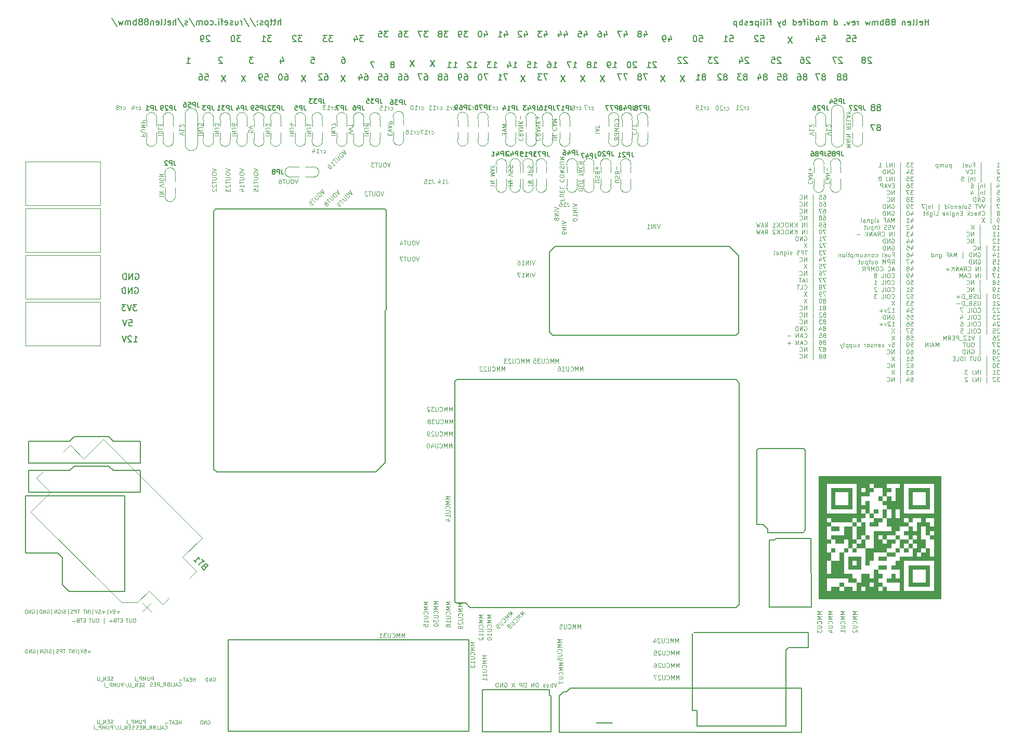
<source format=gbo>
G04 #@! TF.GenerationSoftware,KiCad,Pcbnew,8.0.9-8.0.9-0~ubuntu24.04.1*
G04 #@! TF.CreationDate,2025-03-13T18:09:02+00:00*
G04 #@! TF.ProjectId,hellen88m42bmw,68656c6c-656e-4383-986d-3432626d772e,B*
G04 #@! TF.SameCoordinates,PX3d1b110PY9269338*
G04 #@! TF.FileFunction,Legend,Bot*
G04 #@! TF.FilePolarity,Positive*
%FSLAX46Y46*%
G04 Gerber Fmt 4.6, Leading zero omitted, Abs format (unit mm)*
G04 Created by KiCad (PCBNEW 8.0.9-8.0.9-0~ubuntu24.04.1) date 2025-03-13 18:09:02*
%MOMM*%
%LPD*%
G01*
G04 APERTURE LIST*
%ADD10C,0.150000*%
%ADD11C,0.100000*%
%ADD12C,0.127000*%
%ADD13C,0.120000*%
%ADD14C,0.099060*%
%ADD15C,0.200000*%
%ADD16C,0.000000*%
G04 APERTURE END LIST*
D10*
X67009332Y109818181D02*
X66342666Y108818181D01*
X66342666Y109818181D02*
X67009332Y108818181D01*
D11*
X130774033Y90139667D02*
X130740700Y90106334D01*
X130740700Y90106334D02*
X130707366Y90006334D01*
X130707366Y90006334D02*
X130707366Y89939667D01*
X130707366Y89939667D02*
X130740700Y89839667D01*
X130740700Y89839667D02*
X130807366Y89773000D01*
X130807366Y89773000D02*
X130874033Y89739667D01*
X130874033Y89739667D02*
X131007366Y89706334D01*
X131007366Y89706334D02*
X131107366Y89706334D01*
X131107366Y89706334D02*
X131240700Y89739667D01*
X131240700Y89739667D02*
X131307366Y89773000D01*
X131307366Y89773000D02*
X131374033Y89839667D01*
X131374033Y89839667D02*
X131407366Y89939667D01*
X131407366Y89939667D02*
X131407366Y90006334D01*
X131407366Y90006334D02*
X131374033Y90106334D01*
X131374033Y90106334D02*
X131340700Y90139667D01*
X130907366Y90406334D02*
X130907366Y90739667D01*
X130707366Y90339667D02*
X131407366Y90573000D01*
X131407366Y90573000D02*
X130707366Y90806334D01*
X130707366Y91039667D02*
X131407366Y91039667D01*
X131407366Y91039667D02*
X130707366Y91439667D01*
X130707366Y91439667D02*
X131407366Y91439667D01*
X130974033Y91773000D02*
X130974033Y92306333D01*
D10*
X32461713Y110222943D02*
X32414094Y110270562D01*
X32414094Y110270562D02*
X32318856Y110318181D01*
X32318856Y110318181D02*
X32080761Y110318181D01*
X32080761Y110318181D02*
X31985523Y110270562D01*
X31985523Y110270562D02*
X31937904Y110222943D01*
X31937904Y110222943D02*
X31890285Y110127705D01*
X31890285Y110127705D02*
X31890285Y110032467D01*
X31890285Y110032467D02*
X31937904Y109889610D01*
X31937904Y109889610D02*
X32509332Y109318181D01*
X32509332Y109318181D02*
X31890285Y109318181D01*
X52509332Y107318181D02*
X51842666Y106318181D01*
X51842666Y107318181D02*
X52509332Y106318181D01*
D11*
X30083142Y2222058D02*
X30140285Y2250629D01*
X30140285Y2250629D02*
X30225999Y2250629D01*
X30225999Y2250629D02*
X30311713Y2222058D01*
X30311713Y2222058D02*
X30368856Y2164915D01*
X30368856Y2164915D02*
X30397427Y2107772D01*
X30397427Y2107772D02*
X30425999Y1993486D01*
X30425999Y1993486D02*
X30425999Y1907772D01*
X30425999Y1907772D02*
X30397427Y1793486D01*
X30397427Y1793486D02*
X30368856Y1736343D01*
X30368856Y1736343D02*
X30311713Y1679200D01*
X30311713Y1679200D02*
X30225999Y1650629D01*
X30225999Y1650629D02*
X30168856Y1650629D01*
X30168856Y1650629D02*
X30083142Y1679200D01*
X30083142Y1679200D02*
X30054570Y1707772D01*
X30054570Y1707772D02*
X30054570Y1907772D01*
X30054570Y1907772D02*
X30168856Y1907772D01*
X29797427Y1650629D02*
X29797427Y2250629D01*
X29797427Y2250629D02*
X29454570Y1650629D01*
X29454570Y1650629D02*
X29454570Y2250629D01*
X29168856Y1650629D02*
X29168856Y2250629D01*
X29168856Y2250629D02*
X29025999Y2250629D01*
X29025999Y2250629D02*
X28940285Y2222058D01*
X28940285Y2222058D02*
X28883142Y2164915D01*
X28883142Y2164915D02*
X28854571Y2107772D01*
X28854571Y2107772D02*
X28825999Y1993486D01*
X28825999Y1993486D02*
X28825999Y1907772D01*
X28825999Y1907772D02*
X28854571Y1793486D01*
X28854571Y1793486D02*
X28883142Y1736343D01*
X28883142Y1736343D02*
X28940285Y1679200D01*
X28940285Y1679200D02*
X29025999Y1650629D01*
X29025999Y1650629D02*
X29168856Y1650629D01*
X127974033Y90139667D02*
X127940700Y90106334D01*
X127940700Y90106334D02*
X127907366Y90006334D01*
X127907366Y90006334D02*
X127907366Y89939667D01*
X127907366Y89939667D02*
X127940700Y89839667D01*
X127940700Y89839667D02*
X128007366Y89773000D01*
X128007366Y89773000D02*
X128074033Y89739667D01*
X128074033Y89739667D02*
X128207366Y89706334D01*
X128207366Y89706334D02*
X128307366Y89706334D01*
X128307366Y89706334D02*
X128440700Y89739667D01*
X128440700Y89739667D02*
X128507366Y89773000D01*
X128507366Y89773000D02*
X128574033Y89839667D01*
X128574033Y89839667D02*
X128607366Y89939667D01*
X128607366Y89939667D02*
X128607366Y90006334D01*
X128607366Y90006334D02*
X128574033Y90106334D01*
X128574033Y90106334D02*
X128540700Y90139667D01*
X128107366Y90406334D02*
X128107366Y90739667D01*
X127907366Y90339667D02*
X128607366Y90573000D01*
X128607366Y90573000D02*
X127907366Y90806334D01*
X127907366Y91039667D02*
X128607366Y91039667D01*
X128607366Y91039667D02*
X127907366Y91439667D01*
X127907366Y91439667D02*
X128607366Y91439667D01*
X128174033Y91773000D02*
X128174033Y92306333D01*
X127907366Y92039667D02*
X128440700Y92039667D01*
D10*
X130164095Y113818181D02*
X130640285Y113818181D01*
X130640285Y113818181D02*
X130687904Y113341991D01*
X130687904Y113341991D02*
X130640285Y113389610D01*
X130640285Y113389610D02*
X130545047Y113437229D01*
X130545047Y113437229D02*
X130306952Y113437229D01*
X130306952Y113437229D02*
X130211714Y113389610D01*
X130211714Y113389610D02*
X130164095Y113341991D01*
X130164095Y113341991D02*
X130116476Y113246753D01*
X130116476Y113246753D02*
X130116476Y113008658D01*
X130116476Y113008658D02*
X130164095Y112913420D01*
X130164095Y112913420D02*
X130211714Y112865800D01*
X130211714Y112865800D02*
X130306952Y112818181D01*
X130306952Y112818181D02*
X130545047Y112818181D01*
X130545047Y112818181D02*
X130640285Y112865800D01*
X130640285Y112865800D02*
X130687904Y112913420D01*
X129259333Y113484848D02*
X129259333Y112818181D01*
X129497428Y113865800D02*
X129735523Y113151515D01*
X129735523Y113151515D02*
X129116476Y113151515D01*
X91461714Y114234848D02*
X91461714Y113568181D01*
X91699809Y114615800D02*
X91937904Y113901515D01*
X91937904Y113901515D02*
X91318857Y113901515D01*
X90461714Y114568181D02*
X90937904Y114568181D01*
X90937904Y114568181D02*
X90985523Y114091991D01*
X90985523Y114091991D02*
X90937904Y114139610D01*
X90937904Y114139610D02*
X90842666Y114187229D01*
X90842666Y114187229D02*
X90604571Y114187229D01*
X90604571Y114187229D02*
X90509333Y114139610D01*
X90509333Y114139610D02*
X90461714Y114091991D01*
X90461714Y114091991D02*
X90414095Y113996753D01*
X90414095Y113996753D02*
X90414095Y113758658D01*
X90414095Y113758658D02*
X90461714Y113663420D01*
X90461714Y113663420D02*
X90509333Y113615800D01*
X90509333Y113615800D02*
X90604571Y113568181D01*
X90604571Y113568181D02*
X90842666Y113568181D01*
X90842666Y113568181D02*
X90937904Y113615800D01*
X90937904Y113615800D02*
X90985523Y113663420D01*
X72485523Y114568181D02*
X71866476Y114568181D01*
X71866476Y114568181D02*
X72199809Y114187229D01*
X72199809Y114187229D02*
X72056952Y114187229D01*
X72056952Y114187229D02*
X71961714Y114139610D01*
X71961714Y114139610D02*
X71914095Y114091991D01*
X71914095Y114091991D02*
X71866476Y113996753D01*
X71866476Y113996753D02*
X71866476Y113758658D01*
X71866476Y113758658D02*
X71914095Y113663420D01*
X71914095Y113663420D02*
X71961714Y113615800D01*
X71961714Y113615800D02*
X72056952Y113568181D01*
X72056952Y113568181D02*
X72342666Y113568181D01*
X72342666Y113568181D02*
X72437904Y113615800D01*
X72437904Y113615800D02*
X72485523Y113663420D01*
X71390285Y113568181D02*
X71199809Y113568181D01*
X71199809Y113568181D02*
X71104571Y113615800D01*
X71104571Y113615800D02*
X71056952Y113663420D01*
X71056952Y113663420D02*
X70961714Y113806277D01*
X70961714Y113806277D02*
X70914095Y113996753D01*
X70914095Y113996753D02*
X70914095Y114377705D01*
X70914095Y114377705D02*
X70961714Y114472943D01*
X70961714Y114472943D02*
X71009333Y114520562D01*
X71009333Y114520562D02*
X71104571Y114568181D01*
X71104571Y114568181D02*
X71295047Y114568181D01*
X71295047Y114568181D02*
X71390285Y114520562D01*
X71390285Y114520562D02*
X71437904Y114472943D01*
X71437904Y114472943D02*
X71485523Y114377705D01*
X71485523Y114377705D02*
X71485523Y114139610D01*
X71485523Y114139610D02*
X71437904Y114044372D01*
X71437904Y114044372D02*
X71390285Y113996753D01*
X71390285Y113996753D02*
X71295047Y113949134D01*
X71295047Y113949134D02*
X71104571Y113949134D01*
X71104571Y113949134D02*
X71009333Y113996753D01*
X71009333Y113996753D02*
X70961714Y114044372D01*
X70961714Y114044372D02*
X70914095Y114139610D01*
X63759332Y109818181D02*
X63092666Y108818181D01*
X63092666Y109818181D02*
X63759332Y108818181D01*
D11*
X14625999Y8779200D02*
X14540285Y8750629D01*
X14540285Y8750629D02*
X14397427Y8750629D01*
X14397427Y8750629D02*
X14340285Y8779200D01*
X14340285Y8779200D02*
X14311713Y8807772D01*
X14311713Y8807772D02*
X14283142Y8864915D01*
X14283142Y8864915D02*
X14283142Y8922058D01*
X14283142Y8922058D02*
X14311713Y8979200D01*
X14311713Y8979200D02*
X14340285Y9007772D01*
X14340285Y9007772D02*
X14397427Y9036343D01*
X14397427Y9036343D02*
X14511713Y9064915D01*
X14511713Y9064915D02*
X14568856Y9093486D01*
X14568856Y9093486D02*
X14597427Y9122058D01*
X14597427Y9122058D02*
X14625999Y9179200D01*
X14625999Y9179200D02*
X14625999Y9236343D01*
X14625999Y9236343D02*
X14597427Y9293486D01*
X14597427Y9293486D02*
X14568856Y9322058D01*
X14568856Y9322058D02*
X14511713Y9350629D01*
X14511713Y9350629D02*
X14368856Y9350629D01*
X14368856Y9350629D02*
X14283142Y9322058D01*
X14025998Y9064915D02*
X13825998Y9064915D01*
X13740284Y8750629D02*
X14025998Y8750629D01*
X14025998Y8750629D02*
X14025998Y9350629D01*
X14025998Y9350629D02*
X13740284Y9350629D01*
X13483141Y8750629D02*
X13483141Y9350629D01*
X13483141Y9350629D02*
X13140284Y8750629D01*
X13140284Y8750629D02*
X13140284Y9350629D01*
X12997428Y8693486D02*
X12540285Y8693486D01*
X12397427Y9350629D02*
X12397427Y8864915D01*
X12397427Y8864915D02*
X12368856Y8807772D01*
X12368856Y8807772D02*
X12340285Y8779200D01*
X12340285Y8779200D02*
X12283142Y8750629D01*
X12283142Y8750629D02*
X12168856Y8750629D01*
X12168856Y8750629D02*
X12111713Y8779200D01*
X12111713Y8779200D02*
X12083142Y8807772D01*
X12083142Y8807772D02*
X12054570Y8864915D01*
X12054570Y8864915D02*
X12054570Y9350629D01*
X18175999Y18850629D02*
X18061713Y18850629D01*
X18061713Y18850629D02*
X18004570Y18822058D01*
X18004570Y18822058D02*
X17947427Y18764915D01*
X17947427Y18764915D02*
X17918856Y18650629D01*
X17918856Y18650629D02*
X17918856Y18450629D01*
X17918856Y18450629D02*
X17947427Y18336343D01*
X17947427Y18336343D02*
X18004570Y18279200D01*
X18004570Y18279200D02*
X18061713Y18250629D01*
X18061713Y18250629D02*
X18175999Y18250629D01*
X18175999Y18250629D02*
X18233142Y18279200D01*
X18233142Y18279200D02*
X18290284Y18336343D01*
X18290284Y18336343D02*
X18318856Y18450629D01*
X18318856Y18450629D02*
X18318856Y18650629D01*
X18318856Y18650629D02*
X18290284Y18764915D01*
X18290284Y18764915D02*
X18233142Y18822058D01*
X18233142Y18822058D02*
X18175999Y18850629D01*
X17661713Y18850629D02*
X17661713Y18364915D01*
X17661713Y18364915D02*
X17633142Y18307772D01*
X17633142Y18307772D02*
X17604571Y18279200D01*
X17604571Y18279200D02*
X17547428Y18250629D01*
X17547428Y18250629D02*
X17433142Y18250629D01*
X17433142Y18250629D02*
X17375999Y18279200D01*
X17375999Y18279200D02*
X17347428Y18307772D01*
X17347428Y18307772D02*
X17318856Y18364915D01*
X17318856Y18364915D02*
X17318856Y18850629D01*
X17118857Y18850629D02*
X16776000Y18850629D01*
X16947428Y18250629D02*
X16947428Y18850629D01*
X16118856Y18564915D02*
X15918856Y18564915D01*
X15833142Y18250629D02*
X16118856Y18250629D01*
X16118856Y18250629D02*
X16118856Y18850629D01*
X16118856Y18850629D02*
X15833142Y18850629D01*
X15661714Y18850629D02*
X15318857Y18850629D01*
X15490285Y18250629D02*
X15490285Y18850629D01*
X14918856Y18564915D02*
X14833142Y18536343D01*
X14833142Y18536343D02*
X14804571Y18507772D01*
X14804571Y18507772D02*
X14775999Y18450629D01*
X14775999Y18450629D02*
X14775999Y18364915D01*
X14775999Y18364915D02*
X14804571Y18307772D01*
X14804571Y18307772D02*
X14833142Y18279200D01*
X14833142Y18279200D02*
X14890285Y18250629D01*
X14890285Y18250629D02*
X15118856Y18250629D01*
X15118856Y18250629D02*
X15118856Y18850629D01*
X15118856Y18850629D02*
X14918856Y18850629D01*
X14918856Y18850629D02*
X14861714Y18822058D01*
X14861714Y18822058D02*
X14833142Y18793486D01*
X14833142Y18793486D02*
X14804571Y18736343D01*
X14804571Y18736343D02*
X14804571Y18679200D01*
X14804571Y18679200D02*
X14833142Y18622058D01*
X14833142Y18622058D02*
X14861714Y18593486D01*
X14861714Y18593486D02*
X14918856Y18564915D01*
X14918856Y18564915D02*
X15118856Y18564915D01*
X14518856Y18479200D02*
X14061714Y18479200D01*
X14290285Y18250629D02*
X14290285Y18707772D01*
X13175999Y18050629D02*
X13175999Y18907772D01*
X12175999Y18850629D02*
X12061713Y18850629D01*
X12061713Y18850629D02*
X12004570Y18822058D01*
X12004570Y18822058D02*
X11947427Y18764915D01*
X11947427Y18764915D02*
X11918856Y18650629D01*
X11918856Y18650629D02*
X11918856Y18450629D01*
X11918856Y18450629D02*
X11947427Y18336343D01*
X11947427Y18336343D02*
X12004570Y18279200D01*
X12004570Y18279200D02*
X12061713Y18250629D01*
X12061713Y18250629D02*
X12175999Y18250629D01*
X12175999Y18250629D02*
X12233142Y18279200D01*
X12233142Y18279200D02*
X12290284Y18336343D01*
X12290284Y18336343D02*
X12318856Y18450629D01*
X12318856Y18450629D02*
X12318856Y18650629D01*
X12318856Y18650629D02*
X12290284Y18764915D01*
X12290284Y18764915D02*
X12233142Y18822058D01*
X12233142Y18822058D02*
X12175999Y18850629D01*
X11661713Y18850629D02*
X11661713Y18364915D01*
X11661713Y18364915D02*
X11633142Y18307772D01*
X11633142Y18307772D02*
X11604571Y18279200D01*
X11604571Y18279200D02*
X11547428Y18250629D01*
X11547428Y18250629D02*
X11433142Y18250629D01*
X11433142Y18250629D02*
X11375999Y18279200D01*
X11375999Y18279200D02*
X11347428Y18307772D01*
X11347428Y18307772D02*
X11318856Y18364915D01*
X11318856Y18364915D02*
X11318856Y18850629D01*
X11118857Y18850629D02*
X10776000Y18850629D01*
X10947428Y18250629D02*
X10947428Y18850629D01*
X10118856Y18564915D02*
X9918856Y18564915D01*
X9833142Y18250629D02*
X10118856Y18250629D01*
X10118856Y18250629D02*
X10118856Y18850629D01*
X10118856Y18850629D02*
X9833142Y18850629D01*
X9661714Y18850629D02*
X9318857Y18850629D01*
X9490285Y18250629D02*
X9490285Y18850629D01*
X8918856Y18564915D02*
X8833142Y18536343D01*
X8833142Y18536343D02*
X8804571Y18507772D01*
X8804571Y18507772D02*
X8775999Y18450629D01*
X8775999Y18450629D02*
X8775999Y18364915D01*
X8775999Y18364915D02*
X8804571Y18307772D01*
X8804571Y18307772D02*
X8833142Y18279200D01*
X8833142Y18279200D02*
X8890285Y18250629D01*
X8890285Y18250629D02*
X9118856Y18250629D01*
X9118856Y18250629D02*
X9118856Y18850629D01*
X9118856Y18850629D02*
X8918856Y18850629D01*
X8918856Y18850629D02*
X8861714Y18822058D01*
X8861714Y18822058D02*
X8833142Y18793486D01*
X8833142Y18793486D02*
X8804571Y18736343D01*
X8804571Y18736343D02*
X8804571Y18679200D01*
X8804571Y18679200D02*
X8833142Y18622058D01*
X8833142Y18622058D02*
X8861714Y18593486D01*
X8861714Y18593486D02*
X8918856Y18564915D01*
X8918856Y18564915D02*
X9118856Y18564915D01*
X8518856Y18479200D02*
X8061714Y18479200D01*
X55607366Y97556334D02*
X56307366Y97556334D01*
X55607366Y97889667D02*
X56307366Y97889667D01*
X56307366Y97889667D02*
X55607366Y98289667D01*
X55607366Y98289667D02*
X56307366Y98289667D01*
X56307366Y98823000D02*
X55807366Y98823000D01*
X55807366Y98823000D02*
X55707366Y98789667D01*
X55707366Y98789667D02*
X55640700Y98723000D01*
X55640700Y98723000D02*
X55607366Y98623000D01*
X55607366Y98623000D02*
X55607366Y98556333D01*
X56007366Y99256333D02*
X56040700Y99189666D01*
X56040700Y99189666D02*
X56074033Y99156333D01*
X56074033Y99156333D02*
X56140700Y99123000D01*
X56140700Y99123000D02*
X56174033Y99123000D01*
X56174033Y99123000D02*
X56240700Y99156333D01*
X56240700Y99156333D02*
X56274033Y99189666D01*
X56274033Y99189666D02*
X56307366Y99256333D01*
X56307366Y99256333D02*
X56307366Y99389666D01*
X56307366Y99389666D02*
X56274033Y99456333D01*
X56274033Y99456333D02*
X56240700Y99489666D01*
X56240700Y99489666D02*
X56174033Y99523000D01*
X56174033Y99523000D02*
X56140700Y99523000D01*
X56140700Y99523000D02*
X56074033Y99489666D01*
X56074033Y99489666D02*
X56040700Y99456333D01*
X56040700Y99456333D02*
X56007366Y99389666D01*
X56007366Y99389666D02*
X56007366Y99256333D01*
X56007366Y99256333D02*
X55974033Y99189666D01*
X55974033Y99189666D02*
X55940700Y99156333D01*
X55940700Y99156333D02*
X55874033Y99123000D01*
X55874033Y99123000D02*
X55740700Y99123000D01*
X55740700Y99123000D02*
X55674033Y99156333D01*
X55674033Y99156333D02*
X55640700Y99189666D01*
X55640700Y99189666D02*
X55607366Y99256333D01*
X55607366Y99256333D02*
X55607366Y99389666D01*
X55607366Y99389666D02*
X55640700Y99456333D01*
X55640700Y99456333D02*
X55674033Y99489666D01*
X55674033Y99489666D02*
X55740700Y99523000D01*
X55740700Y99523000D02*
X55874033Y99523000D01*
X55874033Y99523000D02*
X55940700Y99489666D01*
X55940700Y99489666D02*
X55974033Y99456333D01*
X55974033Y99456333D02*
X56007366Y99389666D01*
X19768856Y7779200D02*
X19683142Y7750629D01*
X19683142Y7750629D02*
X19540284Y7750629D01*
X19540284Y7750629D02*
X19483142Y7779200D01*
X19483142Y7779200D02*
X19454570Y7807772D01*
X19454570Y7807772D02*
X19425999Y7864915D01*
X19425999Y7864915D02*
X19425999Y7922058D01*
X19425999Y7922058D02*
X19454570Y7979200D01*
X19454570Y7979200D02*
X19483142Y8007772D01*
X19483142Y8007772D02*
X19540284Y8036343D01*
X19540284Y8036343D02*
X19654570Y8064915D01*
X19654570Y8064915D02*
X19711713Y8093486D01*
X19711713Y8093486D02*
X19740284Y8122058D01*
X19740284Y8122058D02*
X19768856Y8179200D01*
X19768856Y8179200D02*
X19768856Y8236343D01*
X19768856Y8236343D02*
X19740284Y8293486D01*
X19740284Y8293486D02*
X19711713Y8322058D01*
X19711713Y8322058D02*
X19654570Y8350629D01*
X19654570Y8350629D02*
X19511713Y8350629D01*
X19511713Y8350629D02*
X19425999Y8322058D01*
X19168855Y8064915D02*
X18968855Y8064915D01*
X18883141Y7750629D02*
X19168855Y7750629D01*
X19168855Y7750629D02*
X19168855Y8350629D01*
X19168855Y8350629D02*
X18883141Y8350629D01*
X18625998Y7750629D02*
X18625998Y8350629D01*
X18625998Y8350629D02*
X18283141Y7750629D01*
X18283141Y7750629D02*
X18283141Y8350629D01*
X18140285Y7693486D02*
X17683142Y7693486D01*
X17540284Y8350629D02*
X17540284Y7864915D01*
X17540284Y7864915D02*
X17511713Y7807772D01*
X17511713Y7807772D02*
X17483142Y7779200D01*
X17483142Y7779200D02*
X17425999Y7750629D01*
X17425999Y7750629D02*
X17311713Y7750629D01*
X17311713Y7750629D02*
X17254570Y7779200D01*
X17254570Y7779200D02*
X17225999Y7807772D01*
X17225999Y7807772D02*
X17197427Y7864915D01*
X17197427Y7864915D02*
X17197427Y8350629D01*
X16483142Y8379200D02*
X16997428Y7607772D01*
X16283142Y7750629D02*
X16283142Y8350629D01*
X16283142Y8350629D02*
X16054571Y8350629D01*
X16054571Y8350629D02*
X15997428Y8322058D01*
X15997428Y8322058D02*
X15968857Y8293486D01*
X15968857Y8293486D02*
X15940285Y8236343D01*
X15940285Y8236343D02*
X15940285Y8150629D01*
X15940285Y8150629D02*
X15968857Y8093486D01*
X15968857Y8093486D02*
X15997428Y8064915D01*
X15997428Y8064915D02*
X16054571Y8036343D01*
X16054571Y8036343D02*
X16283142Y8036343D01*
X15683142Y8350629D02*
X15683142Y7864915D01*
X15683142Y7864915D02*
X15654571Y7807772D01*
X15654571Y7807772D02*
X15626000Y7779200D01*
X15626000Y7779200D02*
X15568857Y7750629D01*
X15568857Y7750629D02*
X15454571Y7750629D01*
X15454571Y7750629D02*
X15397428Y7779200D01*
X15397428Y7779200D02*
X15368857Y7807772D01*
X15368857Y7807772D02*
X15340285Y7864915D01*
X15340285Y7864915D02*
X15340285Y8350629D01*
X15054571Y7750629D02*
X15054571Y8350629D01*
X15054571Y8350629D02*
X14854571Y7922058D01*
X14854571Y7922058D02*
X14654571Y8350629D01*
X14654571Y8350629D02*
X14654571Y7750629D01*
X14368857Y7750629D02*
X14368857Y8350629D01*
X14368857Y8350629D02*
X14140286Y8350629D01*
X14140286Y8350629D02*
X14083143Y8322058D01*
X14083143Y8322058D02*
X14054572Y8293486D01*
X14054572Y8293486D02*
X14026000Y8236343D01*
X14026000Y8236343D02*
X14026000Y8150629D01*
X14026000Y8150629D02*
X14054572Y8093486D01*
X14054572Y8093486D02*
X14083143Y8064915D01*
X14083143Y8064915D02*
X14140286Y8036343D01*
X14140286Y8036343D02*
X14368857Y8036343D01*
X13911715Y7693486D02*
X13454572Y7693486D01*
X13311714Y7750629D02*
X13311714Y8350629D01*
D10*
X124247428Y107139610D02*
X124342666Y107187229D01*
X124342666Y107187229D02*
X124390285Y107234848D01*
X124390285Y107234848D02*
X124437904Y107330086D01*
X124437904Y107330086D02*
X124437904Y107377705D01*
X124437904Y107377705D02*
X124390285Y107472943D01*
X124390285Y107472943D02*
X124342666Y107520562D01*
X124342666Y107520562D02*
X124247428Y107568181D01*
X124247428Y107568181D02*
X124056952Y107568181D01*
X124056952Y107568181D02*
X123961714Y107520562D01*
X123961714Y107520562D02*
X123914095Y107472943D01*
X123914095Y107472943D02*
X123866476Y107377705D01*
X123866476Y107377705D02*
X123866476Y107330086D01*
X123866476Y107330086D02*
X123914095Y107234848D01*
X123914095Y107234848D02*
X123961714Y107187229D01*
X123961714Y107187229D02*
X124056952Y107139610D01*
X124056952Y107139610D02*
X124247428Y107139610D01*
X124247428Y107139610D02*
X124342666Y107091991D01*
X124342666Y107091991D02*
X124390285Y107044372D01*
X124390285Y107044372D02*
X124437904Y106949134D01*
X124437904Y106949134D02*
X124437904Y106758658D01*
X124437904Y106758658D02*
X124390285Y106663420D01*
X124390285Y106663420D02*
X124342666Y106615800D01*
X124342666Y106615800D02*
X124247428Y106568181D01*
X124247428Y106568181D02*
X124056952Y106568181D01*
X124056952Y106568181D02*
X123961714Y106615800D01*
X123961714Y106615800D02*
X123914095Y106663420D01*
X123914095Y106663420D02*
X123866476Y106758658D01*
X123866476Y106758658D02*
X123866476Y106949134D01*
X123866476Y106949134D02*
X123914095Y107044372D01*
X123914095Y107044372D02*
X123961714Y107091991D01*
X123961714Y107091991D02*
X124056952Y107139610D01*
X122961714Y107568181D02*
X123437904Y107568181D01*
X123437904Y107568181D02*
X123485523Y107091991D01*
X123485523Y107091991D02*
X123437904Y107139610D01*
X123437904Y107139610D02*
X123342666Y107187229D01*
X123342666Y107187229D02*
X123104571Y107187229D01*
X123104571Y107187229D02*
X123009333Y107139610D01*
X123009333Y107139610D02*
X122961714Y107091991D01*
X122961714Y107091991D02*
X122914095Y106996753D01*
X122914095Y106996753D02*
X122914095Y106758658D01*
X122914095Y106758658D02*
X122961714Y106663420D01*
X122961714Y106663420D02*
X123009333Y106615800D01*
X123009333Y106615800D02*
X123104571Y106568181D01*
X123104571Y106568181D02*
X123342666Y106568181D01*
X123342666Y106568181D02*
X123437904Y106615800D01*
X123437904Y106615800D02*
X123485523Y106663420D01*
X76616476Y108568181D02*
X77187904Y108568181D01*
X76902190Y108568181D02*
X76902190Y109568181D01*
X76902190Y109568181D02*
X76997428Y109425324D01*
X76997428Y109425324D02*
X77092666Y109330086D01*
X77092666Y109330086D02*
X77187904Y109282467D01*
X76283142Y109568181D02*
X75664095Y109568181D01*
X75664095Y109568181D02*
X75997428Y109187229D01*
X75997428Y109187229D02*
X75854571Y109187229D01*
X75854571Y109187229D02*
X75759333Y109139610D01*
X75759333Y109139610D02*
X75711714Y109091991D01*
X75711714Y109091991D02*
X75664095Y108996753D01*
X75664095Y108996753D02*
X75664095Y108758658D01*
X75664095Y108758658D02*
X75711714Y108663420D01*
X75711714Y108663420D02*
X75759333Y108615800D01*
X75759333Y108615800D02*
X75854571Y108568181D01*
X75854571Y108568181D02*
X76140285Y108568181D01*
X76140285Y108568181D02*
X76235523Y108615800D01*
X76235523Y108615800D02*
X76283142Y108663420D01*
X46009332Y107318181D02*
X45342666Y106318181D01*
X45342666Y107318181D02*
X46009332Y106318181D01*
D11*
X19207366Y97423001D02*
X19907366Y97423001D01*
X19907366Y97423001D02*
X19907366Y97689668D01*
X19907366Y97689668D02*
X19874033Y97756334D01*
X19874033Y97756334D02*
X19840700Y97789668D01*
X19840700Y97789668D02*
X19774033Y97823001D01*
X19774033Y97823001D02*
X19674033Y97823001D01*
X19674033Y97823001D02*
X19607366Y97789668D01*
X19607366Y97789668D02*
X19574033Y97756334D01*
X19574033Y97756334D02*
X19540700Y97689668D01*
X19540700Y97689668D02*
X19540700Y97423001D01*
X19907366Y98123001D02*
X19340700Y98123001D01*
X19340700Y98123001D02*
X19274033Y98156334D01*
X19274033Y98156334D02*
X19240700Y98189668D01*
X19240700Y98189668D02*
X19207366Y98256334D01*
X19207366Y98256334D02*
X19207366Y98389668D01*
X19207366Y98389668D02*
X19240700Y98456334D01*
X19240700Y98456334D02*
X19274033Y98489668D01*
X19274033Y98489668D02*
X19340700Y98523001D01*
X19340700Y98523001D02*
X19907366Y98523001D01*
X19207366Y98856334D02*
X19907366Y98856334D01*
X19907366Y98856334D02*
X19407366Y99089667D01*
X19407366Y99089667D02*
X19907366Y99323001D01*
X19907366Y99323001D02*
X19207366Y99323001D01*
X19207366Y99656334D02*
X19907366Y99656334D01*
X19907366Y99656334D02*
X19907366Y99923001D01*
X19907366Y99923001D02*
X19874033Y99989667D01*
X19874033Y99989667D02*
X19840700Y100023001D01*
X19840700Y100023001D02*
X19774033Y100056334D01*
X19774033Y100056334D02*
X19674033Y100056334D01*
X19674033Y100056334D02*
X19607366Y100023001D01*
X19607366Y100023001D02*
X19574033Y99989667D01*
X19574033Y99989667D02*
X19540700Y99923001D01*
X19540700Y99923001D02*
X19540700Y99656334D01*
D10*
X29664095Y107568181D02*
X30140285Y107568181D01*
X30140285Y107568181D02*
X30187904Y107091991D01*
X30187904Y107091991D02*
X30140285Y107139610D01*
X30140285Y107139610D02*
X30045047Y107187229D01*
X30045047Y107187229D02*
X29806952Y107187229D01*
X29806952Y107187229D02*
X29711714Y107139610D01*
X29711714Y107139610D02*
X29664095Y107091991D01*
X29664095Y107091991D02*
X29616476Y106996753D01*
X29616476Y106996753D02*
X29616476Y106758658D01*
X29616476Y106758658D02*
X29664095Y106663420D01*
X29664095Y106663420D02*
X29711714Y106615800D01*
X29711714Y106615800D02*
X29806952Y106568181D01*
X29806952Y106568181D02*
X30045047Y106568181D01*
X30045047Y106568181D02*
X30140285Y106615800D01*
X30140285Y106615800D02*
X30187904Y106663420D01*
X28759333Y107568181D02*
X28949809Y107568181D01*
X28949809Y107568181D02*
X29045047Y107520562D01*
X29045047Y107520562D02*
X29092666Y107472943D01*
X29092666Y107472943D02*
X29187904Y107330086D01*
X29187904Y107330086D02*
X29235523Y107139610D01*
X29235523Y107139610D02*
X29235523Y106758658D01*
X29235523Y106758658D02*
X29187904Y106663420D01*
X29187904Y106663420D02*
X29140285Y106615800D01*
X29140285Y106615800D02*
X29045047Y106568181D01*
X29045047Y106568181D02*
X28854571Y106568181D01*
X28854571Y106568181D02*
X28759333Y106615800D01*
X28759333Y106615800D02*
X28711714Y106663420D01*
X28711714Y106663420D02*
X28664095Y106758658D01*
X28664095Y106758658D02*
X28664095Y106996753D01*
X28664095Y106996753D02*
X28711714Y107091991D01*
X28711714Y107091991D02*
X28759333Y107139610D01*
X28759333Y107139610D02*
X28854571Y107187229D01*
X28854571Y107187229D02*
X29045047Y107187229D01*
X29045047Y107187229D02*
X29140285Y107139610D01*
X29140285Y107139610D02*
X29187904Y107091991D01*
X29187904Y107091991D02*
X29235523Y106996753D01*
D11*
X82207366Y89447371D02*
X82907366Y89447371D01*
X82207366Y89780704D02*
X82907366Y89780704D01*
X82907366Y89780704D02*
X82207366Y90180704D01*
X82207366Y90180704D02*
X82907366Y90180704D01*
X82907366Y90947370D02*
X82907366Y91347370D01*
X82207366Y91147370D02*
X82907366Y91147370D01*
X82207366Y91580703D02*
X82907366Y91580703D01*
X82907366Y91580703D02*
X82907366Y91847370D01*
X82907366Y91847370D02*
X82874033Y91914036D01*
X82874033Y91914036D02*
X82840700Y91947370D01*
X82840700Y91947370D02*
X82774033Y91980703D01*
X82774033Y91980703D02*
X82674033Y91980703D01*
X82674033Y91980703D02*
X82607366Y91947370D01*
X82607366Y91947370D02*
X82574033Y91914036D01*
X82574033Y91914036D02*
X82540700Y91847370D01*
X82540700Y91847370D02*
X82540700Y91580703D01*
X82240700Y92247370D02*
X82207366Y92347370D01*
X82207366Y92347370D02*
X82207366Y92514036D01*
X82207366Y92514036D02*
X82240700Y92580703D01*
X82240700Y92580703D02*
X82274033Y92614036D01*
X82274033Y92614036D02*
X82340700Y92647370D01*
X82340700Y92647370D02*
X82407366Y92647370D01*
X82407366Y92647370D02*
X82474033Y92614036D01*
X82474033Y92614036D02*
X82507366Y92580703D01*
X82507366Y92580703D02*
X82540700Y92514036D01*
X82540700Y92514036D02*
X82574033Y92380703D01*
X82574033Y92380703D02*
X82607366Y92314036D01*
X82607366Y92314036D02*
X82640700Y92280703D01*
X82640700Y92280703D02*
X82707366Y92247370D01*
X82707366Y92247370D02*
X82774033Y92247370D01*
X82774033Y92247370D02*
X82840700Y92280703D01*
X82840700Y92280703D02*
X82874033Y92314036D01*
X82874033Y92314036D02*
X82907366Y92380703D01*
X82907366Y92380703D02*
X82907366Y92547370D01*
X82907366Y92547370D02*
X82874033Y92647370D01*
D10*
X139476344Y98901416D02*
X139571582Y98949035D01*
X139571582Y98949035D02*
X139619201Y98996654D01*
X139619201Y98996654D02*
X139666820Y99091892D01*
X139666820Y99091892D02*
X139666820Y99139511D01*
X139666820Y99139511D02*
X139619201Y99234749D01*
X139619201Y99234749D02*
X139571582Y99282368D01*
X139571582Y99282368D02*
X139476344Y99329987D01*
X139476344Y99329987D02*
X139285868Y99329987D01*
X139285868Y99329987D02*
X139190630Y99282368D01*
X139190630Y99282368D02*
X139143011Y99234749D01*
X139143011Y99234749D02*
X139095392Y99139511D01*
X139095392Y99139511D02*
X139095392Y99091892D01*
X139095392Y99091892D02*
X139143011Y98996654D01*
X139143011Y98996654D02*
X139190630Y98949035D01*
X139190630Y98949035D02*
X139285868Y98901416D01*
X139285868Y98901416D02*
X139476344Y98901416D01*
X139476344Y98901416D02*
X139571582Y98853797D01*
X139571582Y98853797D02*
X139619201Y98806178D01*
X139619201Y98806178D02*
X139666820Y98710940D01*
X139666820Y98710940D02*
X139666820Y98520464D01*
X139666820Y98520464D02*
X139619201Y98425226D01*
X139619201Y98425226D02*
X139571582Y98377606D01*
X139571582Y98377606D02*
X139476344Y98329987D01*
X139476344Y98329987D02*
X139285868Y98329987D01*
X139285868Y98329987D02*
X139190630Y98377606D01*
X139190630Y98377606D02*
X139143011Y98425226D01*
X139143011Y98425226D02*
X139095392Y98520464D01*
X139095392Y98520464D02*
X139095392Y98710940D01*
X139095392Y98710940D02*
X139143011Y98806178D01*
X139143011Y98806178D02*
X139190630Y98853797D01*
X139190630Y98853797D02*
X139285868Y98901416D01*
X138762058Y99329987D02*
X138095392Y99329987D01*
X138095392Y99329987D02*
X138523963Y98329987D01*
X138187904Y110222943D02*
X138140285Y110270562D01*
X138140285Y110270562D02*
X138045047Y110318181D01*
X138045047Y110318181D02*
X137806952Y110318181D01*
X137806952Y110318181D02*
X137711714Y110270562D01*
X137711714Y110270562D02*
X137664095Y110222943D01*
X137664095Y110222943D02*
X137616476Y110127705D01*
X137616476Y110127705D02*
X137616476Y110032467D01*
X137616476Y110032467D02*
X137664095Y109889610D01*
X137664095Y109889610D02*
X138235523Y109318181D01*
X138235523Y109318181D02*
X137616476Y109318181D01*
X137045047Y109889610D02*
X137140285Y109937229D01*
X137140285Y109937229D02*
X137187904Y109984848D01*
X137187904Y109984848D02*
X137235523Y110080086D01*
X137235523Y110080086D02*
X137235523Y110127705D01*
X137235523Y110127705D02*
X137187904Y110222943D01*
X137187904Y110222943D02*
X137140285Y110270562D01*
X137140285Y110270562D02*
X137045047Y110318181D01*
X137045047Y110318181D02*
X136854571Y110318181D01*
X136854571Y110318181D02*
X136759333Y110270562D01*
X136759333Y110270562D02*
X136711714Y110222943D01*
X136711714Y110222943D02*
X136664095Y110127705D01*
X136664095Y110127705D02*
X136664095Y110080086D01*
X136664095Y110080086D02*
X136711714Y109984848D01*
X136711714Y109984848D02*
X136759333Y109937229D01*
X136759333Y109937229D02*
X136854571Y109889610D01*
X136854571Y109889610D02*
X137045047Y109889610D01*
X137045047Y109889610D02*
X137140285Y109841991D01*
X137140285Y109841991D02*
X137187904Y109794372D01*
X137187904Y109794372D02*
X137235523Y109699134D01*
X137235523Y109699134D02*
X137235523Y109508658D01*
X137235523Y109508658D02*
X137187904Y109413420D01*
X137187904Y109413420D02*
X137140285Y109365800D01*
X137140285Y109365800D02*
X137045047Y109318181D01*
X137045047Y109318181D02*
X136854571Y109318181D01*
X136854571Y109318181D02*
X136759333Y109365800D01*
X136759333Y109365800D02*
X136711714Y109413420D01*
X136711714Y109413420D02*
X136664095Y109508658D01*
X136664095Y109508658D02*
X136664095Y109699134D01*
X136664095Y109699134D02*
X136711714Y109794372D01*
X136711714Y109794372D02*
X136759333Y109841991D01*
X136759333Y109841991D02*
X136854571Y109889610D01*
X59485523Y114568181D02*
X58866476Y114568181D01*
X58866476Y114568181D02*
X59199809Y114187229D01*
X59199809Y114187229D02*
X59056952Y114187229D01*
X59056952Y114187229D02*
X58961714Y114139610D01*
X58961714Y114139610D02*
X58914095Y114091991D01*
X58914095Y114091991D02*
X58866476Y113996753D01*
X58866476Y113996753D02*
X58866476Y113758658D01*
X58866476Y113758658D02*
X58914095Y113663420D01*
X58914095Y113663420D02*
X58961714Y113615800D01*
X58961714Y113615800D02*
X59056952Y113568181D01*
X59056952Y113568181D02*
X59342666Y113568181D01*
X59342666Y113568181D02*
X59437904Y113615800D01*
X59437904Y113615800D02*
X59485523Y113663420D01*
X57961714Y114568181D02*
X58437904Y114568181D01*
X58437904Y114568181D02*
X58485523Y114091991D01*
X58485523Y114091991D02*
X58437904Y114139610D01*
X58437904Y114139610D02*
X58342666Y114187229D01*
X58342666Y114187229D02*
X58104571Y114187229D01*
X58104571Y114187229D02*
X58009333Y114139610D01*
X58009333Y114139610D02*
X57961714Y114091991D01*
X57961714Y114091991D02*
X57914095Y113996753D01*
X57914095Y113996753D02*
X57914095Y113758658D01*
X57914095Y113758658D02*
X57961714Y113663420D01*
X57961714Y113663420D02*
X58009333Y113615800D01*
X58009333Y113615800D02*
X58104571Y113568181D01*
X58104571Y113568181D02*
X58342666Y113568181D01*
X58342666Y113568181D02*
X58437904Y113615800D01*
X58437904Y113615800D02*
X58485523Y113663420D01*
D11*
X97107366Y89906334D02*
X96540700Y89906334D01*
X96540700Y89906334D02*
X96474033Y89939667D01*
X96474033Y89939667D02*
X96440700Y89973001D01*
X96440700Y89973001D02*
X96407366Y90039667D01*
X96407366Y90039667D02*
X96407366Y90173001D01*
X96407366Y90173001D02*
X96440700Y90239667D01*
X96440700Y90239667D02*
X96474033Y90273001D01*
X96474033Y90273001D02*
X96540700Y90306334D01*
X96540700Y90306334D02*
X97107366Y90306334D01*
X96440700Y90606334D02*
X96407366Y90706334D01*
X96407366Y90706334D02*
X96407366Y90873000D01*
X96407366Y90873000D02*
X96440700Y90939667D01*
X96440700Y90939667D02*
X96474033Y90973000D01*
X96474033Y90973000D02*
X96540700Y91006334D01*
X96540700Y91006334D02*
X96607366Y91006334D01*
X96607366Y91006334D02*
X96674033Y90973000D01*
X96674033Y90973000D02*
X96707366Y90939667D01*
X96707366Y90939667D02*
X96740700Y90873000D01*
X96740700Y90873000D02*
X96774033Y90739667D01*
X96774033Y90739667D02*
X96807366Y90673000D01*
X96807366Y90673000D02*
X96840700Y90639667D01*
X96840700Y90639667D02*
X96907366Y90606334D01*
X96907366Y90606334D02*
X96974033Y90606334D01*
X96974033Y90606334D02*
X97040700Y90639667D01*
X97040700Y90639667D02*
X97074033Y90673000D01*
X97074033Y90673000D02*
X97107366Y90739667D01*
X97107366Y90739667D02*
X97107366Y90906334D01*
X97107366Y90906334D02*
X97074033Y91006334D01*
X96774033Y91539667D02*
X96740700Y91639667D01*
X96740700Y91639667D02*
X96707366Y91673001D01*
X96707366Y91673001D02*
X96640700Y91706334D01*
X96640700Y91706334D02*
X96540700Y91706334D01*
X96540700Y91706334D02*
X96474033Y91673001D01*
X96474033Y91673001D02*
X96440700Y91639667D01*
X96440700Y91639667D02*
X96407366Y91573001D01*
X96407366Y91573001D02*
X96407366Y91306334D01*
X96407366Y91306334D02*
X97107366Y91306334D01*
X97107366Y91306334D02*
X97107366Y91539667D01*
X97107366Y91539667D02*
X97074033Y91606334D01*
X97074033Y91606334D02*
X97040700Y91639667D01*
X97040700Y91639667D02*
X96974033Y91673001D01*
X96974033Y91673001D02*
X96907366Y91673001D01*
X96907366Y91673001D02*
X96840700Y91639667D01*
X96840700Y91639667D02*
X96807366Y91606334D01*
X96807366Y91606334D02*
X96774033Y91539667D01*
X96774033Y91539667D02*
X96774033Y91306334D01*
X96674033Y92006334D02*
X96674033Y92539667D01*
X76107366Y89398276D02*
X76807366Y89398276D01*
X76107366Y89731609D02*
X76807366Y89731609D01*
X76807366Y89731609D02*
X76107366Y90131609D01*
X76107366Y90131609D02*
X76807366Y90131609D01*
X76107366Y90998275D02*
X76807366Y90998275D01*
X76807366Y90998275D02*
X76307366Y91231608D01*
X76307366Y91231608D02*
X76807366Y91464942D01*
X76807366Y91464942D02*
X76107366Y91464942D01*
X76307366Y91764942D02*
X76307366Y92098275D01*
X76107366Y91698275D02*
X76807366Y91931608D01*
X76807366Y91931608D02*
X76107366Y92164942D01*
X76474033Y92631608D02*
X76474033Y92398275D01*
X76107366Y92398275D02*
X76807366Y92398275D01*
X76807366Y92398275D02*
X76807366Y92731608D01*
D10*
X57259332Y109568181D02*
X56592666Y109568181D01*
X56592666Y109568181D02*
X57021237Y108568181D01*
X130497428Y107139610D02*
X130592666Y107187229D01*
X130592666Y107187229D02*
X130640285Y107234848D01*
X130640285Y107234848D02*
X130687904Y107330086D01*
X130687904Y107330086D02*
X130687904Y107377705D01*
X130687904Y107377705D02*
X130640285Y107472943D01*
X130640285Y107472943D02*
X130592666Y107520562D01*
X130592666Y107520562D02*
X130497428Y107568181D01*
X130497428Y107568181D02*
X130306952Y107568181D01*
X130306952Y107568181D02*
X130211714Y107520562D01*
X130211714Y107520562D02*
X130164095Y107472943D01*
X130164095Y107472943D02*
X130116476Y107377705D01*
X130116476Y107377705D02*
X130116476Y107330086D01*
X130116476Y107330086D02*
X130164095Y107234848D01*
X130164095Y107234848D02*
X130211714Y107187229D01*
X130211714Y107187229D02*
X130306952Y107139610D01*
X130306952Y107139610D02*
X130497428Y107139610D01*
X130497428Y107139610D02*
X130592666Y107091991D01*
X130592666Y107091991D02*
X130640285Y107044372D01*
X130640285Y107044372D02*
X130687904Y106949134D01*
X130687904Y106949134D02*
X130687904Y106758658D01*
X130687904Y106758658D02*
X130640285Y106663420D01*
X130640285Y106663420D02*
X130592666Y106615800D01*
X130592666Y106615800D02*
X130497428Y106568181D01*
X130497428Y106568181D02*
X130306952Y106568181D01*
X130306952Y106568181D02*
X130211714Y106615800D01*
X130211714Y106615800D02*
X130164095Y106663420D01*
X130164095Y106663420D02*
X130116476Y106758658D01*
X130116476Y106758658D02*
X130116476Y106949134D01*
X130116476Y106949134D02*
X130164095Y107044372D01*
X130164095Y107044372D02*
X130211714Y107091991D01*
X130211714Y107091991D02*
X130306952Y107139610D01*
X129783142Y107568181D02*
X129116476Y107568181D01*
X129116476Y107568181D02*
X129545047Y106568181D01*
D11*
X128807366Y97623000D02*
X128107366Y97856333D01*
X128107366Y97856333D02*
X128807366Y98089667D01*
X128107366Y98689667D02*
X128107366Y98289667D01*
X128107366Y98489667D02*
X128807366Y98489667D01*
X128807366Y98489667D02*
X128707366Y98423000D01*
X128707366Y98423000D02*
X128640700Y98356333D01*
X128640700Y98356333D02*
X128607366Y98289667D01*
X128740700Y98956334D02*
X128774033Y98989667D01*
X128774033Y98989667D02*
X128807366Y99056334D01*
X128807366Y99056334D02*
X128807366Y99223000D01*
X128807366Y99223000D02*
X128774033Y99289667D01*
X128774033Y99289667D02*
X128740700Y99323000D01*
X128740700Y99323000D02*
X128674033Y99356334D01*
X128674033Y99356334D02*
X128607366Y99356334D01*
X128607366Y99356334D02*
X128507366Y99323000D01*
X128507366Y99323000D02*
X128107366Y98923000D01*
X128107366Y98923000D02*
X128107366Y99356334D01*
D10*
X45485523Y113818181D02*
X44866476Y113818181D01*
X44866476Y113818181D02*
X45199809Y113437229D01*
X45199809Y113437229D02*
X45056952Y113437229D01*
X45056952Y113437229D02*
X44961714Y113389610D01*
X44961714Y113389610D02*
X44914095Y113341991D01*
X44914095Y113341991D02*
X44866476Y113246753D01*
X44866476Y113246753D02*
X44866476Y113008658D01*
X44866476Y113008658D02*
X44914095Y112913420D01*
X44914095Y112913420D02*
X44961714Y112865800D01*
X44961714Y112865800D02*
X45056952Y112818181D01*
X45056952Y112818181D02*
X45342666Y112818181D01*
X45342666Y112818181D02*
X45437904Y112865800D01*
X45437904Y112865800D02*
X45485523Y112913420D01*
X44485523Y113722943D02*
X44437904Y113770562D01*
X44437904Y113770562D02*
X44342666Y113818181D01*
X44342666Y113818181D02*
X44104571Y113818181D01*
X44104571Y113818181D02*
X44009333Y113770562D01*
X44009333Y113770562D02*
X43961714Y113722943D01*
X43961714Y113722943D02*
X43914095Y113627705D01*
X43914095Y113627705D02*
X43914095Y113532467D01*
X43914095Y113532467D02*
X43961714Y113389610D01*
X43961714Y113389610D02*
X44533142Y112818181D01*
X44533142Y112818181D02*
X43914095Y112818181D01*
D11*
X28555395Y97623513D02*
X29255395Y97623513D01*
X28555395Y97956846D02*
X29255395Y97956846D01*
X29255395Y97956846D02*
X28555395Y98356846D01*
X28555395Y98356846D02*
X29255395Y98356846D01*
X29255395Y98890179D02*
X28755395Y98890179D01*
X28755395Y98890179D02*
X28655395Y98856846D01*
X28655395Y98856846D02*
X28588729Y98790179D01*
X28588729Y98790179D02*
X28555395Y98690179D01*
X28555395Y98690179D02*
X28555395Y98623512D01*
X29255395Y99556845D02*
X29255395Y99223512D01*
X29255395Y99223512D02*
X28922062Y99190179D01*
X28922062Y99190179D02*
X28955395Y99223512D01*
X28955395Y99223512D02*
X28988729Y99290179D01*
X28988729Y99290179D02*
X28988729Y99456845D01*
X28988729Y99456845D02*
X28955395Y99523512D01*
X28955395Y99523512D02*
X28922062Y99556845D01*
X28922062Y99556845D02*
X28855395Y99590179D01*
X28855395Y99590179D02*
X28688729Y99590179D01*
X28688729Y99590179D02*
X28622062Y99556845D01*
X28622062Y99556845D02*
X28588729Y99523512D01*
X28588729Y99523512D02*
X28555395Y99456845D01*
X28555395Y99456845D02*
X28555395Y99290179D01*
X28555395Y99290179D02*
X28588729Y99223512D01*
X28588729Y99223512D02*
X28622062Y99190179D01*
D10*
X120997428Y107139610D02*
X121092666Y107187229D01*
X121092666Y107187229D02*
X121140285Y107234848D01*
X121140285Y107234848D02*
X121187904Y107330086D01*
X121187904Y107330086D02*
X121187904Y107377705D01*
X121187904Y107377705D02*
X121140285Y107472943D01*
X121140285Y107472943D02*
X121092666Y107520562D01*
X121092666Y107520562D02*
X120997428Y107568181D01*
X120997428Y107568181D02*
X120806952Y107568181D01*
X120806952Y107568181D02*
X120711714Y107520562D01*
X120711714Y107520562D02*
X120664095Y107472943D01*
X120664095Y107472943D02*
X120616476Y107377705D01*
X120616476Y107377705D02*
X120616476Y107330086D01*
X120616476Y107330086D02*
X120664095Y107234848D01*
X120664095Y107234848D02*
X120711714Y107187229D01*
X120711714Y107187229D02*
X120806952Y107139610D01*
X120806952Y107139610D02*
X120997428Y107139610D01*
X120997428Y107139610D02*
X121092666Y107091991D01*
X121092666Y107091991D02*
X121140285Y107044372D01*
X121140285Y107044372D02*
X121187904Y106949134D01*
X121187904Y106949134D02*
X121187904Y106758658D01*
X121187904Y106758658D02*
X121140285Y106663420D01*
X121140285Y106663420D02*
X121092666Y106615800D01*
X121092666Y106615800D02*
X120997428Y106568181D01*
X120997428Y106568181D02*
X120806952Y106568181D01*
X120806952Y106568181D02*
X120711714Y106615800D01*
X120711714Y106615800D02*
X120664095Y106663420D01*
X120664095Y106663420D02*
X120616476Y106758658D01*
X120616476Y106758658D02*
X120616476Y106949134D01*
X120616476Y106949134D02*
X120664095Y107044372D01*
X120664095Y107044372D02*
X120711714Y107091991D01*
X120711714Y107091991D02*
X120806952Y107139610D01*
X119759333Y107234848D02*
X119759333Y106568181D01*
X119997428Y107615800D02*
X120235523Y106901515D01*
X120235523Y106901515D02*
X119616476Y106901515D01*
D11*
X59774033Y97623001D02*
X59774033Y97856334D01*
X59407366Y97956334D02*
X59407366Y97623001D01*
X59407366Y97623001D02*
X60107366Y97623001D01*
X60107366Y97623001D02*
X60107366Y97956334D01*
X60107366Y98156334D02*
X59407366Y98389667D01*
X59407366Y98389667D02*
X60107366Y98623001D01*
X59607366Y98823001D02*
X59607366Y99156334D01*
X59407366Y98756334D02*
X60107366Y98989667D01*
X60107366Y98989667D02*
X59407366Y99223001D01*
X59407366Y99456334D02*
X60107366Y99456334D01*
X60107366Y99456334D02*
X60107366Y99723001D01*
X60107366Y99723001D02*
X60074033Y99789667D01*
X60074033Y99789667D02*
X60040700Y99823001D01*
X60040700Y99823001D02*
X59974033Y99856334D01*
X59974033Y99856334D02*
X59874033Y99856334D01*
X59874033Y99856334D02*
X59807366Y99823001D01*
X59807366Y99823001D02*
X59774033Y99789667D01*
X59774033Y99789667D02*
X59740700Y99723001D01*
X59740700Y99723001D02*
X59740700Y99456334D01*
D10*
X69235523Y114568181D02*
X68616476Y114568181D01*
X68616476Y114568181D02*
X68949809Y114187229D01*
X68949809Y114187229D02*
X68806952Y114187229D01*
X68806952Y114187229D02*
X68711714Y114139610D01*
X68711714Y114139610D02*
X68664095Y114091991D01*
X68664095Y114091991D02*
X68616476Y113996753D01*
X68616476Y113996753D02*
X68616476Y113758658D01*
X68616476Y113758658D02*
X68664095Y113663420D01*
X68664095Y113663420D02*
X68711714Y113615800D01*
X68711714Y113615800D02*
X68806952Y113568181D01*
X68806952Y113568181D02*
X69092666Y113568181D01*
X69092666Y113568181D02*
X69187904Y113615800D01*
X69187904Y113615800D02*
X69235523Y113663420D01*
X68045047Y114139610D02*
X68140285Y114187229D01*
X68140285Y114187229D02*
X68187904Y114234848D01*
X68187904Y114234848D02*
X68235523Y114330086D01*
X68235523Y114330086D02*
X68235523Y114377705D01*
X68235523Y114377705D02*
X68187904Y114472943D01*
X68187904Y114472943D02*
X68140285Y114520562D01*
X68140285Y114520562D02*
X68045047Y114568181D01*
X68045047Y114568181D02*
X67854571Y114568181D01*
X67854571Y114568181D02*
X67759333Y114520562D01*
X67759333Y114520562D02*
X67711714Y114472943D01*
X67711714Y114472943D02*
X67664095Y114377705D01*
X67664095Y114377705D02*
X67664095Y114330086D01*
X67664095Y114330086D02*
X67711714Y114234848D01*
X67711714Y114234848D02*
X67759333Y114187229D01*
X67759333Y114187229D02*
X67854571Y114139610D01*
X67854571Y114139610D02*
X68045047Y114139610D01*
X68045047Y114139610D02*
X68140285Y114091991D01*
X68140285Y114091991D02*
X68187904Y114044372D01*
X68187904Y114044372D02*
X68235523Y113949134D01*
X68235523Y113949134D02*
X68235523Y113758658D01*
X68235523Y113758658D02*
X68187904Y113663420D01*
X68187904Y113663420D02*
X68140285Y113615800D01*
X68140285Y113615800D02*
X68045047Y113568181D01*
X68045047Y113568181D02*
X67854571Y113568181D01*
X67854571Y113568181D02*
X67759333Y113615800D01*
X67759333Y113615800D02*
X67711714Y113663420D01*
X67711714Y113663420D02*
X67664095Y113758658D01*
X67664095Y113758658D02*
X67664095Y113949134D01*
X67664095Y113949134D02*
X67711714Y114044372D01*
X67711714Y114044372D02*
X67759333Y114091991D01*
X67759333Y114091991D02*
X67854571Y114139610D01*
D11*
X79007366Y89423001D02*
X79707366Y89423001D01*
X79007366Y89756334D02*
X79707366Y89756334D01*
X79707366Y89756334D02*
X79007366Y90156334D01*
X79007366Y90156334D02*
X79707366Y90156334D01*
X79707366Y90923000D02*
X79007366Y91156333D01*
X79007366Y91156333D02*
X79707366Y91389667D01*
X79040700Y91589667D02*
X79007366Y91689667D01*
X79007366Y91689667D02*
X79007366Y91856333D01*
X79007366Y91856333D02*
X79040700Y91923000D01*
X79040700Y91923000D02*
X79074033Y91956333D01*
X79074033Y91956333D02*
X79140700Y91989667D01*
X79140700Y91989667D02*
X79207366Y91989667D01*
X79207366Y91989667D02*
X79274033Y91956333D01*
X79274033Y91956333D02*
X79307366Y91923000D01*
X79307366Y91923000D02*
X79340700Y91856333D01*
X79340700Y91856333D02*
X79374033Y91723000D01*
X79374033Y91723000D02*
X79407366Y91656333D01*
X79407366Y91656333D02*
X79440700Y91623000D01*
X79440700Y91623000D02*
X79507366Y91589667D01*
X79507366Y91589667D02*
X79574033Y91589667D01*
X79574033Y91589667D02*
X79640700Y91623000D01*
X79640700Y91623000D02*
X79674033Y91656333D01*
X79674033Y91656333D02*
X79707366Y91723000D01*
X79707366Y91723000D02*
X79707366Y91889667D01*
X79707366Y91889667D02*
X79674033Y91989667D01*
X79040700Y92256334D02*
X79007366Y92356334D01*
X79007366Y92356334D02*
X79007366Y92523000D01*
X79007366Y92523000D02*
X79040700Y92589667D01*
X79040700Y92589667D02*
X79074033Y92623000D01*
X79074033Y92623000D02*
X79140700Y92656334D01*
X79140700Y92656334D02*
X79207366Y92656334D01*
X79207366Y92656334D02*
X79274033Y92623000D01*
X79274033Y92623000D02*
X79307366Y92589667D01*
X79307366Y92589667D02*
X79340700Y92523000D01*
X79340700Y92523000D02*
X79374033Y92389667D01*
X79374033Y92389667D02*
X79407366Y92323000D01*
X79407366Y92323000D02*
X79440700Y92289667D01*
X79440700Y92289667D02*
X79507366Y92256334D01*
X79507366Y92256334D02*
X79574033Y92256334D01*
X79574033Y92256334D02*
X79640700Y92289667D01*
X79640700Y92289667D02*
X79674033Y92323000D01*
X79674033Y92323000D02*
X79707366Y92389667D01*
X79707366Y92389667D02*
X79707366Y92556334D01*
X79707366Y92556334D02*
X79674033Y92656334D01*
D10*
X81759332Y107318181D02*
X81092666Y106318181D01*
X81092666Y107318181D02*
X81759332Y106318181D01*
D11*
X86959332Y8404367D02*
X86725999Y7704367D01*
X86725999Y7704367D02*
X86492665Y8404367D01*
X86259332Y7704367D02*
X86259332Y8404367D01*
X86259332Y8137700D02*
X86192665Y8171034D01*
X86192665Y8171034D02*
X86059332Y8171034D01*
X86059332Y8171034D02*
X85992665Y8137700D01*
X85992665Y8137700D02*
X85959332Y8104367D01*
X85959332Y8104367D02*
X85925999Y8037700D01*
X85925999Y8037700D02*
X85925999Y7837700D01*
X85925999Y7837700D02*
X85959332Y7771034D01*
X85959332Y7771034D02*
X85992665Y7737700D01*
X85992665Y7737700D02*
X86059332Y7704367D01*
X86059332Y7704367D02*
X86192665Y7704367D01*
X86192665Y7704367D02*
X86259332Y7737700D01*
X85325999Y8171034D02*
X85325999Y7704367D01*
X85625999Y8171034D02*
X85625999Y7804367D01*
X85625999Y7804367D02*
X85592666Y7737700D01*
X85592666Y7737700D02*
X85525999Y7704367D01*
X85525999Y7704367D02*
X85425999Y7704367D01*
X85425999Y7704367D02*
X85359332Y7737700D01*
X85359332Y7737700D02*
X85325999Y7771034D01*
X85025999Y7737700D02*
X84959333Y7704367D01*
X84959333Y7704367D02*
X84825999Y7704367D01*
X84825999Y7704367D02*
X84759333Y7737700D01*
X84759333Y7737700D02*
X84725999Y7804367D01*
X84725999Y7804367D02*
X84725999Y7837700D01*
X84725999Y7837700D02*
X84759333Y7904367D01*
X84759333Y7904367D02*
X84825999Y7937700D01*
X84825999Y7937700D02*
X84925999Y7937700D01*
X84925999Y7937700D02*
X84992666Y7971034D01*
X84992666Y7971034D02*
X85025999Y8037700D01*
X85025999Y8037700D02*
X85025999Y8071034D01*
X85025999Y8071034D02*
X84992666Y8137700D01*
X84992666Y8137700D02*
X84925999Y8171034D01*
X84925999Y8171034D02*
X84825999Y8171034D01*
X84825999Y8171034D02*
X84759333Y8137700D01*
X83892666Y7704367D02*
X83892666Y8404367D01*
X83892666Y8404367D02*
X83725999Y8404367D01*
X83725999Y8404367D02*
X83625999Y8371034D01*
X83625999Y8371034D02*
X83559333Y8304367D01*
X83559333Y8304367D02*
X83525999Y8237700D01*
X83525999Y8237700D02*
X83492666Y8104367D01*
X83492666Y8104367D02*
X83492666Y8004367D01*
X83492666Y8004367D02*
X83525999Y7871034D01*
X83525999Y7871034D02*
X83559333Y7804367D01*
X83559333Y7804367D02*
X83625999Y7737700D01*
X83625999Y7737700D02*
X83725999Y7704367D01*
X83725999Y7704367D02*
X83892666Y7704367D01*
X83192666Y7704367D02*
X83192666Y8404367D01*
X83192666Y8404367D02*
X82792666Y7704367D01*
X82792666Y7704367D02*
X82792666Y8404367D01*
X81926000Y7704367D02*
X81926000Y8404367D01*
X81926000Y8404367D02*
X81759333Y8404367D01*
X81759333Y8404367D02*
X81659333Y8371034D01*
X81659333Y8371034D02*
X81592667Y8304367D01*
X81592667Y8304367D02*
X81559333Y8237700D01*
X81559333Y8237700D02*
X81526000Y8104367D01*
X81526000Y8104367D02*
X81526000Y8004367D01*
X81526000Y8004367D02*
X81559333Y7871034D01*
X81559333Y7871034D02*
X81592667Y7804367D01*
X81592667Y7804367D02*
X81659333Y7737700D01*
X81659333Y7737700D02*
X81759333Y7704367D01*
X81759333Y7704367D02*
X81926000Y7704367D01*
X81226000Y7704367D02*
X81226000Y8404367D01*
X81226000Y8404367D02*
X80959333Y8404367D01*
X80959333Y8404367D02*
X80892667Y8371034D01*
X80892667Y8371034D02*
X80859333Y8337700D01*
X80859333Y8337700D02*
X80826000Y8271034D01*
X80826000Y8271034D02*
X80826000Y8171034D01*
X80826000Y8171034D02*
X80859333Y8104367D01*
X80859333Y8104367D02*
X80892667Y8071034D01*
X80892667Y8071034D02*
X80959333Y8037700D01*
X80959333Y8037700D02*
X81226000Y8037700D01*
X80059334Y8404367D02*
X79592667Y7704367D01*
X79592667Y8404367D02*
X80059334Y7704367D01*
X78426000Y8371034D02*
X78492667Y8404367D01*
X78492667Y8404367D02*
X78592667Y8404367D01*
X78592667Y8404367D02*
X78692667Y8371034D01*
X78692667Y8371034D02*
X78759334Y8304367D01*
X78759334Y8304367D02*
X78792667Y8237700D01*
X78792667Y8237700D02*
X78826000Y8104367D01*
X78826000Y8104367D02*
X78826000Y8004367D01*
X78826000Y8004367D02*
X78792667Y7871034D01*
X78792667Y7871034D02*
X78759334Y7804367D01*
X78759334Y7804367D02*
X78692667Y7737700D01*
X78692667Y7737700D02*
X78592667Y7704367D01*
X78592667Y7704367D02*
X78526000Y7704367D01*
X78526000Y7704367D02*
X78426000Y7737700D01*
X78426000Y7737700D02*
X78392667Y7771034D01*
X78392667Y7771034D02*
X78392667Y8004367D01*
X78392667Y8004367D02*
X78526000Y8004367D01*
X78092667Y7704367D02*
X78092667Y8404367D01*
X78092667Y8404367D02*
X77692667Y7704367D01*
X77692667Y7704367D02*
X77692667Y8404367D01*
X77359334Y7704367D02*
X77359334Y8404367D01*
X77359334Y8404367D02*
X77192667Y8404367D01*
X77192667Y8404367D02*
X77092667Y8371034D01*
X77092667Y8371034D02*
X77026001Y8304367D01*
X77026001Y8304367D02*
X76992667Y8237700D01*
X76992667Y8237700D02*
X76959334Y8104367D01*
X76959334Y8104367D02*
X76959334Y8004367D01*
X76959334Y8004367D02*
X76992667Y7871034D01*
X76992667Y7871034D02*
X77026001Y7804367D01*
X77026001Y7804367D02*
X77092667Y7737700D01*
X77092667Y7737700D02*
X77192667Y7704367D01*
X77192667Y7704367D02*
X77359334Y7704367D01*
D10*
X39414095Y107568181D02*
X39890285Y107568181D01*
X39890285Y107568181D02*
X39937904Y107091991D01*
X39937904Y107091991D02*
X39890285Y107139610D01*
X39890285Y107139610D02*
X39795047Y107187229D01*
X39795047Y107187229D02*
X39556952Y107187229D01*
X39556952Y107187229D02*
X39461714Y107139610D01*
X39461714Y107139610D02*
X39414095Y107091991D01*
X39414095Y107091991D02*
X39366476Y106996753D01*
X39366476Y106996753D02*
X39366476Y106758658D01*
X39366476Y106758658D02*
X39414095Y106663420D01*
X39414095Y106663420D02*
X39461714Y106615800D01*
X39461714Y106615800D02*
X39556952Y106568181D01*
X39556952Y106568181D02*
X39795047Y106568181D01*
X39795047Y106568181D02*
X39890285Y106615800D01*
X39890285Y106615800D02*
X39937904Y106663420D01*
X38890285Y106568181D02*
X38699809Y106568181D01*
X38699809Y106568181D02*
X38604571Y106615800D01*
X38604571Y106615800D02*
X38556952Y106663420D01*
X38556952Y106663420D02*
X38461714Y106806277D01*
X38461714Y106806277D02*
X38414095Y106996753D01*
X38414095Y106996753D02*
X38414095Y107377705D01*
X38414095Y107377705D02*
X38461714Y107472943D01*
X38461714Y107472943D02*
X38509333Y107520562D01*
X38509333Y107520562D02*
X38604571Y107568181D01*
X38604571Y107568181D02*
X38795047Y107568181D01*
X38795047Y107568181D02*
X38890285Y107520562D01*
X38890285Y107520562D02*
X38937904Y107472943D01*
X38937904Y107472943D02*
X38985523Y107377705D01*
X38985523Y107377705D02*
X38985523Y107139610D01*
X38985523Y107139610D02*
X38937904Y107044372D01*
X38937904Y107044372D02*
X38890285Y106996753D01*
X38890285Y106996753D02*
X38795047Y106949134D01*
X38795047Y106949134D02*
X38604571Y106949134D01*
X38604571Y106949134D02*
X38509333Y106996753D01*
X38509333Y106996753D02*
X38461714Y107044372D01*
X38461714Y107044372D02*
X38414095Y107139610D01*
X50485523Y113818181D02*
X49866476Y113818181D01*
X49866476Y113818181D02*
X50199809Y113437229D01*
X50199809Y113437229D02*
X50056952Y113437229D01*
X50056952Y113437229D02*
X49961714Y113389610D01*
X49961714Y113389610D02*
X49914095Y113341991D01*
X49914095Y113341991D02*
X49866476Y113246753D01*
X49866476Y113246753D02*
X49866476Y113008658D01*
X49866476Y113008658D02*
X49914095Y112913420D01*
X49914095Y112913420D02*
X49961714Y112865800D01*
X49961714Y112865800D02*
X50056952Y112818181D01*
X50056952Y112818181D02*
X50342666Y112818181D01*
X50342666Y112818181D02*
X50437904Y112865800D01*
X50437904Y112865800D02*
X50485523Y112913420D01*
X49533142Y113818181D02*
X48914095Y113818181D01*
X48914095Y113818181D02*
X49247428Y113437229D01*
X49247428Y113437229D02*
X49104571Y113437229D01*
X49104571Y113437229D02*
X49009333Y113389610D01*
X49009333Y113389610D02*
X48961714Y113341991D01*
X48961714Y113341991D02*
X48914095Y113246753D01*
X48914095Y113246753D02*
X48914095Y113008658D01*
X48914095Y113008658D02*
X48961714Y112913420D01*
X48961714Y112913420D02*
X49009333Y112865800D01*
X49009333Y112865800D02*
X49104571Y112818181D01*
X49104571Y112818181D02*
X49390285Y112818181D01*
X49390285Y112818181D02*
X49485523Y112865800D01*
X49485523Y112865800D02*
X49533142Y112913420D01*
X147509334Y115518181D02*
X147509334Y116518181D01*
X147509334Y116041991D02*
X146937906Y116041991D01*
X146937906Y115518181D02*
X146937906Y116518181D01*
X146080763Y115565800D02*
X146176001Y115518181D01*
X146176001Y115518181D02*
X146366477Y115518181D01*
X146366477Y115518181D02*
X146461715Y115565800D01*
X146461715Y115565800D02*
X146509334Y115661039D01*
X146509334Y115661039D02*
X146509334Y116041991D01*
X146509334Y116041991D02*
X146461715Y116137229D01*
X146461715Y116137229D02*
X146366477Y116184848D01*
X146366477Y116184848D02*
X146176001Y116184848D01*
X146176001Y116184848D02*
X146080763Y116137229D01*
X146080763Y116137229D02*
X146033144Y116041991D01*
X146033144Y116041991D02*
X146033144Y115946753D01*
X146033144Y115946753D02*
X146509334Y115851515D01*
X145461715Y115518181D02*
X145556953Y115565800D01*
X145556953Y115565800D02*
X145604572Y115661039D01*
X145604572Y115661039D02*
X145604572Y116518181D01*
X144937905Y115518181D02*
X145033143Y115565800D01*
X145033143Y115565800D02*
X145080762Y115661039D01*
X145080762Y115661039D02*
X145080762Y116518181D01*
X144176000Y115565800D02*
X144271238Y115518181D01*
X144271238Y115518181D02*
X144461714Y115518181D01*
X144461714Y115518181D02*
X144556952Y115565800D01*
X144556952Y115565800D02*
X144604571Y115661039D01*
X144604571Y115661039D02*
X144604571Y116041991D01*
X144604571Y116041991D02*
X144556952Y116137229D01*
X144556952Y116137229D02*
X144461714Y116184848D01*
X144461714Y116184848D02*
X144271238Y116184848D01*
X144271238Y116184848D02*
X144176000Y116137229D01*
X144176000Y116137229D02*
X144128381Y116041991D01*
X144128381Y116041991D02*
X144128381Y115946753D01*
X144128381Y115946753D02*
X144604571Y115851515D01*
X143699809Y116184848D02*
X143699809Y115518181D01*
X143699809Y116089610D02*
X143652190Y116137229D01*
X143652190Y116137229D02*
X143556952Y116184848D01*
X143556952Y116184848D02*
X143414095Y116184848D01*
X143414095Y116184848D02*
X143318857Y116137229D01*
X143318857Y116137229D02*
X143271238Y116041991D01*
X143271238Y116041991D02*
X143271238Y115518181D01*
X141890285Y116089610D02*
X141985523Y116137229D01*
X141985523Y116137229D02*
X142033142Y116184848D01*
X142033142Y116184848D02*
X142080761Y116280086D01*
X142080761Y116280086D02*
X142080761Y116327705D01*
X142080761Y116327705D02*
X142033142Y116422943D01*
X142033142Y116422943D02*
X141985523Y116470562D01*
X141985523Y116470562D02*
X141890285Y116518181D01*
X141890285Y116518181D02*
X141699809Y116518181D01*
X141699809Y116518181D02*
X141604571Y116470562D01*
X141604571Y116470562D02*
X141556952Y116422943D01*
X141556952Y116422943D02*
X141509333Y116327705D01*
X141509333Y116327705D02*
X141509333Y116280086D01*
X141509333Y116280086D02*
X141556952Y116184848D01*
X141556952Y116184848D02*
X141604571Y116137229D01*
X141604571Y116137229D02*
X141699809Y116089610D01*
X141699809Y116089610D02*
X141890285Y116089610D01*
X141890285Y116089610D02*
X141985523Y116041991D01*
X141985523Y116041991D02*
X142033142Y115994372D01*
X142033142Y115994372D02*
X142080761Y115899134D01*
X142080761Y115899134D02*
X142080761Y115708658D01*
X142080761Y115708658D02*
X142033142Y115613420D01*
X142033142Y115613420D02*
X141985523Y115565800D01*
X141985523Y115565800D02*
X141890285Y115518181D01*
X141890285Y115518181D02*
X141699809Y115518181D01*
X141699809Y115518181D02*
X141604571Y115565800D01*
X141604571Y115565800D02*
X141556952Y115613420D01*
X141556952Y115613420D02*
X141509333Y115708658D01*
X141509333Y115708658D02*
X141509333Y115899134D01*
X141509333Y115899134D02*
X141556952Y115994372D01*
X141556952Y115994372D02*
X141604571Y116041991D01*
X141604571Y116041991D02*
X141699809Y116089610D01*
X140937904Y116089610D02*
X141033142Y116137229D01*
X141033142Y116137229D02*
X141080761Y116184848D01*
X141080761Y116184848D02*
X141128380Y116280086D01*
X141128380Y116280086D02*
X141128380Y116327705D01*
X141128380Y116327705D02*
X141080761Y116422943D01*
X141080761Y116422943D02*
X141033142Y116470562D01*
X141033142Y116470562D02*
X140937904Y116518181D01*
X140937904Y116518181D02*
X140747428Y116518181D01*
X140747428Y116518181D02*
X140652190Y116470562D01*
X140652190Y116470562D02*
X140604571Y116422943D01*
X140604571Y116422943D02*
X140556952Y116327705D01*
X140556952Y116327705D02*
X140556952Y116280086D01*
X140556952Y116280086D02*
X140604571Y116184848D01*
X140604571Y116184848D02*
X140652190Y116137229D01*
X140652190Y116137229D02*
X140747428Y116089610D01*
X140747428Y116089610D02*
X140937904Y116089610D01*
X140937904Y116089610D02*
X141033142Y116041991D01*
X141033142Y116041991D02*
X141080761Y115994372D01*
X141080761Y115994372D02*
X141128380Y115899134D01*
X141128380Y115899134D02*
X141128380Y115708658D01*
X141128380Y115708658D02*
X141080761Y115613420D01*
X141080761Y115613420D02*
X141033142Y115565800D01*
X141033142Y115565800D02*
X140937904Y115518181D01*
X140937904Y115518181D02*
X140747428Y115518181D01*
X140747428Y115518181D02*
X140652190Y115565800D01*
X140652190Y115565800D02*
X140604571Y115613420D01*
X140604571Y115613420D02*
X140556952Y115708658D01*
X140556952Y115708658D02*
X140556952Y115899134D01*
X140556952Y115899134D02*
X140604571Y115994372D01*
X140604571Y115994372D02*
X140652190Y116041991D01*
X140652190Y116041991D02*
X140747428Y116089610D01*
X140128380Y115518181D02*
X140128380Y116518181D01*
X140128380Y116137229D02*
X140033142Y116184848D01*
X140033142Y116184848D02*
X139842666Y116184848D01*
X139842666Y116184848D02*
X139747428Y116137229D01*
X139747428Y116137229D02*
X139699809Y116089610D01*
X139699809Y116089610D02*
X139652190Y115994372D01*
X139652190Y115994372D02*
X139652190Y115708658D01*
X139652190Y115708658D02*
X139699809Y115613420D01*
X139699809Y115613420D02*
X139747428Y115565800D01*
X139747428Y115565800D02*
X139842666Y115518181D01*
X139842666Y115518181D02*
X140033142Y115518181D01*
X140033142Y115518181D02*
X140128380Y115565800D01*
X139223618Y115518181D02*
X139223618Y116184848D01*
X139223618Y116089610D02*
X139175999Y116137229D01*
X139175999Y116137229D02*
X139080761Y116184848D01*
X139080761Y116184848D02*
X138937904Y116184848D01*
X138937904Y116184848D02*
X138842666Y116137229D01*
X138842666Y116137229D02*
X138795047Y116041991D01*
X138795047Y116041991D02*
X138795047Y115518181D01*
X138795047Y116041991D02*
X138747428Y116137229D01*
X138747428Y116137229D02*
X138652190Y116184848D01*
X138652190Y116184848D02*
X138509333Y116184848D01*
X138509333Y116184848D02*
X138414094Y116137229D01*
X138414094Y116137229D02*
X138366475Y116041991D01*
X138366475Y116041991D02*
X138366475Y115518181D01*
X137985523Y116184848D02*
X137795047Y115518181D01*
X137795047Y115518181D02*
X137604571Y115994372D01*
X137604571Y115994372D02*
X137414095Y115518181D01*
X137414095Y115518181D02*
X137223619Y116184848D01*
X136080761Y115518181D02*
X136080761Y116184848D01*
X136080761Y115994372D02*
X136033142Y116089610D01*
X136033142Y116089610D02*
X135985523Y116137229D01*
X135985523Y116137229D02*
X135890285Y116184848D01*
X135890285Y116184848D02*
X135795047Y116184848D01*
X135080761Y115565800D02*
X135175999Y115518181D01*
X135175999Y115518181D02*
X135366475Y115518181D01*
X135366475Y115518181D02*
X135461713Y115565800D01*
X135461713Y115565800D02*
X135509332Y115661039D01*
X135509332Y115661039D02*
X135509332Y116041991D01*
X135509332Y116041991D02*
X135461713Y116137229D01*
X135461713Y116137229D02*
X135366475Y116184848D01*
X135366475Y116184848D02*
X135175999Y116184848D01*
X135175999Y116184848D02*
X135080761Y116137229D01*
X135080761Y116137229D02*
X135033142Y116041991D01*
X135033142Y116041991D02*
X135033142Y115946753D01*
X135033142Y115946753D02*
X135509332Y115851515D01*
X134699808Y116184848D02*
X134461713Y115518181D01*
X134461713Y115518181D02*
X134223618Y116184848D01*
X133842665Y115613420D02*
X133795046Y115565800D01*
X133795046Y115565800D02*
X133842665Y115518181D01*
X133842665Y115518181D02*
X133890284Y115565800D01*
X133890284Y115565800D02*
X133842665Y115613420D01*
X133842665Y115613420D02*
X133842665Y115518181D01*
X132175999Y115518181D02*
X132175999Y116518181D01*
X132175999Y115565800D02*
X132271237Y115518181D01*
X132271237Y115518181D02*
X132461713Y115518181D01*
X132461713Y115518181D02*
X132556951Y115565800D01*
X132556951Y115565800D02*
X132604570Y115613420D01*
X132604570Y115613420D02*
X132652189Y115708658D01*
X132652189Y115708658D02*
X132652189Y115994372D01*
X132652189Y115994372D02*
X132604570Y116089610D01*
X132604570Y116089610D02*
X132556951Y116137229D01*
X132556951Y116137229D02*
X132461713Y116184848D01*
X132461713Y116184848D02*
X132271237Y116184848D01*
X132271237Y116184848D02*
X132175999Y116137229D01*
X130937903Y115518181D02*
X130937903Y116184848D01*
X130937903Y116089610D02*
X130890284Y116137229D01*
X130890284Y116137229D02*
X130795046Y116184848D01*
X130795046Y116184848D02*
X130652189Y116184848D01*
X130652189Y116184848D02*
X130556951Y116137229D01*
X130556951Y116137229D02*
X130509332Y116041991D01*
X130509332Y116041991D02*
X130509332Y115518181D01*
X130509332Y116041991D02*
X130461713Y116137229D01*
X130461713Y116137229D02*
X130366475Y116184848D01*
X130366475Y116184848D02*
X130223618Y116184848D01*
X130223618Y116184848D02*
X130128379Y116137229D01*
X130128379Y116137229D02*
X130080760Y116041991D01*
X130080760Y116041991D02*
X130080760Y115518181D01*
X129461713Y115518181D02*
X129556951Y115565800D01*
X129556951Y115565800D02*
X129604570Y115613420D01*
X129604570Y115613420D02*
X129652189Y115708658D01*
X129652189Y115708658D02*
X129652189Y115994372D01*
X129652189Y115994372D02*
X129604570Y116089610D01*
X129604570Y116089610D02*
X129556951Y116137229D01*
X129556951Y116137229D02*
X129461713Y116184848D01*
X129461713Y116184848D02*
X129318856Y116184848D01*
X129318856Y116184848D02*
X129223618Y116137229D01*
X129223618Y116137229D02*
X129175999Y116089610D01*
X129175999Y116089610D02*
X129128380Y115994372D01*
X129128380Y115994372D02*
X129128380Y115708658D01*
X129128380Y115708658D02*
X129175999Y115613420D01*
X129175999Y115613420D02*
X129223618Y115565800D01*
X129223618Y115565800D02*
X129318856Y115518181D01*
X129318856Y115518181D02*
X129461713Y115518181D01*
X128271237Y115518181D02*
X128271237Y116518181D01*
X128271237Y115565800D02*
X128366475Y115518181D01*
X128366475Y115518181D02*
X128556951Y115518181D01*
X128556951Y115518181D02*
X128652189Y115565800D01*
X128652189Y115565800D02*
X128699808Y115613420D01*
X128699808Y115613420D02*
X128747427Y115708658D01*
X128747427Y115708658D02*
X128747427Y115994372D01*
X128747427Y115994372D02*
X128699808Y116089610D01*
X128699808Y116089610D02*
X128652189Y116137229D01*
X128652189Y116137229D02*
X128556951Y116184848D01*
X128556951Y116184848D02*
X128366475Y116184848D01*
X128366475Y116184848D02*
X128271237Y116137229D01*
X127795046Y115518181D02*
X127795046Y116184848D01*
X127795046Y116518181D02*
X127842665Y116470562D01*
X127842665Y116470562D02*
X127795046Y116422943D01*
X127795046Y116422943D02*
X127747427Y116470562D01*
X127747427Y116470562D02*
X127795046Y116518181D01*
X127795046Y116518181D02*
X127795046Y116422943D01*
X127461713Y116184848D02*
X127080761Y116184848D01*
X127318856Y115518181D02*
X127318856Y116375324D01*
X127318856Y116375324D02*
X127271237Y116470562D01*
X127271237Y116470562D02*
X127175999Y116518181D01*
X127175999Y116518181D02*
X127080761Y116518181D01*
X126366475Y115565800D02*
X126461713Y115518181D01*
X126461713Y115518181D02*
X126652189Y115518181D01*
X126652189Y115518181D02*
X126747427Y115565800D01*
X126747427Y115565800D02*
X126795046Y115661039D01*
X126795046Y115661039D02*
X126795046Y116041991D01*
X126795046Y116041991D02*
X126747427Y116137229D01*
X126747427Y116137229D02*
X126652189Y116184848D01*
X126652189Y116184848D02*
X126461713Y116184848D01*
X126461713Y116184848D02*
X126366475Y116137229D01*
X126366475Y116137229D02*
X126318856Y116041991D01*
X126318856Y116041991D02*
X126318856Y115946753D01*
X126318856Y115946753D02*
X126795046Y115851515D01*
X125461713Y115518181D02*
X125461713Y116518181D01*
X125461713Y115565800D02*
X125556951Y115518181D01*
X125556951Y115518181D02*
X125747427Y115518181D01*
X125747427Y115518181D02*
X125842665Y115565800D01*
X125842665Y115565800D02*
X125890284Y115613420D01*
X125890284Y115613420D02*
X125937903Y115708658D01*
X125937903Y115708658D02*
X125937903Y115994372D01*
X125937903Y115994372D02*
X125890284Y116089610D01*
X125890284Y116089610D02*
X125842665Y116137229D01*
X125842665Y116137229D02*
X125747427Y116184848D01*
X125747427Y116184848D02*
X125556951Y116184848D01*
X125556951Y116184848D02*
X125461713Y116137229D01*
X124223617Y115518181D02*
X124223617Y116518181D01*
X124223617Y116137229D02*
X124128379Y116184848D01*
X124128379Y116184848D02*
X123937903Y116184848D01*
X123937903Y116184848D02*
X123842665Y116137229D01*
X123842665Y116137229D02*
X123795046Y116089610D01*
X123795046Y116089610D02*
X123747427Y115994372D01*
X123747427Y115994372D02*
X123747427Y115708658D01*
X123747427Y115708658D02*
X123795046Y115613420D01*
X123795046Y115613420D02*
X123842665Y115565800D01*
X123842665Y115565800D02*
X123937903Y115518181D01*
X123937903Y115518181D02*
X124128379Y115518181D01*
X124128379Y115518181D02*
X124223617Y115565800D01*
X123414093Y116184848D02*
X123175998Y115518181D01*
X122937903Y116184848D02*
X123175998Y115518181D01*
X123175998Y115518181D02*
X123271236Y115280086D01*
X123271236Y115280086D02*
X123318855Y115232467D01*
X123318855Y115232467D02*
X123414093Y115184848D01*
X121937902Y116184848D02*
X121556950Y116184848D01*
X121795045Y115518181D02*
X121795045Y116375324D01*
X121795045Y116375324D02*
X121747426Y116470562D01*
X121747426Y116470562D02*
X121652188Y116518181D01*
X121652188Y116518181D02*
X121556950Y116518181D01*
X121223616Y115518181D02*
X121223616Y116184848D01*
X121223616Y116518181D02*
X121271235Y116470562D01*
X121271235Y116470562D02*
X121223616Y116422943D01*
X121223616Y116422943D02*
X121175997Y116470562D01*
X121175997Y116470562D02*
X121223616Y116518181D01*
X121223616Y116518181D02*
X121223616Y116422943D01*
X120604569Y115518181D02*
X120699807Y115565800D01*
X120699807Y115565800D02*
X120747426Y115661039D01*
X120747426Y115661039D02*
X120747426Y116518181D01*
X120223616Y115518181D02*
X120223616Y116184848D01*
X120223616Y116518181D02*
X120271235Y116470562D01*
X120271235Y116470562D02*
X120223616Y116422943D01*
X120223616Y116422943D02*
X120175997Y116470562D01*
X120175997Y116470562D02*
X120223616Y116518181D01*
X120223616Y116518181D02*
X120223616Y116422943D01*
X119747426Y116184848D02*
X119747426Y115184848D01*
X119747426Y116137229D02*
X119652188Y116184848D01*
X119652188Y116184848D02*
X119461712Y116184848D01*
X119461712Y116184848D02*
X119366474Y116137229D01*
X119366474Y116137229D02*
X119318855Y116089610D01*
X119318855Y116089610D02*
X119271236Y115994372D01*
X119271236Y115994372D02*
X119271236Y115708658D01*
X119271236Y115708658D02*
X119318855Y115613420D01*
X119318855Y115613420D02*
X119366474Y115565800D01*
X119366474Y115565800D02*
X119461712Y115518181D01*
X119461712Y115518181D02*
X119652188Y115518181D01*
X119652188Y115518181D02*
X119747426Y115565800D01*
X118461712Y115565800D02*
X118556950Y115518181D01*
X118556950Y115518181D02*
X118747426Y115518181D01*
X118747426Y115518181D02*
X118842664Y115565800D01*
X118842664Y115565800D02*
X118890283Y115661039D01*
X118890283Y115661039D02*
X118890283Y116041991D01*
X118890283Y116041991D02*
X118842664Y116137229D01*
X118842664Y116137229D02*
X118747426Y116184848D01*
X118747426Y116184848D02*
X118556950Y116184848D01*
X118556950Y116184848D02*
X118461712Y116137229D01*
X118461712Y116137229D02*
X118414093Y116041991D01*
X118414093Y116041991D02*
X118414093Y115946753D01*
X118414093Y115946753D02*
X118890283Y115851515D01*
X118033140Y115565800D02*
X117937902Y115518181D01*
X117937902Y115518181D02*
X117747426Y115518181D01*
X117747426Y115518181D02*
X117652188Y115565800D01*
X117652188Y115565800D02*
X117604569Y115661039D01*
X117604569Y115661039D02*
X117604569Y115708658D01*
X117604569Y115708658D02*
X117652188Y115803896D01*
X117652188Y115803896D02*
X117747426Y115851515D01*
X117747426Y115851515D02*
X117890283Y115851515D01*
X117890283Y115851515D02*
X117985521Y115899134D01*
X117985521Y115899134D02*
X118033140Y115994372D01*
X118033140Y115994372D02*
X118033140Y116041991D01*
X118033140Y116041991D02*
X117985521Y116137229D01*
X117985521Y116137229D02*
X117890283Y116184848D01*
X117890283Y116184848D02*
X117747426Y116184848D01*
X117747426Y116184848D02*
X117652188Y116137229D01*
X117175997Y115518181D02*
X117175997Y116518181D01*
X117175997Y116137229D02*
X117080759Y116184848D01*
X117080759Y116184848D02*
X116890283Y116184848D01*
X116890283Y116184848D02*
X116795045Y116137229D01*
X116795045Y116137229D02*
X116747426Y116089610D01*
X116747426Y116089610D02*
X116699807Y115994372D01*
X116699807Y115994372D02*
X116699807Y115708658D01*
X116699807Y115708658D02*
X116747426Y115613420D01*
X116747426Y115613420D02*
X116795045Y115565800D01*
X116795045Y115565800D02*
X116890283Y115518181D01*
X116890283Y115518181D02*
X117080759Y115518181D01*
X117080759Y115518181D02*
X117175997Y115565800D01*
X116271235Y116184848D02*
X116271235Y115184848D01*
X116271235Y116137229D02*
X116175997Y116184848D01*
X116175997Y116184848D02*
X115985521Y116184848D01*
X115985521Y116184848D02*
X115890283Y116137229D01*
X115890283Y116137229D02*
X115842664Y116089610D01*
X115842664Y116089610D02*
X115795045Y115994372D01*
X115795045Y115994372D02*
X115795045Y115708658D01*
X115795045Y115708658D02*
X115842664Y115613420D01*
X115842664Y115613420D02*
X115890283Y115565800D01*
X115890283Y115565800D02*
X115985521Y115518181D01*
X115985521Y115518181D02*
X116175997Y115518181D01*
X116175997Y115518181D02*
X116271235Y115565800D01*
X94711714Y114234848D02*
X94711714Y113568181D01*
X94949809Y114615800D02*
X95187904Y113901515D01*
X95187904Y113901515D02*
X94568857Y113901515D01*
X93759333Y114568181D02*
X93949809Y114568181D01*
X93949809Y114568181D02*
X94045047Y114520562D01*
X94045047Y114520562D02*
X94092666Y114472943D01*
X94092666Y114472943D02*
X94187904Y114330086D01*
X94187904Y114330086D02*
X94235523Y114139610D01*
X94235523Y114139610D02*
X94235523Y113758658D01*
X94235523Y113758658D02*
X94187904Y113663420D01*
X94187904Y113663420D02*
X94140285Y113615800D01*
X94140285Y113615800D02*
X94045047Y113568181D01*
X94045047Y113568181D02*
X93854571Y113568181D01*
X93854571Y113568181D02*
X93759333Y113615800D01*
X93759333Y113615800D02*
X93711714Y113663420D01*
X93711714Y113663420D02*
X93664095Y113758658D01*
X93664095Y113758658D02*
X93664095Y113996753D01*
X93664095Y113996753D02*
X93711714Y114091991D01*
X93711714Y114091991D02*
X93759333Y114139610D01*
X93759333Y114139610D02*
X93854571Y114187229D01*
X93854571Y114187229D02*
X94045047Y114187229D01*
X94045047Y114187229D02*
X94140285Y114139610D01*
X94140285Y114139610D02*
X94187904Y114091991D01*
X94187904Y114091991D02*
X94235523Y113996753D01*
X30437904Y113722943D02*
X30390285Y113770562D01*
X30390285Y113770562D02*
X30295047Y113818181D01*
X30295047Y113818181D02*
X30056952Y113818181D01*
X30056952Y113818181D02*
X29961714Y113770562D01*
X29961714Y113770562D02*
X29914095Y113722943D01*
X29914095Y113722943D02*
X29866476Y113627705D01*
X29866476Y113627705D02*
X29866476Y113532467D01*
X29866476Y113532467D02*
X29914095Y113389610D01*
X29914095Y113389610D02*
X30485523Y112818181D01*
X30485523Y112818181D02*
X29866476Y112818181D01*
X29390285Y112818181D02*
X29199809Y112818181D01*
X29199809Y112818181D02*
X29104571Y112865800D01*
X29104571Y112865800D02*
X29056952Y112913420D01*
X29056952Y112913420D02*
X28961714Y113056277D01*
X28961714Y113056277D02*
X28914095Y113246753D01*
X28914095Y113246753D02*
X28914095Y113627705D01*
X28914095Y113627705D02*
X28961714Y113722943D01*
X28961714Y113722943D02*
X29009333Y113770562D01*
X29009333Y113770562D02*
X29104571Y113818181D01*
X29104571Y113818181D02*
X29295047Y113818181D01*
X29295047Y113818181D02*
X29390285Y113770562D01*
X29390285Y113770562D02*
X29437904Y113722943D01*
X29437904Y113722943D02*
X29485523Y113627705D01*
X29485523Y113627705D02*
X29485523Y113389610D01*
X29485523Y113389610D02*
X29437904Y113294372D01*
X29437904Y113294372D02*
X29390285Y113246753D01*
X29390285Y113246753D02*
X29295047Y113199134D01*
X29295047Y113199134D02*
X29104571Y113199134D01*
X29104571Y113199134D02*
X29009333Y113246753D01*
X29009333Y113246753D02*
X28961714Y113294372D01*
X28961714Y113294372D02*
X28914095Y113389610D01*
X18553731Y70024181D02*
X17934684Y70024181D01*
X17934684Y70024181D02*
X18268017Y69643229D01*
X18268017Y69643229D02*
X18125160Y69643229D01*
X18125160Y69643229D02*
X18029922Y69595610D01*
X18029922Y69595610D02*
X17982303Y69547991D01*
X17982303Y69547991D02*
X17934684Y69452753D01*
X17934684Y69452753D02*
X17934684Y69214658D01*
X17934684Y69214658D02*
X17982303Y69119420D01*
X17982303Y69119420D02*
X18029922Y69071800D01*
X18029922Y69071800D02*
X18125160Y69024181D01*
X18125160Y69024181D02*
X18410874Y69024181D01*
X18410874Y69024181D02*
X18506112Y69071800D01*
X18506112Y69071800D02*
X18553731Y69119420D01*
X17648969Y70024181D02*
X17315636Y69024181D01*
X17315636Y69024181D02*
X16982303Y70024181D01*
X16744207Y70024181D02*
X16125160Y70024181D01*
X16125160Y70024181D02*
X16458493Y69643229D01*
X16458493Y69643229D02*
X16315636Y69643229D01*
X16315636Y69643229D02*
X16220398Y69595610D01*
X16220398Y69595610D02*
X16172779Y69547991D01*
X16172779Y69547991D02*
X16125160Y69452753D01*
X16125160Y69452753D02*
X16125160Y69214658D01*
X16125160Y69214658D02*
X16172779Y69119420D01*
X16172779Y69119420D02*
X16220398Y69071800D01*
X16220398Y69071800D02*
X16315636Y69024181D01*
X16315636Y69024181D02*
X16601350Y69024181D01*
X16601350Y69024181D02*
X16696588Y69071800D01*
X16696588Y69071800D02*
X16744207Y69119420D01*
D11*
X39507366Y97556334D02*
X40207366Y97556334D01*
X39507366Y97889667D02*
X40207366Y97889667D01*
X40207366Y97889667D02*
X39507366Y98289667D01*
X39507366Y98289667D02*
X40207366Y98289667D01*
X40207366Y98823000D02*
X39707366Y98823000D01*
X39707366Y98823000D02*
X39607366Y98789667D01*
X39607366Y98789667D02*
X39540700Y98723000D01*
X39540700Y98723000D02*
X39507366Y98623000D01*
X39507366Y98623000D02*
X39507366Y98556333D01*
X40140700Y99123000D02*
X40174033Y99156333D01*
X40174033Y99156333D02*
X40207366Y99223000D01*
X40207366Y99223000D02*
X40207366Y99389666D01*
X40207366Y99389666D02*
X40174033Y99456333D01*
X40174033Y99456333D02*
X40140700Y99489666D01*
X40140700Y99489666D02*
X40074033Y99523000D01*
X40074033Y99523000D02*
X40007366Y99523000D01*
X40007366Y99523000D02*
X39907366Y99489666D01*
X39907366Y99489666D02*
X39507366Y99089666D01*
X39507366Y99089666D02*
X39507366Y99523000D01*
D10*
X65461714Y107568181D02*
X65652190Y107568181D01*
X65652190Y107568181D02*
X65747428Y107520562D01*
X65747428Y107520562D02*
X65795047Y107472943D01*
X65795047Y107472943D02*
X65890285Y107330086D01*
X65890285Y107330086D02*
X65937904Y107139610D01*
X65937904Y107139610D02*
X65937904Y106758658D01*
X65937904Y106758658D02*
X65890285Y106663420D01*
X65890285Y106663420D02*
X65842666Y106615800D01*
X65842666Y106615800D02*
X65747428Y106568181D01*
X65747428Y106568181D02*
X65556952Y106568181D01*
X65556952Y106568181D02*
X65461714Y106615800D01*
X65461714Y106615800D02*
X65414095Y106663420D01*
X65414095Y106663420D02*
X65366476Y106758658D01*
X65366476Y106758658D02*
X65366476Y106996753D01*
X65366476Y106996753D02*
X65414095Y107091991D01*
X65414095Y107091991D02*
X65461714Y107139610D01*
X65461714Y107139610D02*
X65556952Y107187229D01*
X65556952Y107187229D02*
X65747428Y107187229D01*
X65747428Y107187229D02*
X65842666Y107139610D01*
X65842666Y107139610D02*
X65890285Y107091991D01*
X65890285Y107091991D02*
X65937904Y106996753D01*
X65033142Y107568181D02*
X64366476Y107568181D01*
X64366476Y107568181D02*
X64795047Y106568181D01*
X33009332Y107318181D02*
X32342666Y106318181D01*
X32342666Y107318181D02*
X33009332Y106318181D01*
X86366476Y108568181D02*
X86937904Y108568181D01*
X86652190Y108568181D02*
X86652190Y109568181D01*
X86652190Y109568181D02*
X86747428Y109425324D01*
X86747428Y109425324D02*
X86842666Y109330086D01*
X86842666Y109330086D02*
X86937904Y109282467D01*
X85509333Y109568181D02*
X85699809Y109568181D01*
X85699809Y109568181D02*
X85795047Y109520562D01*
X85795047Y109520562D02*
X85842666Y109472943D01*
X85842666Y109472943D02*
X85937904Y109330086D01*
X85937904Y109330086D02*
X85985523Y109139610D01*
X85985523Y109139610D02*
X85985523Y108758658D01*
X85985523Y108758658D02*
X85937904Y108663420D01*
X85937904Y108663420D02*
X85890285Y108615800D01*
X85890285Y108615800D02*
X85795047Y108568181D01*
X85795047Y108568181D02*
X85604571Y108568181D01*
X85604571Y108568181D02*
X85509333Y108615800D01*
X85509333Y108615800D02*
X85461714Y108663420D01*
X85461714Y108663420D02*
X85414095Y108758658D01*
X85414095Y108758658D02*
X85414095Y108996753D01*
X85414095Y108996753D02*
X85461714Y109091991D01*
X85461714Y109091991D02*
X85509333Y109139610D01*
X85509333Y109139610D02*
X85604571Y109187229D01*
X85604571Y109187229D02*
X85795047Y109187229D01*
X85795047Y109187229D02*
X85890285Y109139610D01*
X85890285Y109139610D02*
X85937904Y109091991D01*
X85937904Y109091991D02*
X85985523Y108996753D01*
X88211714Y114234848D02*
X88211714Y113568181D01*
X88449809Y114615800D02*
X88687904Y113901515D01*
X88687904Y113901515D02*
X88068857Y113901515D01*
X87259333Y114234848D02*
X87259333Y113568181D01*
X87497428Y114615800D02*
X87735523Y113901515D01*
X87735523Y113901515D02*
X87116476Y113901515D01*
X36259332Y107318181D02*
X35592666Y106318181D01*
X35592666Y107318181D02*
X36259332Y106318181D01*
D11*
X34007366Y97556334D02*
X34707366Y97556334D01*
X34007366Y97889667D02*
X34707366Y97889667D01*
X34707366Y97889667D02*
X34007366Y98289667D01*
X34007366Y98289667D02*
X34707366Y98289667D01*
X34707366Y98823000D02*
X34207366Y98823000D01*
X34207366Y98823000D02*
X34107366Y98789667D01*
X34107366Y98789667D02*
X34040700Y98723000D01*
X34040700Y98723000D02*
X34007366Y98623000D01*
X34007366Y98623000D02*
X34007366Y98556333D01*
X34707366Y99456333D02*
X34707366Y99323000D01*
X34707366Y99323000D02*
X34674033Y99256333D01*
X34674033Y99256333D02*
X34640700Y99223000D01*
X34640700Y99223000D02*
X34540700Y99156333D01*
X34540700Y99156333D02*
X34407366Y99123000D01*
X34407366Y99123000D02*
X34140700Y99123000D01*
X34140700Y99123000D02*
X34074033Y99156333D01*
X34074033Y99156333D02*
X34040700Y99189666D01*
X34040700Y99189666D02*
X34007366Y99256333D01*
X34007366Y99256333D02*
X34007366Y99389666D01*
X34007366Y99389666D02*
X34040700Y99456333D01*
X34040700Y99456333D02*
X34074033Y99489666D01*
X34074033Y99489666D02*
X34140700Y99523000D01*
X34140700Y99523000D02*
X34307366Y99523000D01*
X34307366Y99523000D02*
X34374033Y99489666D01*
X34374033Y99489666D02*
X34407366Y99456333D01*
X34407366Y99456333D02*
X34440700Y99389666D01*
X34440700Y99389666D02*
X34440700Y99256333D01*
X34440700Y99256333D02*
X34407366Y99189666D01*
X34407366Y99189666D02*
X34374033Y99156333D01*
X34374033Y99156333D02*
X34307366Y99123000D01*
D10*
X92866476Y108568181D02*
X93437904Y108568181D01*
X93152190Y108568181D02*
X93152190Y109568181D01*
X93152190Y109568181D02*
X93247428Y109425324D01*
X93247428Y109425324D02*
X93342666Y109330086D01*
X93342666Y109330086D02*
X93437904Y109282467D01*
X92295047Y109139610D02*
X92390285Y109187229D01*
X92390285Y109187229D02*
X92437904Y109234848D01*
X92437904Y109234848D02*
X92485523Y109330086D01*
X92485523Y109330086D02*
X92485523Y109377705D01*
X92485523Y109377705D02*
X92437904Y109472943D01*
X92437904Y109472943D02*
X92390285Y109520562D01*
X92390285Y109520562D02*
X92295047Y109568181D01*
X92295047Y109568181D02*
X92104571Y109568181D01*
X92104571Y109568181D02*
X92009333Y109520562D01*
X92009333Y109520562D02*
X91961714Y109472943D01*
X91961714Y109472943D02*
X91914095Y109377705D01*
X91914095Y109377705D02*
X91914095Y109330086D01*
X91914095Y109330086D02*
X91961714Y109234848D01*
X91961714Y109234848D02*
X92009333Y109187229D01*
X92009333Y109187229D02*
X92104571Y109139610D01*
X92104571Y109139610D02*
X92295047Y109139610D01*
X92295047Y109139610D02*
X92390285Y109091991D01*
X92390285Y109091991D02*
X92437904Y109044372D01*
X92437904Y109044372D02*
X92485523Y108949134D01*
X92485523Y108949134D02*
X92485523Y108758658D01*
X92485523Y108758658D02*
X92437904Y108663420D01*
X92437904Y108663420D02*
X92390285Y108615800D01*
X92390285Y108615800D02*
X92295047Y108568181D01*
X92295047Y108568181D02*
X92104571Y108568181D01*
X92104571Y108568181D02*
X92009333Y108615800D01*
X92009333Y108615800D02*
X91961714Y108663420D01*
X91961714Y108663420D02*
X91914095Y108758658D01*
X91914095Y108758658D02*
X91914095Y108949134D01*
X91914095Y108949134D02*
X91961714Y109044372D01*
X91961714Y109044372D02*
X92009333Y109091991D01*
X92009333Y109091991D02*
X92104571Y109139610D01*
X60271237Y109139610D02*
X60366475Y109187229D01*
X60366475Y109187229D02*
X60414094Y109234848D01*
X60414094Y109234848D02*
X60461713Y109330086D01*
X60461713Y109330086D02*
X60461713Y109377705D01*
X60461713Y109377705D02*
X60414094Y109472943D01*
X60414094Y109472943D02*
X60366475Y109520562D01*
X60366475Y109520562D02*
X60271237Y109568181D01*
X60271237Y109568181D02*
X60080761Y109568181D01*
X60080761Y109568181D02*
X59985523Y109520562D01*
X59985523Y109520562D02*
X59937904Y109472943D01*
X59937904Y109472943D02*
X59890285Y109377705D01*
X59890285Y109377705D02*
X59890285Y109330086D01*
X59890285Y109330086D02*
X59937904Y109234848D01*
X59937904Y109234848D02*
X59985523Y109187229D01*
X59985523Y109187229D02*
X60080761Y109139610D01*
X60080761Y109139610D02*
X60271237Y109139610D01*
X60271237Y109139610D02*
X60366475Y109091991D01*
X60366475Y109091991D02*
X60414094Y109044372D01*
X60414094Y109044372D02*
X60461713Y108949134D01*
X60461713Y108949134D02*
X60461713Y108758658D01*
X60461713Y108758658D02*
X60414094Y108663420D01*
X60414094Y108663420D02*
X60366475Y108615800D01*
X60366475Y108615800D02*
X60271237Y108568181D01*
X60271237Y108568181D02*
X60080761Y108568181D01*
X60080761Y108568181D02*
X59985523Y108615800D01*
X59985523Y108615800D02*
X59937904Y108663420D01*
X59937904Y108663420D02*
X59890285Y108758658D01*
X59890285Y108758658D02*
X59890285Y108949134D01*
X59890285Y108949134D02*
X59937904Y109044372D01*
X59937904Y109044372D02*
X59985523Y109091991D01*
X59985523Y109091991D02*
X60080761Y109139610D01*
X42711714Y107568181D02*
X42902190Y107568181D01*
X42902190Y107568181D02*
X42997428Y107520562D01*
X42997428Y107520562D02*
X43045047Y107472943D01*
X43045047Y107472943D02*
X43140285Y107330086D01*
X43140285Y107330086D02*
X43187904Y107139610D01*
X43187904Y107139610D02*
X43187904Y106758658D01*
X43187904Y106758658D02*
X43140285Y106663420D01*
X43140285Y106663420D02*
X43092666Y106615800D01*
X43092666Y106615800D02*
X42997428Y106568181D01*
X42997428Y106568181D02*
X42806952Y106568181D01*
X42806952Y106568181D02*
X42711714Y106615800D01*
X42711714Y106615800D02*
X42664095Y106663420D01*
X42664095Y106663420D02*
X42616476Y106758658D01*
X42616476Y106758658D02*
X42616476Y106996753D01*
X42616476Y106996753D02*
X42664095Y107091991D01*
X42664095Y107091991D02*
X42711714Y107139610D01*
X42711714Y107139610D02*
X42806952Y107187229D01*
X42806952Y107187229D02*
X42997428Y107187229D01*
X42997428Y107187229D02*
X43092666Y107139610D01*
X43092666Y107139610D02*
X43140285Y107091991D01*
X43140285Y107091991D02*
X43187904Y106996753D01*
X41997428Y107568181D02*
X41902190Y107568181D01*
X41902190Y107568181D02*
X41806952Y107520562D01*
X41806952Y107520562D02*
X41759333Y107472943D01*
X41759333Y107472943D02*
X41711714Y107377705D01*
X41711714Y107377705D02*
X41664095Y107187229D01*
X41664095Y107187229D02*
X41664095Y106949134D01*
X41664095Y106949134D02*
X41711714Y106758658D01*
X41711714Y106758658D02*
X41759333Y106663420D01*
X41759333Y106663420D02*
X41806952Y106615800D01*
X41806952Y106615800D02*
X41902190Y106568181D01*
X41902190Y106568181D02*
X41997428Y106568181D01*
X41997428Y106568181D02*
X42092666Y106615800D01*
X42092666Y106615800D02*
X42140285Y106663420D01*
X42140285Y106663420D02*
X42187904Y106758658D01*
X42187904Y106758658D02*
X42235523Y106949134D01*
X42235523Y106949134D02*
X42235523Y107187229D01*
X42235523Y107187229D02*
X42187904Y107377705D01*
X42187904Y107377705D02*
X42140285Y107472943D01*
X42140285Y107472943D02*
X42092666Y107520562D01*
X42092666Y107520562D02*
X41997428Y107568181D01*
X139497428Y102139610D02*
X139592666Y102187229D01*
X139592666Y102187229D02*
X139640285Y102234848D01*
X139640285Y102234848D02*
X139687904Y102330086D01*
X139687904Y102330086D02*
X139687904Y102377705D01*
X139687904Y102377705D02*
X139640285Y102472943D01*
X139640285Y102472943D02*
X139592666Y102520562D01*
X139592666Y102520562D02*
X139497428Y102568181D01*
X139497428Y102568181D02*
X139306952Y102568181D01*
X139306952Y102568181D02*
X139211714Y102520562D01*
X139211714Y102520562D02*
X139164095Y102472943D01*
X139164095Y102472943D02*
X139116476Y102377705D01*
X139116476Y102377705D02*
X139116476Y102330086D01*
X139116476Y102330086D02*
X139164095Y102234848D01*
X139164095Y102234848D02*
X139211714Y102187229D01*
X139211714Y102187229D02*
X139306952Y102139610D01*
X139306952Y102139610D02*
X139497428Y102139610D01*
X139497428Y102139610D02*
X139592666Y102091991D01*
X139592666Y102091991D02*
X139640285Y102044372D01*
X139640285Y102044372D02*
X139687904Y101949134D01*
X139687904Y101949134D02*
X139687904Y101758658D01*
X139687904Y101758658D02*
X139640285Y101663420D01*
X139640285Y101663420D02*
X139592666Y101615800D01*
X139592666Y101615800D02*
X139497428Y101568181D01*
X139497428Y101568181D02*
X139306952Y101568181D01*
X139306952Y101568181D02*
X139211714Y101615800D01*
X139211714Y101615800D02*
X139164095Y101663420D01*
X139164095Y101663420D02*
X139116476Y101758658D01*
X139116476Y101758658D02*
X139116476Y101949134D01*
X139116476Y101949134D02*
X139164095Y102044372D01*
X139164095Y102044372D02*
X139211714Y102091991D01*
X139211714Y102091991D02*
X139306952Y102139610D01*
X138545047Y102139610D02*
X138640285Y102187229D01*
X138640285Y102187229D02*
X138687904Y102234848D01*
X138687904Y102234848D02*
X138735523Y102330086D01*
X138735523Y102330086D02*
X138735523Y102377705D01*
X138735523Y102377705D02*
X138687904Y102472943D01*
X138687904Y102472943D02*
X138640285Y102520562D01*
X138640285Y102520562D02*
X138545047Y102568181D01*
X138545047Y102568181D02*
X138354571Y102568181D01*
X138354571Y102568181D02*
X138259333Y102520562D01*
X138259333Y102520562D02*
X138211714Y102472943D01*
X138211714Y102472943D02*
X138164095Y102377705D01*
X138164095Y102377705D02*
X138164095Y102330086D01*
X138164095Y102330086D02*
X138211714Y102234848D01*
X138211714Y102234848D02*
X138259333Y102187229D01*
X138259333Y102187229D02*
X138354571Y102139610D01*
X138354571Y102139610D02*
X138545047Y102139610D01*
X138545047Y102139610D02*
X138640285Y102091991D01*
X138640285Y102091991D02*
X138687904Y102044372D01*
X138687904Y102044372D02*
X138735523Y101949134D01*
X138735523Y101949134D02*
X138735523Y101758658D01*
X138735523Y101758658D02*
X138687904Y101663420D01*
X138687904Y101663420D02*
X138640285Y101615800D01*
X138640285Y101615800D02*
X138545047Y101568181D01*
X138545047Y101568181D02*
X138354571Y101568181D01*
X138354571Y101568181D02*
X138259333Y101615800D01*
X138259333Y101615800D02*
X138211714Y101663420D01*
X138211714Y101663420D02*
X138164095Y101758658D01*
X138164095Y101758658D02*
X138164095Y101949134D01*
X138164095Y101949134D02*
X138211714Y102044372D01*
X138211714Y102044372D02*
X138259333Y102091991D01*
X138259333Y102091991D02*
X138354571Y102139610D01*
X46937904Y110318181D02*
X47414094Y110318181D01*
X47414094Y110318181D02*
X47461713Y109841991D01*
X47461713Y109841991D02*
X47414094Y109889610D01*
X47414094Y109889610D02*
X47318856Y109937229D01*
X47318856Y109937229D02*
X47080761Y109937229D01*
X47080761Y109937229D02*
X46985523Y109889610D01*
X46985523Y109889610D02*
X46937904Y109841991D01*
X46937904Y109841991D02*
X46890285Y109746753D01*
X46890285Y109746753D02*
X46890285Y109508658D01*
X46890285Y109508658D02*
X46937904Y109413420D01*
X46937904Y109413420D02*
X46985523Y109365800D01*
X46985523Y109365800D02*
X47080761Y109318181D01*
X47080761Y109318181D02*
X47318856Y109318181D01*
X47318856Y109318181D02*
X47414094Y109365800D01*
X47414094Y109365800D02*
X47461713Y109413420D01*
X75211714Y114234848D02*
X75211714Y113568181D01*
X75449809Y114615800D02*
X75687904Y113901515D01*
X75687904Y113901515D02*
X75068857Y113901515D01*
X74497428Y114568181D02*
X74402190Y114568181D01*
X74402190Y114568181D02*
X74306952Y114520562D01*
X74306952Y114520562D02*
X74259333Y114472943D01*
X74259333Y114472943D02*
X74211714Y114377705D01*
X74211714Y114377705D02*
X74164095Y114187229D01*
X74164095Y114187229D02*
X74164095Y113949134D01*
X74164095Y113949134D02*
X74211714Y113758658D01*
X74211714Y113758658D02*
X74259333Y113663420D01*
X74259333Y113663420D02*
X74306952Y113615800D01*
X74306952Y113615800D02*
X74402190Y113568181D01*
X74402190Y113568181D02*
X74497428Y113568181D01*
X74497428Y113568181D02*
X74592666Y113615800D01*
X74592666Y113615800D02*
X74640285Y113663420D01*
X74640285Y113663420D02*
X74687904Y113758658D01*
X74687904Y113758658D02*
X74735523Y113949134D01*
X74735523Y113949134D02*
X74735523Y114187229D01*
X74735523Y114187229D02*
X74687904Y114377705D01*
X74687904Y114377705D02*
X74640285Y114472943D01*
X74640285Y114472943D02*
X74592666Y114520562D01*
X74592666Y114520562D02*
X74497428Y114568181D01*
D11*
X131543616Y97620370D02*
X130843616Y97853703D01*
X130843616Y97853703D02*
X131543616Y98087037D01*
X130843616Y98687037D02*
X130843616Y98287037D01*
X130843616Y98487037D02*
X131543616Y98487037D01*
X131543616Y98487037D02*
X131443616Y98420370D01*
X131443616Y98420370D02*
X131376950Y98353703D01*
X131376950Y98353703D02*
X131343616Y98287037D01*
X131476950Y98953704D02*
X131510283Y98987037D01*
X131510283Y98987037D02*
X131543616Y99053704D01*
X131543616Y99053704D02*
X131543616Y99220370D01*
X131543616Y99220370D02*
X131510283Y99287037D01*
X131510283Y99287037D02*
X131476950Y99320370D01*
X131476950Y99320370D02*
X131410283Y99353704D01*
X131410283Y99353704D02*
X131343616Y99353704D01*
X131343616Y99353704D02*
X131243616Y99320370D01*
X131243616Y99320370D02*
X130843616Y98920370D01*
X130843616Y98920370D02*
X130843616Y99353704D01*
X18068856Y879200D02*
X17983142Y850629D01*
X17983142Y850629D02*
X17840284Y850629D01*
X17840284Y850629D02*
X17783142Y879200D01*
X17783142Y879200D02*
X17754570Y907772D01*
X17754570Y907772D02*
X17725999Y964915D01*
X17725999Y964915D02*
X17725999Y1022058D01*
X17725999Y1022058D02*
X17754570Y1079200D01*
X17754570Y1079200D02*
X17783142Y1107772D01*
X17783142Y1107772D02*
X17840284Y1136343D01*
X17840284Y1136343D02*
X17954570Y1164915D01*
X17954570Y1164915D02*
X18011713Y1193486D01*
X18011713Y1193486D02*
X18040284Y1222058D01*
X18040284Y1222058D02*
X18068856Y1279200D01*
X18068856Y1279200D02*
X18068856Y1336343D01*
X18068856Y1336343D02*
X18040284Y1393486D01*
X18040284Y1393486D02*
X18011713Y1422058D01*
X18011713Y1422058D02*
X17954570Y1450629D01*
X17954570Y1450629D02*
X17811713Y1450629D01*
X17811713Y1450629D02*
X17725999Y1422058D01*
X17468855Y1164915D02*
X17268855Y1164915D01*
X17183141Y850629D02*
X17468855Y850629D01*
X17468855Y850629D02*
X17468855Y1450629D01*
X17468855Y1450629D02*
X17183141Y1450629D01*
X16925998Y850629D02*
X16925998Y1450629D01*
X16925998Y1450629D02*
X16583141Y850629D01*
X16583141Y850629D02*
X16583141Y1450629D01*
X16440285Y793486D02*
X15983142Y793486D01*
X15840284Y1450629D02*
X15840284Y964915D01*
X15840284Y964915D02*
X15811713Y907772D01*
X15811713Y907772D02*
X15783142Y879200D01*
X15783142Y879200D02*
X15725999Y850629D01*
X15725999Y850629D02*
X15611713Y850629D01*
X15611713Y850629D02*
X15554570Y879200D01*
X15554570Y879200D02*
X15525999Y907772D01*
X15525999Y907772D02*
X15497427Y964915D01*
X15497427Y964915D02*
X15497427Y1450629D01*
X14783142Y1479200D02*
X15297428Y707772D01*
X14583142Y850629D02*
X14583142Y1450629D01*
X14583142Y1450629D02*
X14354571Y1450629D01*
X14354571Y1450629D02*
X14297428Y1422058D01*
X14297428Y1422058D02*
X14268857Y1393486D01*
X14268857Y1393486D02*
X14240285Y1336343D01*
X14240285Y1336343D02*
X14240285Y1250629D01*
X14240285Y1250629D02*
X14268857Y1193486D01*
X14268857Y1193486D02*
X14297428Y1164915D01*
X14297428Y1164915D02*
X14354571Y1136343D01*
X14354571Y1136343D02*
X14583142Y1136343D01*
X13983142Y1450629D02*
X13983142Y964915D01*
X13983142Y964915D02*
X13954571Y907772D01*
X13954571Y907772D02*
X13926000Y879200D01*
X13926000Y879200D02*
X13868857Y850629D01*
X13868857Y850629D02*
X13754571Y850629D01*
X13754571Y850629D02*
X13697428Y879200D01*
X13697428Y879200D02*
X13668857Y907772D01*
X13668857Y907772D02*
X13640285Y964915D01*
X13640285Y964915D02*
X13640285Y1450629D01*
X13354571Y850629D02*
X13354571Y1450629D01*
X13354571Y1450629D02*
X13154571Y1022058D01*
X13154571Y1022058D02*
X12954571Y1450629D01*
X12954571Y1450629D02*
X12954571Y850629D01*
X12668857Y850629D02*
X12668857Y1450629D01*
X12668857Y1450629D02*
X12440286Y1450629D01*
X12440286Y1450629D02*
X12383143Y1422058D01*
X12383143Y1422058D02*
X12354572Y1393486D01*
X12354572Y1393486D02*
X12326000Y1336343D01*
X12326000Y1336343D02*
X12326000Y1250629D01*
X12326000Y1250629D02*
X12354572Y1193486D01*
X12354572Y1193486D02*
X12383143Y1164915D01*
X12383143Y1164915D02*
X12440286Y1136343D01*
X12440286Y1136343D02*
X12668857Y1136343D01*
X12211715Y793486D02*
X11754572Y793486D01*
X11611714Y850629D02*
X11611714Y1450629D01*
D10*
X123437904Y110222943D02*
X123390285Y110270562D01*
X123390285Y110270562D02*
X123295047Y110318181D01*
X123295047Y110318181D02*
X123056952Y110318181D01*
X123056952Y110318181D02*
X122961714Y110270562D01*
X122961714Y110270562D02*
X122914095Y110222943D01*
X122914095Y110222943D02*
X122866476Y110127705D01*
X122866476Y110127705D02*
X122866476Y110032467D01*
X122866476Y110032467D02*
X122914095Y109889610D01*
X122914095Y109889610D02*
X123485523Y109318181D01*
X123485523Y109318181D02*
X122866476Y109318181D01*
X121961714Y110318181D02*
X122437904Y110318181D01*
X122437904Y110318181D02*
X122485523Y109841991D01*
X122485523Y109841991D02*
X122437904Y109889610D01*
X122437904Y109889610D02*
X122342666Y109937229D01*
X122342666Y109937229D02*
X122104571Y109937229D01*
X122104571Y109937229D02*
X122009333Y109889610D01*
X122009333Y109889610D02*
X121961714Y109841991D01*
X121961714Y109841991D02*
X121914095Y109746753D01*
X121914095Y109746753D02*
X121914095Y109508658D01*
X121914095Y109508658D02*
X121961714Y109413420D01*
X121961714Y109413420D02*
X122009333Y109365800D01*
X122009333Y109365800D02*
X122104571Y109318181D01*
X122104571Y109318181D02*
X122342666Y109318181D01*
X122342666Y109318181D02*
X122437904Y109365800D01*
X122437904Y109365800D02*
X122485523Y109413420D01*
X55711714Y107568181D02*
X55902190Y107568181D01*
X55902190Y107568181D02*
X55997428Y107520562D01*
X55997428Y107520562D02*
X56045047Y107472943D01*
X56045047Y107472943D02*
X56140285Y107330086D01*
X56140285Y107330086D02*
X56187904Y107139610D01*
X56187904Y107139610D02*
X56187904Y106758658D01*
X56187904Y106758658D02*
X56140285Y106663420D01*
X56140285Y106663420D02*
X56092666Y106615800D01*
X56092666Y106615800D02*
X55997428Y106568181D01*
X55997428Y106568181D02*
X55806952Y106568181D01*
X55806952Y106568181D02*
X55711714Y106615800D01*
X55711714Y106615800D02*
X55664095Y106663420D01*
X55664095Y106663420D02*
X55616476Y106758658D01*
X55616476Y106758658D02*
X55616476Y106996753D01*
X55616476Y106996753D02*
X55664095Y107091991D01*
X55664095Y107091991D02*
X55711714Y107139610D01*
X55711714Y107139610D02*
X55806952Y107187229D01*
X55806952Y107187229D02*
X55997428Y107187229D01*
X55997428Y107187229D02*
X56092666Y107139610D01*
X56092666Y107139610D02*
X56140285Y107091991D01*
X56140285Y107091991D02*
X56187904Y106996753D01*
X54759333Y107234848D02*
X54759333Y106568181D01*
X54997428Y107615800D02*
X55235523Y106901515D01*
X55235523Y106901515D02*
X54616476Y106901515D01*
X83116476Y108568181D02*
X83687904Y108568181D01*
X83402190Y108568181D02*
X83402190Y109568181D01*
X83402190Y109568181D02*
X83497428Y109425324D01*
X83497428Y109425324D02*
X83592666Y109330086D01*
X83592666Y109330086D02*
X83687904Y109282467D01*
X82211714Y109568181D02*
X82687904Y109568181D01*
X82687904Y109568181D02*
X82735523Y109091991D01*
X82735523Y109091991D02*
X82687904Y109139610D01*
X82687904Y109139610D02*
X82592666Y109187229D01*
X82592666Y109187229D02*
X82354571Y109187229D01*
X82354571Y109187229D02*
X82259333Y109139610D01*
X82259333Y109139610D02*
X82211714Y109091991D01*
X82211714Y109091991D02*
X82164095Y108996753D01*
X82164095Y108996753D02*
X82164095Y108758658D01*
X82164095Y108758658D02*
X82211714Y108663420D01*
X82211714Y108663420D02*
X82259333Y108615800D01*
X82259333Y108615800D02*
X82354571Y108568181D01*
X82354571Y108568181D02*
X82592666Y108568181D01*
X82592666Y108568181D02*
X82687904Y108615800D01*
X82687904Y108615800D02*
X82735523Y108663420D01*
D11*
X43407366Y97556334D02*
X44107366Y97556334D01*
X43407366Y97889667D02*
X44107366Y97889667D01*
X44107366Y97889667D02*
X43407366Y98289667D01*
X43407366Y98289667D02*
X44107366Y98289667D01*
X44107366Y98823000D02*
X43607366Y98823000D01*
X43607366Y98823000D02*
X43507366Y98789667D01*
X43507366Y98789667D02*
X43440700Y98723000D01*
X43440700Y98723000D02*
X43407366Y98623000D01*
X43407366Y98623000D02*
X43407366Y98556333D01*
X43874033Y99456333D02*
X43407366Y99456333D01*
X44140700Y99289666D02*
X43640700Y99123000D01*
X43640700Y99123000D02*
X43640700Y99556333D01*
X22207366Y87661335D02*
X22907366Y87661335D01*
X22207366Y87994668D02*
X22907366Y87994668D01*
X22907366Y87994668D02*
X22207366Y88394668D01*
X22207366Y88394668D02*
X22907366Y88394668D01*
X22907366Y89161334D02*
X22207366Y89394667D01*
X22207366Y89394667D02*
X22907366Y89628001D01*
X22207366Y89861334D02*
X22907366Y89861334D01*
X22874033Y90561334D02*
X22907366Y90494667D01*
X22907366Y90494667D02*
X22907366Y90394667D01*
X22907366Y90394667D02*
X22874033Y90294667D01*
X22874033Y90294667D02*
X22807366Y90228000D01*
X22807366Y90228000D02*
X22740700Y90194667D01*
X22740700Y90194667D02*
X22607366Y90161334D01*
X22607366Y90161334D02*
X22507366Y90161334D01*
X22507366Y90161334D02*
X22374033Y90194667D01*
X22374033Y90194667D02*
X22307366Y90228000D01*
X22307366Y90228000D02*
X22240700Y90294667D01*
X22240700Y90294667D02*
X22207366Y90394667D01*
X22207366Y90394667D02*
X22207366Y90461334D01*
X22207366Y90461334D02*
X22240700Y90561334D01*
X22240700Y90561334D02*
X22274033Y90594667D01*
X22274033Y90594667D02*
X22507366Y90594667D01*
X22507366Y90594667D02*
X22507366Y90461334D01*
X22207366Y90894667D02*
X22907366Y90894667D01*
X22907366Y90894667D02*
X22207366Y91294667D01*
X22207366Y91294667D02*
X22907366Y91294667D01*
X30983142Y9222058D02*
X31040285Y9250629D01*
X31040285Y9250629D02*
X31125999Y9250629D01*
X31125999Y9250629D02*
X31211713Y9222058D01*
X31211713Y9222058D02*
X31268856Y9164915D01*
X31268856Y9164915D02*
X31297427Y9107772D01*
X31297427Y9107772D02*
X31325999Y8993486D01*
X31325999Y8993486D02*
X31325999Y8907772D01*
X31325999Y8907772D02*
X31297427Y8793486D01*
X31297427Y8793486D02*
X31268856Y8736343D01*
X31268856Y8736343D02*
X31211713Y8679200D01*
X31211713Y8679200D02*
X31125999Y8650629D01*
X31125999Y8650629D02*
X31068856Y8650629D01*
X31068856Y8650629D02*
X30983142Y8679200D01*
X30983142Y8679200D02*
X30954570Y8707772D01*
X30954570Y8707772D02*
X30954570Y8907772D01*
X30954570Y8907772D02*
X31068856Y8907772D01*
X30697427Y8650629D02*
X30697427Y9250629D01*
X30697427Y9250629D02*
X30354570Y8650629D01*
X30354570Y8650629D02*
X30354570Y9250629D01*
X30068856Y8650629D02*
X30068856Y9250629D01*
X30068856Y9250629D02*
X29925999Y9250629D01*
X29925999Y9250629D02*
X29840285Y9222058D01*
X29840285Y9222058D02*
X29783142Y9164915D01*
X29783142Y9164915D02*
X29754571Y9107772D01*
X29754571Y9107772D02*
X29725999Y8993486D01*
X29725999Y8993486D02*
X29725999Y8907772D01*
X29725999Y8907772D02*
X29754571Y8793486D01*
X29754571Y8793486D02*
X29783142Y8736343D01*
X29783142Y8736343D02*
X29840285Y8679200D01*
X29840285Y8679200D02*
X29925999Y8650629D01*
X29925999Y8650629D02*
X30068856Y8650629D01*
D10*
X110997428Y107139610D02*
X111092666Y107187229D01*
X111092666Y107187229D02*
X111140285Y107234848D01*
X111140285Y107234848D02*
X111187904Y107330086D01*
X111187904Y107330086D02*
X111187904Y107377705D01*
X111187904Y107377705D02*
X111140285Y107472943D01*
X111140285Y107472943D02*
X111092666Y107520562D01*
X111092666Y107520562D02*
X110997428Y107568181D01*
X110997428Y107568181D02*
X110806952Y107568181D01*
X110806952Y107568181D02*
X110711714Y107520562D01*
X110711714Y107520562D02*
X110664095Y107472943D01*
X110664095Y107472943D02*
X110616476Y107377705D01*
X110616476Y107377705D02*
X110616476Y107330086D01*
X110616476Y107330086D02*
X110664095Y107234848D01*
X110664095Y107234848D02*
X110711714Y107187229D01*
X110711714Y107187229D02*
X110806952Y107139610D01*
X110806952Y107139610D02*
X110997428Y107139610D01*
X110997428Y107139610D02*
X111092666Y107091991D01*
X111092666Y107091991D02*
X111140285Y107044372D01*
X111140285Y107044372D02*
X111187904Y106949134D01*
X111187904Y106949134D02*
X111187904Y106758658D01*
X111187904Y106758658D02*
X111140285Y106663420D01*
X111140285Y106663420D02*
X111092666Y106615800D01*
X111092666Y106615800D02*
X110997428Y106568181D01*
X110997428Y106568181D02*
X110806952Y106568181D01*
X110806952Y106568181D02*
X110711714Y106615800D01*
X110711714Y106615800D02*
X110664095Y106663420D01*
X110664095Y106663420D02*
X110616476Y106758658D01*
X110616476Y106758658D02*
X110616476Y106949134D01*
X110616476Y106949134D02*
X110664095Y107044372D01*
X110664095Y107044372D02*
X110711714Y107091991D01*
X110711714Y107091991D02*
X110806952Y107139610D01*
X109664095Y106568181D02*
X110235523Y106568181D01*
X109949809Y106568181D02*
X109949809Y107568181D01*
X109949809Y107568181D02*
X110045047Y107425324D01*
X110045047Y107425324D02*
X110140285Y107330086D01*
X110140285Y107330086D02*
X110235523Y107282467D01*
D11*
X14625999Y1779200D02*
X14540285Y1750629D01*
X14540285Y1750629D02*
X14397427Y1750629D01*
X14397427Y1750629D02*
X14340285Y1779200D01*
X14340285Y1779200D02*
X14311713Y1807772D01*
X14311713Y1807772D02*
X14283142Y1864915D01*
X14283142Y1864915D02*
X14283142Y1922058D01*
X14283142Y1922058D02*
X14311713Y1979200D01*
X14311713Y1979200D02*
X14340285Y2007772D01*
X14340285Y2007772D02*
X14397427Y2036343D01*
X14397427Y2036343D02*
X14511713Y2064915D01*
X14511713Y2064915D02*
X14568856Y2093486D01*
X14568856Y2093486D02*
X14597427Y2122058D01*
X14597427Y2122058D02*
X14625999Y2179200D01*
X14625999Y2179200D02*
X14625999Y2236343D01*
X14625999Y2236343D02*
X14597427Y2293486D01*
X14597427Y2293486D02*
X14568856Y2322058D01*
X14568856Y2322058D02*
X14511713Y2350629D01*
X14511713Y2350629D02*
X14368856Y2350629D01*
X14368856Y2350629D02*
X14283142Y2322058D01*
X14025998Y2064915D02*
X13825998Y2064915D01*
X13740284Y1750629D02*
X14025998Y1750629D01*
X14025998Y1750629D02*
X14025998Y2350629D01*
X14025998Y2350629D02*
X13740284Y2350629D01*
X13483141Y1750629D02*
X13483141Y2350629D01*
X13483141Y2350629D02*
X13140284Y1750629D01*
X13140284Y1750629D02*
X13140284Y2350629D01*
X12997428Y1693486D02*
X12540285Y1693486D01*
X12397427Y2350629D02*
X12397427Y1864915D01*
X12397427Y1864915D02*
X12368856Y1807772D01*
X12368856Y1807772D02*
X12340285Y1779200D01*
X12340285Y1779200D02*
X12283142Y1750629D01*
X12283142Y1750629D02*
X12168856Y1750629D01*
X12168856Y1750629D02*
X12111713Y1779200D01*
X12111713Y1779200D02*
X12083142Y1807772D01*
X12083142Y1807772D02*
X12054570Y1864915D01*
X12054570Y1864915D02*
X12054570Y2350629D01*
D10*
X58961714Y107568181D02*
X59152190Y107568181D01*
X59152190Y107568181D02*
X59247428Y107520562D01*
X59247428Y107520562D02*
X59295047Y107472943D01*
X59295047Y107472943D02*
X59390285Y107330086D01*
X59390285Y107330086D02*
X59437904Y107139610D01*
X59437904Y107139610D02*
X59437904Y106758658D01*
X59437904Y106758658D02*
X59390285Y106663420D01*
X59390285Y106663420D02*
X59342666Y106615800D01*
X59342666Y106615800D02*
X59247428Y106568181D01*
X59247428Y106568181D02*
X59056952Y106568181D01*
X59056952Y106568181D02*
X58961714Y106615800D01*
X58961714Y106615800D02*
X58914095Y106663420D01*
X58914095Y106663420D02*
X58866476Y106758658D01*
X58866476Y106758658D02*
X58866476Y106996753D01*
X58866476Y106996753D02*
X58914095Y107091991D01*
X58914095Y107091991D02*
X58961714Y107139610D01*
X58961714Y107139610D02*
X59056952Y107187229D01*
X59056952Y107187229D02*
X59247428Y107187229D01*
X59247428Y107187229D02*
X59342666Y107139610D01*
X59342666Y107139610D02*
X59390285Y107091991D01*
X59390285Y107091991D02*
X59437904Y106996753D01*
X57961714Y107568181D02*
X58437904Y107568181D01*
X58437904Y107568181D02*
X58485523Y107091991D01*
X58485523Y107091991D02*
X58437904Y107139610D01*
X58437904Y107139610D02*
X58342666Y107187229D01*
X58342666Y107187229D02*
X58104571Y107187229D01*
X58104571Y107187229D02*
X58009333Y107139610D01*
X58009333Y107139610D02*
X57961714Y107091991D01*
X57961714Y107091991D02*
X57914095Y106996753D01*
X57914095Y106996753D02*
X57914095Y106758658D01*
X57914095Y106758658D02*
X57961714Y106663420D01*
X57961714Y106663420D02*
X58009333Y106615800D01*
X58009333Y106615800D02*
X58104571Y106568181D01*
X58104571Y106568181D02*
X58342666Y106568181D01*
X58342666Y106568181D02*
X58437904Y106615800D01*
X58437904Y106615800D02*
X58485523Y106663420D01*
X94759332Y107318181D02*
X94092666Y106318181D01*
X94092666Y107318181D02*
X94759332Y106318181D01*
X105211714Y113484848D02*
X105211714Y112818181D01*
X105449809Y113865800D02*
X105687904Y113151515D01*
X105687904Y113151515D02*
X105068857Y113151515D01*
X104640285Y112818181D02*
X104449809Y112818181D01*
X104449809Y112818181D02*
X104354571Y112865800D01*
X104354571Y112865800D02*
X104306952Y112913420D01*
X104306952Y112913420D02*
X104211714Y113056277D01*
X104211714Y113056277D02*
X104164095Y113246753D01*
X104164095Y113246753D02*
X104164095Y113627705D01*
X104164095Y113627705D02*
X104211714Y113722943D01*
X104211714Y113722943D02*
X104259333Y113770562D01*
X104259333Y113770562D02*
X104354571Y113818181D01*
X104354571Y113818181D02*
X104545047Y113818181D01*
X104545047Y113818181D02*
X104640285Y113770562D01*
X104640285Y113770562D02*
X104687904Y113722943D01*
X104687904Y113722943D02*
X104735523Y113627705D01*
X104735523Y113627705D02*
X104735523Y113389610D01*
X104735523Y113389610D02*
X104687904Y113294372D01*
X104687904Y113294372D02*
X104640285Y113246753D01*
X104640285Y113246753D02*
X104545047Y113199134D01*
X104545047Y113199134D02*
X104354571Y113199134D01*
X104354571Y113199134D02*
X104259333Y113246753D01*
X104259333Y113246753D02*
X104211714Y113294372D01*
X104211714Y113294372D02*
X104164095Y113389610D01*
X75735523Y107568181D02*
X75068857Y107568181D01*
X75068857Y107568181D02*
X75497428Y106568181D01*
X74497428Y107568181D02*
X74402190Y107568181D01*
X74402190Y107568181D02*
X74306952Y107520562D01*
X74306952Y107520562D02*
X74259333Y107472943D01*
X74259333Y107472943D02*
X74211714Y107377705D01*
X74211714Y107377705D02*
X74164095Y107187229D01*
X74164095Y107187229D02*
X74164095Y106949134D01*
X74164095Y106949134D02*
X74211714Y106758658D01*
X74211714Y106758658D02*
X74259333Y106663420D01*
X74259333Y106663420D02*
X74306952Y106615800D01*
X74306952Y106615800D02*
X74402190Y106568181D01*
X74402190Y106568181D02*
X74497428Y106568181D01*
X74497428Y106568181D02*
X74592666Y106615800D01*
X74592666Y106615800D02*
X74640285Y106663420D01*
X74640285Y106663420D02*
X74687904Y106758658D01*
X74687904Y106758658D02*
X74735523Y106949134D01*
X74735523Y106949134D02*
X74735523Y107187229D01*
X74735523Y107187229D02*
X74687904Y107377705D01*
X74687904Y107377705D02*
X74640285Y107472943D01*
X74640285Y107472943D02*
X74592666Y107520562D01*
X74592666Y107520562D02*
X74497428Y107568181D01*
X35485523Y113818181D02*
X34866476Y113818181D01*
X34866476Y113818181D02*
X35199809Y113437229D01*
X35199809Y113437229D02*
X35056952Y113437229D01*
X35056952Y113437229D02*
X34961714Y113389610D01*
X34961714Y113389610D02*
X34914095Y113341991D01*
X34914095Y113341991D02*
X34866476Y113246753D01*
X34866476Y113246753D02*
X34866476Y113008658D01*
X34866476Y113008658D02*
X34914095Y112913420D01*
X34914095Y112913420D02*
X34961714Y112865800D01*
X34961714Y112865800D02*
X35056952Y112818181D01*
X35056952Y112818181D02*
X35342666Y112818181D01*
X35342666Y112818181D02*
X35437904Y112865800D01*
X35437904Y112865800D02*
X35485523Y112913420D01*
X34247428Y113818181D02*
X34152190Y113818181D01*
X34152190Y113818181D02*
X34056952Y113770562D01*
X34056952Y113770562D02*
X34009333Y113722943D01*
X34009333Y113722943D02*
X33961714Y113627705D01*
X33961714Y113627705D02*
X33914095Y113437229D01*
X33914095Y113437229D02*
X33914095Y113199134D01*
X33914095Y113199134D02*
X33961714Y113008658D01*
X33961714Y113008658D02*
X34009333Y112913420D01*
X34009333Y112913420D02*
X34056952Y112865800D01*
X34056952Y112865800D02*
X34152190Y112818181D01*
X34152190Y112818181D02*
X34247428Y112818181D01*
X34247428Y112818181D02*
X34342666Y112865800D01*
X34342666Y112865800D02*
X34390285Y112913420D01*
X34390285Y112913420D02*
X34437904Y113008658D01*
X34437904Y113008658D02*
X34485523Y113199134D01*
X34485523Y113199134D02*
X34485523Y113437229D01*
X34485523Y113437229D02*
X34437904Y113627705D01*
X34437904Y113627705D02*
X34390285Y113722943D01*
X34390285Y113722943D02*
X34342666Y113770562D01*
X34342666Y113770562D02*
X34247428Y113818181D01*
D11*
X19911713Y1750629D02*
X19911713Y2350629D01*
X19911713Y2350629D02*
X19683142Y2350629D01*
X19683142Y2350629D02*
X19625999Y2322058D01*
X19625999Y2322058D02*
X19597428Y2293486D01*
X19597428Y2293486D02*
X19568856Y2236343D01*
X19568856Y2236343D02*
X19568856Y2150629D01*
X19568856Y2150629D02*
X19597428Y2093486D01*
X19597428Y2093486D02*
X19625999Y2064915D01*
X19625999Y2064915D02*
X19683142Y2036343D01*
X19683142Y2036343D02*
X19911713Y2036343D01*
X19311713Y2350629D02*
X19311713Y1864915D01*
X19311713Y1864915D02*
X19283142Y1807772D01*
X19283142Y1807772D02*
X19254571Y1779200D01*
X19254571Y1779200D02*
X19197428Y1750629D01*
X19197428Y1750629D02*
X19083142Y1750629D01*
X19083142Y1750629D02*
X19025999Y1779200D01*
X19025999Y1779200D02*
X18997428Y1807772D01*
X18997428Y1807772D02*
X18968856Y1864915D01*
X18968856Y1864915D02*
X18968856Y2350629D01*
X18683142Y1750629D02*
X18683142Y2350629D01*
X18683142Y2350629D02*
X18483142Y1922058D01*
X18483142Y1922058D02*
X18283142Y2350629D01*
X18283142Y2350629D02*
X18283142Y1750629D01*
X17997428Y1750629D02*
X17997428Y2350629D01*
X17997428Y2350629D02*
X17768857Y2350629D01*
X17768857Y2350629D02*
X17711714Y2322058D01*
X17711714Y2322058D02*
X17683143Y2293486D01*
X17683143Y2293486D02*
X17654571Y2236343D01*
X17654571Y2236343D02*
X17654571Y2150629D01*
X17654571Y2150629D02*
X17683143Y2093486D01*
X17683143Y2093486D02*
X17711714Y2064915D01*
X17711714Y2064915D02*
X17768857Y2036343D01*
X17768857Y2036343D02*
X17997428Y2036343D01*
X17540286Y1693486D02*
X17083143Y1693486D01*
X16940285Y1750629D02*
X16940285Y2350629D01*
D10*
X41966476Y115568181D02*
X41966476Y116568181D01*
X41537905Y115568181D02*
X41537905Y116091991D01*
X41537905Y116091991D02*
X41585524Y116187229D01*
X41585524Y116187229D02*
X41680762Y116234848D01*
X41680762Y116234848D02*
X41823619Y116234848D01*
X41823619Y116234848D02*
X41918857Y116187229D01*
X41918857Y116187229D02*
X41966476Y116139610D01*
X41204571Y116234848D02*
X40823619Y116234848D01*
X41061714Y116568181D02*
X41061714Y115711039D01*
X41061714Y115711039D02*
X41014095Y115615800D01*
X41014095Y115615800D02*
X40918857Y115568181D01*
X40918857Y115568181D02*
X40823619Y115568181D01*
X40633142Y116234848D02*
X40252190Y116234848D01*
X40490285Y116568181D02*
X40490285Y115711039D01*
X40490285Y115711039D02*
X40442666Y115615800D01*
X40442666Y115615800D02*
X40347428Y115568181D01*
X40347428Y115568181D02*
X40252190Y115568181D01*
X39918856Y116234848D02*
X39918856Y115234848D01*
X39918856Y116187229D02*
X39823618Y116234848D01*
X39823618Y116234848D02*
X39633142Y116234848D01*
X39633142Y116234848D02*
X39537904Y116187229D01*
X39537904Y116187229D02*
X39490285Y116139610D01*
X39490285Y116139610D02*
X39442666Y116044372D01*
X39442666Y116044372D02*
X39442666Y115758658D01*
X39442666Y115758658D02*
X39490285Y115663420D01*
X39490285Y115663420D02*
X39537904Y115615800D01*
X39537904Y115615800D02*
X39633142Y115568181D01*
X39633142Y115568181D02*
X39823618Y115568181D01*
X39823618Y115568181D02*
X39918856Y115615800D01*
X39061713Y115615800D02*
X38966475Y115568181D01*
X38966475Y115568181D02*
X38775999Y115568181D01*
X38775999Y115568181D02*
X38680761Y115615800D01*
X38680761Y115615800D02*
X38633142Y115711039D01*
X38633142Y115711039D02*
X38633142Y115758658D01*
X38633142Y115758658D02*
X38680761Y115853896D01*
X38680761Y115853896D02*
X38775999Y115901515D01*
X38775999Y115901515D02*
X38918856Y115901515D01*
X38918856Y115901515D02*
X39014094Y115949134D01*
X39014094Y115949134D02*
X39061713Y116044372D01*
X39061713Y116044372D02*
X39061713Y116091991D01*
X39061713Y116091991D02*
X39014094Y116187229D01*
X39014094Y116187229D02*
X38918856Y116234848D01*
X38918856Y116234848D02*
X38775999Y116234848D01*
X38775999Y116234848D02*
X38680761Y116187229D01*
X38204570Y115663420D02*
X38156951Y115615800D01*
X38156951Y115615800D02*
X38204570Y115568181D01*
X38204570Y115568181D02*
X38252189Y115615800D01*
X38252189Y115615800D02*
X38204570Y115663420D01*
X38204570Y115663420D02*
X38204570Y115568181D01*
X38204570Y116187229D02*
X38156951Y116139610D01*
X38156951Y116139610D02*
X38204570Y116091991D01*
X38204570Y116091991D02*
X38252189Y116139610D01*
X38252189Y116139610D02*
X38204570Y116187229D01*
X38204570Y116187229D02*
X38204570Y116091991D01*
X37014095Y116615800D02*
X37871237Y115330086D01*
X35966476Y116615800D02*
X36823618Y115330086D01*
X35633142Y115568181D02*
X35633142Y116234848D01*
X35633142Y116044372D02*
X35585523Y116139610D01*
X35585523Y116139610D02*
X35537904Y116187229D01*
X35537904Y116187229D02*
X35442666Y116234848D01*
X35442666Y116234848D02*
X35347428Y116234848D01*
X34585523Y116234848D02*
X34585523Y115568181D01*
X35014094Y116234848D02*
X35014094Y115711039D01*
X35014094Y115711039D02*
X34966475Y115615800D01*
X34966475Y115615800D02*
X34871237Y115568181D01*
X34871237Y115568181D02*
X34728380Y115568181D01*
X34728380Y115568181D02*
X34633142Y115615800D01*
X34633142Y115615800D02*
X34585523Y115663420D01*
X34156951Y115615800D02*
X34061713Y115568181D01*
X34061713Y115568181D02*
X33871237Y115568181D01*
X33871237Y115568181D02*
X33775999Y115615800D01*
X33775999Y115615800D02*
X33728380Y115711039D01*
X33728380Y115711039D02*
X33728380Y115758658D01*
X33728380Y115758658D02*
X33775999Y115853896D01*
X33775999Y115853896D02*
X33871237Y115901515D01*
X33871237Y115901515D02*
X34014094Y115901515D01*
X34014094Y115901515D02*
X34109332Y115949134D01*
X34109332Y115949134D02*
X34156951Y116044372D01*
X34156951Y116044372D02*
X34156951Y116091991D01*
X34156951Y116091991D02*
X34109332Y116187229D01*
X34109332Y116187229D02*
X34014094Y116234848D01*
X34014094Y116234848D02*
X33871237Y116234848D01*
X33871237Y116234848D02*
X33775999Y116187229D01*
X32918856Y115615800D02*
X33014094Y115568181D01*
X33014094Y115568181D02*
X33204570Y115568181D01*
X33204570Y115568181D02*
X33299808Y115615800D01*
X33299808Y115615800D02*
X33347427Y115711039D01*
X33347427Y115711039D02*
X33347427Y116091991D01*
X33347427Y116091991D02*
X33299808Y116187229D01*
X33299808Y116187229D02*
X33204570Y116234848D01*
X33204570Y116234848D02*
X33014094Y116234848D01*
X33014094Y116234848D02*
X32918856Y116187229D01*
X32918856Y116187229D02*
X32871237Y116091991D01*
X32871237Y116091991D02*
X32871237Y115996753D01*
X32871237Y115996753D02*
X33347427Y115901515D01*
X32585522Y116234848D02*
X32204570Y116234848D01*
X32442665Y115568181D02*
X32442665Y116425324D01*
X32442665Y116425324D02*
X32395046Y116520562D01*
X32395046Y116520562D02*
X32299808Y116568181D01*
X32299808Y116568181D02*
X32204570Y116568181D01*
X31871236Y115568181D02*
X31871236Y116234848D01*
X31871236Y116568181D02*
X31918855Y116520562D01*
X31918855Y116520562D02*
X31871236Y116472943D01*
X31871236Y116472943D02*
X31823617Y116520562D01*
X31823617Y116520562D02*
X31871236Y116568181D01*
X31871236Y116568181D02*
X31871236Y116472943D01*
X31395046Y115663420D02*
X31347427Y115615800D01*
X31347427Y115615800D02*
X31395046Y115568181D01*
X31395046Y115568181D02*
X31442665Y115615800D01*
X31442665Y115615800D02*
X31395046Y115663420D01*
X31395046Y115663420D02*
X31395046Y115568181D01*
X30490285Y115615800D02*
X30585523Y115568181D01*
X30585523Y115568181D02*
X30775999Y115568181D01*
X30775999Y115568181D02*
X30871237Y115615800D01*
X30871237Y115615800D02*
X30918856Y115663420D01*
X30918856Y115663420D02*
X30966475Y115758658D01*
X30966475Y115758658D02*
X30966475Y116044372D01*
X30966475Y116044372D02*
X30918856Y116139610D01*
X30918856Y116139610D02*
X30871237Y116187229D01*
X30871237Y116187229D02*
X30775999Y116234848D01*
X30775999Y116234848D02*
X30585523Y116234848D01*
X30585523Y116234848D02*
X30490285Y116187229D01*
X29918856Y115568181D02*
X30014094Y115615800D01*
X30014094Y115615800D02*
X30061713Y115663420D01*
X30061713Y115663420D02*
X30109332Y115758658D01*
X30109332Y115758658D02*
X30109332Y116044372D01*
X30109332Y116044372D02*
X30061713Y116139610D01*
X30061713Y116139610D02*
X30014094Y116187229D01*
X30014094Y116187229D02*
X29918856Y116234848D01*
X29918856Y116234848D02*
X29775999Y116234848D01*
X29775999Y116234848D02*
X29680761Y116187229D01*
X29680761Y116187229D02*
X29633142Y116139610D01*
X29633142Y116139610D02*
X29585523Y116044372D01*
X29585523Y116044372D02*
X29585523Y115758658D01*
X29585523Y115758658D02*
X29633142Y115663420D01*
X29633142Y115663420D02*
X29680761Y115615800D01*
X29680761Y115615800D02*
X29775999Y115568181D01*
X29775999Y115568181D02*
X29918856Y115568181D01*
X29156951Y115568181D02*
X29156951Y116234848D01*
X29156951Y116139610D02*
X29109332Y116187229D01*
X29109332Y116187229D02*
X29014094Y116234848D01*
X29014094Y116234848D02*
X28871237Y116234848D01*
X28871237Y116234848D02*
X28775999Y116187229D01*
X28775999Y116187229D02*
X28728380Y116091991D01*
X28728380Y116091991D02*
X28728380Y115568181D01*
X28728380Y116091991D02*
X28680761Y116187229D01*
X28680761Y116187229D02*
X28585523Y116234848D01*
X28585523Y116234848D02*
X28442666Y116234848D01*
X28442666Y116234848D02*
X28347427Y116187229D01*
X28347427Y116187229D02*
X28299808Y116091991D01*
X28299808Y116091991D02*
X28299808Y115568181D01*
X27109333Y116615800D02*
X27966475Y115330086D01*
X26823618Y115615800D02*
X26728380Y115568181D01*
X26728380Y115568181D02*
X26537904Y115568181D01*
X26537904Y115568181D02*
X26442666Y115615800D01*
X26442666Y115615800D02*
X26395047Y115711039D01*
X26395047Y115711039D02*
X26395047Y115758658D01*
X26395047Y115758658D02*
X26442666Y115853896D01*
X26442666Y115853896D02*
X26537904Y115901515D01*
X26537904Y115901515D02*
X26680761Y115901515D01*
X26680761Y115901515D02*
X26775999Y115949134D01*
X26775999Y115949134D02*
X26823618Y116044372D01*
X26823618Y116044372D02*
X26823618Y116091991D01*
X26823618Y116091991D02*
X26775999Y116187229D01*
X26775999Y116187229D02*
X26680761Y116234848D01*
X26680761Y116234848D02*
X26537904Y116234848D01*
X26537904Y116234848D02*
X26442666Y116187229D01*
X25252190Y116615800D02*
X26109332Y115330086D01*
X24918856Y115568181D02*
X24918856Y116568181D01*
X24490285Y115568181D02*
X24490285Y116091991D01*
X24490285Y116091991D02*
X24537904Y116187229D01*
X24537904Y116187229D02*
X24633142Y116234848D01*
X24633142Y116234848D02*
X24775999Y116234848D01*
X24775999Y116234848D02*
X24871237Y116187229D01*
X24871237Y116187229D02*
X24918856Y116139610D01*
X23633142Y115615800D02*
X23728380Y115568181D01*
X23728380Y115568181D02*
X23918856Y115568181D01*
X23918856Y115568181D02*
X24014094Y115615800D01*
X24014094Y115615800D02*
X24061713Y115711039D01*
X24061713Y115711039D02*
X24061713Y116091991D01*
X24061713Y116091991D02*
X24014094Y116187229D01*
X24014094Y116187229D02*
X23918856Y116234848D01*
X23918856Y116234848D02*
X23728380Y116234848D01*
X23728380Y116234848D02*
X23633142Y116187229D01*
X23633142Y116187229D02*
X23585523Y116091991D01*
X23585523Y116091991D02*
X23585523Y115996753D01*
X23585523Y115996753D02*
X24061713Y115901515D01*
X23014094Y115568181D02*
X23109332Y115615800D01*
X23109332Y115615800D02*
X23156951Y115711039D01*
X23156951Y115711039D02*
X23156951Y116568181D01*
X22490284Y115568181D02*
X22585522Y115615800D01*
X22585522Y115615800D02*
X22633141Y115711039D01*
X22633141Y115711039D02*
X22633141Y116568181D01*
X21728379Y115615800D02*
X21823617Y115568181D01*
X21823617Y115568181D02*
X22014093Y115568181D01*
X22014093Y115568181D02*
X22109331Y115615800D01*
X22109331Y115615800D02*
X22156950Y115711039D01*
X22156950Y115711039D02*
X22156950Y116091991D01*
X22156950Y116091991D02*
X22109331Y116187229D01*
X22109331Y116187229D02*
X22014093Y116234848D01*
X22014093Y116234848D02*
X21823617Y116234848D01*
X21823617Y116234848D02*
X21728379Y116187229D01*
X21728379Y116187229D02*
X21680760Y116091991D01*
X21680760Y116091991D02*
X21680760Y115996753D01*
X21680760Y115996753D02*
X22156950Y115901515D01*
X21252188Y116234848D02*
X21252188Y115568181D01*
X21252188Y116139610D02*
X21204569Y116187229D01*
X21204569Y116187229D02*
X21109331Y116234848D01*
X21109331Y116234848D02*
X20966474Y116234848D01*
X20966474Y116234848D02*
X20871236Y116187229D01*
X20871236Y116187229D02*
X20823617Y116091991D01*
X20823617Y116091991D02*
X20823617Y115568181D01*
X20204569Y116139610D02*
X20299807Y116187229D01*
X20299807Y116187229D02*
X20347426Y116234848D01*
X20347426Y116234848D02*
X20395045Y116330086D01*
X20395045Y116330086D02*
X20395045Y116377705D01*
X20395045Y116377705D02*
X20347426Y116472943D01*
X20347426Y116472943D02*
X20299807Y116520562D01*
X20299807Y116520562D02*
X20204569Y116568181D01*
X20204569Y116568181D02*
X20014093Y116568181D01*
X20014093Y116568181D02*
X19918855Y116520562D01*
X19918855Y116520562D02*
X19871236Y116472943D01*
X19871236Y116472943D02*
X19823617Y116377705D01*
X19823617Y116377705D02*
X19823617Y116330086D01*
X19823617Y116330086D02*
X19871236Y116234848D01*
X19871236Y116234848D02*
X19918855Y116187229D01*
X19918855Y116187229D02*
X20014093Y116139610D01*
X20014093Y116139610D02*
X20204569Y116139610D01*
X20204569Y116139610D02*
X20299807Y116091991D01*
X20299807Y116091991D02*
X20347426Y116044372D01*
X20347426Y116044372D02*
X20395045Y115949134D01*
X20395045Y115949134D02*
X20395045Y115758658D01*
X20395045Y115758658D02*
X20347426Y115663420D01*
X20347426Y115663420D02*
X20299807Y115615800D01*
X20299807Y115615800D02*
X20204569Y115568181D01*
X20204569Y115568181D02*
X20014093Y115568181D01*
X20014093Y115568181D02*
X19918855Y115615800D01*
X19918855Y115615800D02*
X19871236Y115663420D01*
X19871236Y115663420D02*
X19823617Y115758658D01*
X19823617Y115758658D02*
X19823617Y115949134D01*
X19823617Y115949134D02*
X19871236Y116044372D01*
X19871236Y116044372D02*
X19918855Y116091991D01*
X19918855Y116091991D02*
X20014093Y116139610D01*
X19252188Y116139610D02*
X19347426Y116187229D01*
X19347426Y116187229D02*
X19395045Y116234848D01*
X19395045Y116234848D02*
X19442664Y116330086D01*
X19442664Y116330086D02*
X19442664Y116377705D01*
X19442664Y116377705D02*
X19395045Y116472943D01*
X19395045Y116472943D02*
X19347426Y116520562D01*
X19347426Y116520562D02*
X19252188Y116568181D01*
X19252188Y116568181D02*
X19061712Y116568181D01*
X19061712Y116568181D02*
X18966474Y116520562D01*
X18966474Y116520562D02*
X18918855Y116472943D01*
X18918855Y116472943D02*
X18871236Y116377705D01*
X18871236Y116377705D02*
X18871236Y116330086D01*
X18871236Y116330086D02*
X18918855Y116234848D01*
X18918855Y116234848D02*
X18966474Y116187229D01*
X18966474Y116187229D02*
X19061712Y116139610D01*
X19061712Y116139610D02*
X19252188Y116139610D01*
X19252188Y116139610D02*
X19347426Y116091991D01*
X19347426Y116091991D02*
X19395045Y116044372D01*
X19395045Y116044372D02*
X19442664Y115949134D01*
X19442664Y115949134D02*
X19442664Y115758658D01*
X19442664Y115758658D02*
X19395045Y115663420D01*
X19395045Y115663420D02*
X19347426Y115615800D01*
X19347426Y115615800D02*
X19252188Y115568181D01*
X19252188Y115568181D02*
X19061712Y115568181D01*
X19061712Y115568181D02*
X18966474Y115615800D01*
X18966474Y115615800D02*
X18918855Y115663420D01*
X18918855Y115663420D02*
X18871236Y115758658D01*
X18871236Y115758658D02*
X18871236Y115949134D01*
X18871236Y115949134D02*
X18918855Y116044372D01*
X18918855Y116044372D02*
X18966474Y116091991D01*
X18966474Y116091991D02*
X19061712Y116139610D01*
X18442664Y115568181D02*
X18442664Y116568181D01*
X18442664Y116187229D02*
X18347426Y116234848D01*
X18347426Y116234848D02*
X18156950Y116234848D01*
X18156950Y116234848D02*
X18061712Y116187229D01*
X18061712Y116187229D02*
X18014093Y116139610D01*
X18014093Y116139610D02*
X17966474Y116044372D01*
X17966474Y116044372D02*
X17966474Y115758658D01*
X17966474Y115758658D02*
X18014093Y115663420D01*
X18014093Y115663420D02*
X18061712Y115615800D01*
X18061712Y115615800D02*
X18156950Y115568181D01*
X18156950Y115568181D02*
X18347426Y115568181D01*
X18347426Y115568181D02*
X18442664Y115615800D01*
X17537902Y115568181D02*
X17537902Y116234848D01*
X17537902Y116139610D02*
X17490283Y116187229D01*
X17490283Y116187229D02*
X17395045Y116234848D01*
X17395045Y116234848D02*
X17252188Y116234848D01*
X17252188Y116234848D02*
X17156950Y116187229D01*
X17156950Y116187229D02*
X17109331Y116091991D01*
X17109331Y116091991D02*
X17109331Y115568181D01*
X17109331Y116091991D02*
X17061712Y116187229D01*
X17061712Y116187229D02*
X16966474Y116234848D01*
X16966474Y116234848D02*
X16823617Y116234848D01*
X16823617Y116234848D02*
X16728378Y116187229D01*
X16728378Y116187229D02*
X16680759Y116091991D01*
X16680759Y116091991D02*
X16680759Y115568181D01*
X16299807Y116234848D02*
X16109331Y115568181D01*
X16109331Y115568181D02*
X15918855Y116044372D01*
X15918855Y116044372D02*
X15728379Y115568181D01*
X15728379Y115568181D02*
X15537903Y116234848D01*
X14442665Y116615800D02*
X15299807Y115330086D01*
X104509332Y107318181D02*
X103842666Y106318181D01*
X103842666Y107318181D02*
X104509332Y106318181D01*
D11*
X46207366Y97556334D02*
X46907366Y97556334D01*
X46207366Y97889667D02*
X46907366Y97889667D01*
X46907366Y97889667D02*
X46207366Y98289667D01*
X46207366Y98289667D02*
X46907366Y98289667D01*
X46907366Y98823000D02*
X46407366Y98823000D01*
X46407366Y98823000D02*
X46307366Y98789667D01*
X46307366Y98789667D02*
X46240700Y98723000D01*
X46240700Y98723000D02*
X46207366Y98623000D01*
X46207366Y98623000D02*
X46207366Y98556333D01*
X46207366Y99523000D02*
X46207366Y99123000D01*
X46207366Y99323000D02*
X46907366Y99323000D01*
X46907366Y99323000D02*
X46807366Y99256333D01*
X46807366Y99256333D02*
X46740700Y99189666D01*
X46740700Y99189666D02*
X46707366Y99123000D01*
D10*
X78461714Y114234848D02*
X78461714Y113568181D01*
X78699809Y114615800D02*
X78937904Y113901515D01*
X78937904Y113901515D02*
X78318857Y113901515D01*
X77414095Y113568181D02*
X77985523Y113568181D01*
X77699809Y113568181D02*
X77699809Y114568181D01*
X77699809Y114568181D02*
X77795047Y114425324D01*
X77795047Y114425324D02*
X77890285Y114330086D01*
X77890285Y114330086D02*
X77985523Y114282467D01*
X84961714Y114234848D02*
X84961714Y113568181D01*
X85199809Y114615800D02*
X85437904Y113901515D01*
X85437904Y113901515D02*
X84818857Y113901515D01*
X84533142Y114568181D02*
X83914095Y114568181D01*
X83914095Y114568181D02*
X84247428Y114187229D01*
X84247428Y114187229D02*
X84104571Y114187229D01*
X84104571Y114187229D02*
X84009333Y114139610D01*
X84009333Y114139610D02*
X83961714Y114091991D01*
X83961714Y114091991D02*
X83914095Y113996753D01*
X83914095Y113996753D02*
X83914095Y113758658D01*
X83914095Y113758658D02*
X83961714Y113663420D01*
X83961714Y113663420D02*
X84009333Y113615800D01*
X84009333Y113615800D02*
X84104571Y113568181D01*
X84104571Y113568181D02*
X84390285Y113568181D01*
X84390285Y113568181D02*
X84485523Y113615800D01*
X84485523Y113615800D02*
X84533142Y113663420D01*
X37509332Y110318181D02*
X36890285Y110318181D01*
X36890285Y110318181D02*
X37223618Y109937229D01*
X37223618Y109937229D02*
X37080761Y109937229D01*
X37080761Y109937229D02*
X36985523Y109889610D01*
X36985523Y109889610D02*
X36937904Y109841991D01*
X36937904Y109841991D02*
X36890285Y109746753D01*
X36890285Y109746753D02*
X36890285Y109508658D01*
X36890285Y109508658D02*
X36937904Y109413420D01*
X36937904Y109413420D02*
X36985523Y109365800D01*
X36985523Y109365800D02*
X37080761Y109318181D01*
X37080761Y109318181D02*
X37366475Y109318181D01*
X37366475Y109318181D02*
X37461713Y109365800D01*
X37461713Y109365800D02*
X37509332Y109413420D01*
X108187904Y110222943D02*
X108140285Y110270562D01*
X108140285Y110270562D02*
X108045047Y110318181D01*
X108045047Y110318181D02*
X107806952Y110318181D01*
X107806952Y110318181D02*
X107711714Y110270562D01*
X107711714Y110270562D02*
X107664095Y110222943D01*
X107664095Y110222943D02*
X107616476Y110127705D01*
X107616476Y110127705D02*
X107616476Y110032467D01*
X107616476Y110032467D02*
X107664095Y109889610D01*
X107664095Y109889610D02*
X108235523Y109318181D01*
X108235523Y109318181D02*
X107616476Y109318181D01*
X107235523Y110222943D02*
X107187904Y110270562D01*
X107187904Y110270562D02*
X107092666Y110318181D01*
X107092666Y110318181D02*
X106854571Y110318181D01*
X106854571Y110318181D02*
X106759333Y110270562D01*
X106759333Y110270562D02*
X106711714Y110222943D01*
X106711714Y110222943D02*
X106664095Y110127705D01*
X106664095Y110127705D02*
X106664095Y110032467D01*
X106664095Y110032467D02*
X106711714Y109889610D01*
X106711714Y109889610D02*
X107283142Y109318181D01*
X107283142Y109318181D02*
X106664095Y109318181D01*
X118187904Y110222943D02*
X118140285Y110270562D01*
X118140285Y110270562D02*
X118045047Y110318181D01*
X118045047Y110318181D02*
X117806952Y110318181D01*
X117806952Y110318181D02*
X117711714Y110270562D01*
X117711714Y110270562D02*
X117664095Y110222943D01*
X117664095Y110222943D02*
X117616476Y110127705D01*
X117616476Y110127705D02*
X117616476Y110032467D01*
X117616476Y110032467D02*
X117664095Y109889610D01*
X117664095Y109889610D02*
X118235523Y109318181D01*
X118235523Y109318181D02*
X117616476Y109318181D01*
X116759333Y109984848D02*
X116759333Y109318181D01*
X116997428Y110365800D02*
X117235523Y109651515D01*
X117235523Y109651515D02*
X116616476Y109651515D01*
D11*
X31207366Y97556334D02*
X31907366Y97556334D01*
X31207366Y97889667D02*
X31907366Y97889667D01*
X31907366Y97889667D02*
X31207366Y98289667D01*
X31207366Y98289667D02*
X31907366Y98289667D01*
X31907366Y98823000D02*
X31407366Y98823000D01*
X31407366Y98823000D02*
X31307366Y98789667D01*
X31307366Y98789667D02*
X31240700Y98723000D01*
X31240700Y98723000D02*
X31207366Y98623000D01*
X31207366Y98623000D02*
X31207366Y98556333D01*
X31907366Y99089666D02*
X31907366Y99523000D01*
X31907366Y99523000D02*
X31640700Y99289666D01*
X31640700Y99289666D02*
X31640700Y99389666D01*
X31640700Y99389666D02*
X31607366Y99456333D01*
X31607366Y99456333D02*
X31574033Y99489666D01*
X31574033Y99489666D02*
X31507366Y99523000D01*
X31507366Y99523000D02*
X31340700Y99523000D01*
X31340700Y99523000D02*
X31274033Y99489666D01*
X31274033Y99489666D02*
X31240700Y99456333D01*
X31240700Y99456333D02*
X31207366Y99389666D01*
X31207366Y99389666D02*
X31207366Y99189666D01*
X31207366Y99189666D02*
X31240700Y99123000D01*
X31240700Y99123000D02*
X31274033Y99089666D01*
D10*
X51985523Y110318181D02*
X52175999Y110318181D01*
X52175999Y110318181D02*
X52271237Y110270562D01*
X52271237Y110270562D02*
X52318856Y110222943D01*
X52318856Y110222943D02*
X52414094Y110080086D01*
X52414094Y110080086D02*
X52461713Y109889610D01*
X52461713Y109889610D02*
X52461713Y109508658D01*
X52461713Y109508658D02*
X52414094Y109413420D01*
X52414094Y109413420D02*
X52366475Y109365800D01*
X52366475Y109365800D02*
X52271237Y109318181D01*
X52271237Y109318181D02*
X52080761Y109318181D01*
X52080761Y109318181D02*
X51985523Y109365800D01*
X51985523Y109365800D02*
X51937904Y109413420D01*
X51937904Y109413420D02*
X51890285Y109508658D01*
X51890285Y109508658D02*
X51890285Y109746753D01*
X51890285Y109746753D02*
X51937904Y109841991D01*
X51937904Y109841991D02*
X51985523Y109889610D01*
X51985523Y109889610D02*
X52080761Y109937229D01*
X52080761Y109937229D02*
X52271237Y109937229D01*
X52271237Y109937229D02*
X52366475Y109889610D01*
X52366475Y109889610D02*
X52414094Y109841991D01*
X52414094Y109841991D02*
X52461713Y109746753D01*
X40485523Y113818181D02*
X39866476Y113818181D01*
X39866476Y113818181D02*
X40199809Y113437229D01*
X40199809Y113437229D02*
X40056952Y113437229D01*
X40056952Y113437229D02*
X39961714Y113389610D01*
X39961714Y113389610D02*
X39914095Y113341991D01*
X39914095Y113341991D02*
X39866476Y113246753D01*
X39866476Y113246753D02*
X39866476Y113008658D01*
X39866476Y113008658D02*
X39914095Y112913420D01*
X39914095Y112913420D02*
X39961714Y112865800D01*
X39961714Y112865800D02*
X40056952Y112818181D01*
X40056952Y112818181D02*
X40342666Y112818181D01*
X40342666Y112818181D02*
X40437904Y112865800D01*
X40437904Y112865800D02*
X40485523Y112913420D01*
X38914095Y112818181D02*
X39485523Y112818181D01*
X39199809Y112818181D02*
X39199809Y113818181D01*
X39199809Y113818181D02*
X39295047Y113675324D01*
X39295047Y113675324D02*
X39390285Y113580086D01*
X39390285Y113580086D02*
X39485523Y113532467D01*
X117747428Y107139610D02*
X117842666Y107187229D01*
X117842666Y107187229D02*
X117890285Y107234848D01*
X117890285Y107234848D02*
X117937904Y107330086D01*
X117937904Y107330086D02*
X117937904Y107377705D01*
X117937904Y107377705D02*
X117890285Y107472943D01*
X117890285Y107472943D02*
X117842666Y107520562D01*
X117842666Y107520562D02*
X117747428Y107568181D01*
X117747428Y107568181D02*
X117556952Y107568181D01*
X117556952Y107568181D02*
X117461714Y107520562D01*
X117461714Y107520562D02*
X117414095Y107472943D01*
X117414095Y107472943D02*
X117366476Y107377705D01*
X117366476Y107377705D02*
X117366476Y107330086D01*
X117366476Y107330086D02*
X117414095Y107234848D01*
X117414095Y107234848D02*
X117461714Y107187229D01*
X117461714Y107187229D02*
X117556952Y107139610D01*
X117556952Y107139610D02*
X117747428Y107139610D01*
X117747428Y107139610D02*
X117842666Y107091991D01*
X117842666Y107091991D02*
X117890285Y107044372D01*
X117890285Y107044372D02*
X117937904Y106949134D01*
X117937904Y106949134D02*
X117937904Y106758658D01*
X117937904Y106758658D02*
X117890285Y106663420D01*
X117890285Y106663420D02*
X117842666Y106615800D01*
X117842666Y106615800D02*
X117747428Y106568181D01*
X117747428Y106568181D02*
X117556952Y106568181D01*
X117556952Y106568181D02*
X117461714Y106615800D01*
X117461714Y106615800D02*
X117414095Y106663420D01*
X117414095Y106663420D02*
X117366476Y106758658D01*
X117366476Y106758658D02*
X117366476Y106949134D01*
X117366476Y106949134D02*
X117414095Y107044372D01*
X117414095Y107044372D02*
X117461714Y107091991D01*
X117461714Y107091991D02*
X117556952Y107139610D01*
X117033142Y107568181D02*
X116414095Y107568181D01*
X116414095Y107568181D02*
X116747428Y107187229D01*
X116747428Y107187229D02*
X116604571Y107187229D01*
X116604571Y107187229D02*
X116509333Y107139610D01*
X116509333Y107139610D02*
X116461714Y107091991D01*
X116461714Y107091991D02*
X116414095Y106996753D01*
X116414095Y106996753D02*
X116414095Y106758658D01*
X116414095Y106758658D02*
X116461714Y106663420D01*
X116461714Y106663420D02*
X116509333Y106615800D01*
X116509333Y106615800D02*
X116604571Y106568181D01*
X116604571Y106568181D02*
X116890285Y106568181D01*
X116890285Y106568181D02*
X116985523Y106615800D01*
X116985523Y106615800D02*
X117033142Y106663420D01*
X97961714Y114234848D02*
X97961714Y113568181D01*
X98199809Y114615800D02*
X98437904Y113901515D01*
X98437904Y113901515D02*
X97818857Y113901515D01*
X97533142Y114568181D02*
X96866476Y114568181D01*
X96866476Y114568181D02*
X97295047Y113568181D01*
X62211714Y107568181D02*
X62402190Y107568181D01*
X62402190Y107568181D02*
X62497428Y107520562D01*
X62497428Y107520562D02*
X62545047Y107472943D01*
X62545047Y107472943D02*
X62640285Y107330086D01*
X62640285Y107330086D02*
X62687904Y107139610D01*
X62687904Y107139610D02*
X62687904Y106758658D01*
X62687904Y106758658D02*
X62640285Y106663420D01*
X62640285Y106663420D02*
X62592666Y106615800D01*
X62592666Y106615800D02*
X62497428Y106568181D01*
X62497428Y106568181D02*
X62306952Y106568181D01*
X62306952Y106568181D02*
X62211714Y106615800D01*
X62211714Y106615800D02*
X62164095Y106663420D01*
X62164095Y106663420D02*
X62116476Y106758658D01*
X62116476Y106758658D02*
X62116476Y106996753D01*
X62116476Y106996753D02*
X62164095Y107091991D01*
X62164095Y107091991D02*
X62211714Y107139610D01*
X62211714Y107139610D02*
X62306952Y107187229D01*
X62306952Y107187229D02*
X62497428Y107187229D01*
X62497428Y107187229D02*
X62592666Y107139610D01*
X62592666Y107139610D02*
X62640285Y107091991D01*
X62640285Y107091991D02*
X62687904Y106996753D01*
X61259333Y107568181D02*
X61449809Y107568181D01*
X61449809Y107568181D02*
X61545047Y107520562D01*
X61545047Y107520562D02*
X61592666Y107472943D01*
X61592666Y107472943D02*
X61687904Y107330086D01*
X61687904Y107330086D02*
X61735523Y107139610D01*
X61735523Y107139610D02*
X61735523Y106758658D01*
X61735523Y106758658D02*
X61687904Y106663420D01*
X61687904Y106663420D02*
X61640285Y106615800D01*
X61640285Y106615800D02*
X61545047Y106568181D01*
X61545047Y106568181D02*
X61354571Y106568181D01*
X61354571Y106568181D02*
X61259333Y106615800D01*
X61259333Y106615800D02*
X61211714Y106663420D01*
X61211714Y106663420D02*
X61164095Y106758658D01*
X61164095Y106758658D02*
X61164095Y106996753D01*
X61164095Y106996753D02*
X61211714Y107091991D01*
X61211714Y107091991D02*
X61259333Y107139610D01*
X61259333Y107139610D02*
X61354571Y107187229D01*
X61354571Y107187229D02*
X61545047Y107187229D01*
X61545047Y107187229D02*
X61640285Y107139610D01*
X61640285Y107139610D02*
X61687904Y107091991D01*
X61687904Y107091991D02*
X61735523Y106996753D01*
D11*
X158626877Y92422262D02*
X159026877Y92422262D01*
X158826877Y92422262D02*
X158826877Y93122262D01*
X158826877Y93122262D02*
X158893544Y93022262D01*
X158893544Y93022262D02*
X158960211Y92955595D01*
X158960211Y92955595D02*
X159026877Y92922262D01*
X156026878Y92188929D02*
X156026878Y93188929D01*
X154760212Y92788929D02*
X154993545Y92788929D01*
X154993545Y92422262D02*
X154993545Y93122262D01*
X154993545Y93122262D02*
X154660212Y93122262D01*
X154093545Y92888929D02*
X154093545Y92422262D01*
X154393545Y92888929D02*
X154393545Y92522262D01*
X154393545Y92522262D02*
X154360212Y92455595D01*
X154360212Y92455595D02*
X154293545Y92422262D01*
X154293545Y92422262D02*
X154193545Y92422262D01*
X154193545Y92422262D02*
X154126878Y92455595D01*
X154126878Y92455595D02*
X154093545Y92488929D01*
X153493545Y92455595D02*
X153560212Y92422262D01*
X153560212Y92422262D02*
X153693545Y92422262D01*
X153693545Y92422262D02*
X153760212Y92455595D01*
X153760212Y92455595D02*
X153793545Y92522262D01*
X153793545Y92522262D02*
X153793545Y92788929D01*
X153793545Y92788929D02*
X153760212Y92855595D01*
X153760212Y92855595D02*
X153693545Y92888929D01*
X153693545Y92888929D02*
X153560212Y92888929D01*
X153560212Y92888929D02*
X153493545Y92855595D01*
X153493545Y92855595D02*
X153460212Y92788929D01*
X153460212Y92788929D02*
X153460212Y92722262D01*
X153460212Y92722262D02*
X153793545Y92655595D01*
X153060212Y92422262D02*
X153126879Y92455595D01*
X153126879Y92455595D02*
X153160212Y92522262D01*
X153160212Y92522262D02*
X153160212Y93122262D01*
X151193546Y92888929D02*
X151193546Y92188929D01*
X151193546Y92855595D02*
X151126879Y92888929D01*
X151126879Y92888929D02*
X150993546Y92888929D01*
X150993546Y92888929D02*
X150926879Y92855595D01*
X150926879Y92855595D02*
X150893546Y92822262D01*
X150893546Y92822262D02*
X150860213Y92755595D01*
X150860213Y92755595D02*
X150860213Y92555595D01*
X150860213Y92555595D02*
X150893546Y92488929D01*
X150893546Y92488929D02*
X150926879Y92455595D01*
X150926879Y92455595D02*
X150993546Y92422262D01*
X150993546Y92422262D02*
X151126879Y92422262D01*
X151126879Y92422262D02*
X151193546Y92455595D01*
X150260213Y92888929D02*
X150260213Y92422262D01*
X150560213Y92888929D02*
X150560213Y92522262D01*
X150560213Y92522262D02*
X150526880Y92455595D01*
X150526880Y92455595D02*
X150460213Y92422262D01*
X150460213Y92422262D02*
X150360213Y92422262D01*
X150360213Y92422262D02*
X150293546Y92455595D01*
X150293546Y92455595D02*
X150260213Y92488929D01*
X149926880Y92422262D02*
X149926880Y92888929D01*
X149926880Y92822262D02*
X149893547Y92855595D01*
X149893547Y92855595D02*
X149826880Y92888929D01*
X149826880Y92888929D02*
X149726880Y92888929D01*
X149726880Y92888929D02*
X149660213Y92855595D01*
X149660213Y92855595D02*
X149626880Y92788929D01*
X149626880Y92788929D02*
X149626880Y92422262D01*
X149626880Y92788929D02*
X149593547Y92855595D01*
X149593547Y92855595D02*
X149526880Y92888929D01*
X149526880Y92888929D02*
X149426880Y92888929D01*
X149426880Y92888929D02*
X149360213Y92855595D01*
X149360213Y92855595D02*
X149326880Y92788929D01*
X149326880Y92788929D02*
X149326880Y92422262D01*
X148993547Y92888929D02*
X148993547Y92188929D01*
X148993547Y92855595D02*
X148926880Y92888929D01*
X148926880Y92888929D02*
X148793547Y92888929D01*
X148793547Y92888929D02*
X148726880Y92855595D01*
X148726880Y92855595D02*
X148693547Y92822262D01*
X148693547Y92822262D02*
X148660214Y92755595D01*
X148660214Y92755595D02*
X148660214Y92555595D01*
X148660214Y92555595D02*
X148693547Y92488929D01*
X148693547Y92488929D02*
X148726880Y92455595D01*
X148726880Y92455595D02*
X148793547Y92422262D01*
X148793547Y92422262D02*
X148926880Y92422262D01*
X148926880Y92422262D02*
X148993547Y92455595D01*
X159026877Y91928634D02*
X158993544Y91961968D01*
X158993544Y91961968D02*
X158926877Y91995301D01*
X158926877Y91995301D02*
X158760211Y91995301D01*
X158760211Y91995301D02*
X158693544Y91961968D01*
X158693544Y91961968D02*
X158660211Y91928634D01*
X158660211Y91928634D02*
X158626877Y91861968D01*
X158626877Y91861968D02*
X158626877Y91795301D01*
X158626877Y91795301D02*
X158660211Y91695301D01*
X158660211Y91695301D02*
X159060211Y91295301D01*
X159060211Y91295301D02*
X158626877Y91295301D01*
X156026878Y91061968D02*
X156026878Y92061968D01*
X154993545Y91295301D02*
X154993545Y91995301D01*
X154260212Y91361968D02*
X154293545Y91328634D01*
X154293545Y91328634D02*
X154393545Y91295301D01*
X154393545Y91295301D02*
X154460212Y91295301D01*
X154460212Y91295301D02*
X154560212Y91328634D01*
X154560212Y91328634D02*
X154626879Y91395301D01*
X154626879Y91395301D02*
X154660212Y91461968D01*
X154660212Y91461968D02*
X154693545Y91595301D01*
X154693545Y91595301D02*
X154693545Y91695301D01*
X154693545Y91695301D02*
X154660212Y91828634D01*
X154660212Y91828634D02*
X154626879Y91895301D01*
X154626879Y91895301D02*
X154560212Y91961968D01*
X154560212Y91961968D02*
X154460212Y91995301D01*
X154460212Y91995301D02*
X154393545Y91995301D01*
X154393545Y91995301D02*
X154293545Y91961968D01*
X154293545Y91961968D02*
X154260212Y91928634D01*
X154060212Y91995301D02*
X153826879Y91295301D01*
X153826879Y91295301D02*
X153593545Y91995301D01*
X159060211Y90868340D02*
X158626877Y90868340D01*
X158626877Y90868340D02*
X158860211Y90601673D01*
X158860211Y90601673D02*
X158760211Y90601673D01*
X158760211Y90601673D02*
X158693544Y90568340D01*
X158693544Y90568340D02*
X158660211Y90535007D01*
X158660211Y90535007D02*
X158626877Y90468340D01*
X158626877Y90468340D02*
X158626877Y90301673D01*
X158626877Y90301673D02*
X158660211Y90235007D01*
X158660211Y90235007D02*
X158693544Y90201673D01*
X158693544Y90201673D02*
X158760211Y90168340D01*
X158760211Y90168340D02*
X158960211Y90168340D01*
X158960211Y90168340D02*
X159026877Y90201673D01*
X159026877Y90201673D02*
X159060211Y90235007D01*
X156026878Y89935007D02*
X156026878Y90935007D01*
X154993545Y90168340D02*
X154993545Y90868340D01*
X154660212Y90635007D02*
X154660212Y90168340D01*
X154660212Y90568340D02*
X154626879Y90601673D01*
X154626879Y90601673D02*
X154560212Y90635007D01*
X154560212Y90635007D02*
X154460212Y90635007D01*
X154460212Y90635007D02*
X154393545Y90601673D01*
X154393545Y90601673D02*
X154360212Y90535007D01*
X154360212Y90535007D02*
X154360212Y90168340D01*
X154026879Y90635007D02*
X154026879Y90035007D01*
X154026879Y90035007D02*
X154060212Y89968340D01*
X154060212Y89968340D02*
X154126879Y89935007D01*
X154126879Y89935007D02*
X154160212Y89935007D01*
X154026879Y90868340D02*
X154060212Y90835007D01*
X154060212Y90835007D02*
X154026879Y90801673D01*
X154026879Y90801673D02*
X153993546Y90835007D01*
X153993546Y90835007D02*
X154026879Y90868340D01*
X154026879Y90868340D02*
X154026879Y90801673D01*
X152826880Y90868340D02*
X153160213Y90868340D01*
X153160213Y90868340D02*
X153193546Y90535007D01*
X153193546Y90535007D02*
X153160213Y90568340D01*
X153160213Y90568340D02*
X153093546Y90601673D01*
X153093546Y90601673D02*
X152926880Y90601673D01*
X152926880Y90601673D02*
X152860213Y90568340D01*
X152860213Y90568340D02*
X152826880Y90535007D01*
X152826880Y90535007D02*
X152793546Y90468340D01*
X152793546Y90468340D02*
X152793546Y90301673D01*
X152793546Y90301673D02*
X152826880Y90235007D01*
X152826880Y90235007D02*
X152860213Y90201673D01*
X152860213Y90201673D02*
X152926880Y90168340D01*
X152926880Y90168340D02*
X153093546Y90168340D01*
X153093546Y90168340D02*
X153160213Y90201673D01*
X153160213Y90201673D02*
X153193546Y90235007D01*
X158693544Y89508046D02*
X158693544Y89041379D01*
X158860211Y89774712D02*
X159026877Y89274712D01*
X159026877Y89274712D02*
X158593544Y89274712D01*
X157626877Y88808046D02*
X157626877Y89808046D01*
X156593544Y89041379D02*
X156593544Y89741379D01*
X156260211Y89508046D02*
X156260211Y89041379D01*
X156260211Y89441379D02*
X156226878Y89474712D01*
X156226878Y89474712D02*
X156160211Y89508046D01*
X156160211Y89508046D02*
X156060211Y89508046D01*
X156060211Y89508046D02*
X155993544Y89474712D01*
X155993544Y89474712D02*
X155960211Y89408046D01*
X155960211Y89408046D02*
X155960211Y89041379D01*
X155626878Y89508046D02*
X155626878Y88908046D01*
X155626878Y88908046D02*
X155660211Y88841379D01*
X155660211Y88841379D02*
X155726878Y88808046D01*
X155726878Y88808046D02*
X155760211Y88808046D01*
X155626878Y89741379D02*
X155660211Y89708046D01*
X155660211Y89708046D02*
X155626878Y89674712D01*
X155626878Y89674712D02*
X155593545Y89708046D01*
X155593545Y89708046D02*
X155626878Y89741379D01*
X155626878Y89741379D02*
X155626878Y89674712D01*
X154460212Y89741379D02*
X154593545Y89741379D01*
X154593545Y89741379D02*
X154660212Y89708046D01*
X154660212Y89708046D02*
X154693545Y89674712D01*
X154693545Y89674712D02*
X154760212Y89574712D01*
X154760212Y89574712D02*
X154793545Y89441379D01*
X154793545Y89441379D02*
X154793545Y89174712D01*
X154793545Y89174712D02*
X154760212Y89108046D01*
X154760212Y89108046D02*
X154726879Y89074712D01*
X154726879Y89074712D02*
X154660212Y89041379D01*
X154660212Y89041379D02*
X154526879Y89041379D01*
X154526879Y89041379D02*
X154460212Y89074712D01*
X154460212Y89074712D02*
X154426879Y89108046D01*
X154426879Y89108046D02*
X154393545Y89174712D01*
X154393545Y89174712D02*
X154393545Y89341379D01*
X154393545Y89341379D02*
X154426879Y89408046D01*
X154426879Y89408046D02*
X154460212Y89441379D01*
X154460212Y89441379D02*
X154526879Y89474712D01*
X154526879Y89474712D02*
X154660212Y89474712D01*
X154660212Y89474712D02*
X154726879Y89441379D01*
X154726879Y89441379D02*
X154760212Y89408046D01*
X154760212Y89408046D02*
X154793545Y89341379D01*
X158660211Y88614418D02*
X158993544Y88614418D01*
X158993544Y88614418D02*
X159026877Y88281085D01*
X159026877Y88281085D02*
X158993544Y88314418D01*
X158993544Y88314418D02*
X158926877Y88347751D01*
X158926877Y88347751D02*
X158760211Y88347751D01*
X158760211Y88347751D02*
X158693544Y88314418D01*
X158693544Y88314418D02*
X158660211Y88281085D01*
X158660211Y88281085D02*
X158626877Y88214418D01*
X158626877Y88214418D02*
X158626877Y88047751D01*
X158626877Y88047751D02*
X158660211Y87981085D01*
X158660211Y87981085D02*
X158693544Y87947751D01*
X158693544Y87947751D02*
X158760211Y87914418D01*
X158760211Y87914418D02*
X158926877Y87914418D01*
X158926877Y87914418D02*
X158993544Y87947751D01*
X158993544Y87947751D02*
X159026877Y87981085D01*
X157626877Y87681085D02*
X157626877Y88681085D01*
X156593544Y87914418D02*
X156593544Y88614418D01*
X156260211Y88381085D02*
X156260211Y87914418D01*
X156260211Y88314418D02*
X156226878Y88347751D01*
X156226878Y88347751D02*
X156160211Y88381085D01*
X156160211Y88381085D02*
X156060211Y88381085D01*
X156060211Y88381085D02*
X155993544Y88347751D01*
X155993544Y88347751D02*
X155960211Y88281085D01*
X155960211Y88281085D02*
X155960211Y87914418D01*
X155626878Y88381085D02*
X155626878Y87781085D01*
X155626878Y87781085D02*
X155660211Y87714418D01*
X155660211Y87714418D02*
X155726878Y87681085D01*
X155726878Y87681085D02*
X155760211Y87681085D01*
X155626878Y88614418D02*
X155660211Y88581085D01*
X155660211Y88581085D02*
X155626878Y88547751D01*
X155626878Y88547751D02*
X155593545Y88581085D01*
X155593545Y88581085D02*
X155626878Y88614418D01*
X155626878Y88614418D02*
X155626878Y88547751D01*
X154460212Y88381085D02*
X154460212Y87914418D01*
X154626879Y88647751D02*
X154793545Y88147751D01*
X154793545Y88147751D02*
X154360212Y88147751D01*
X158693544Y87487457D02*
X158826877Y87487457D01*
X158826877Y87487457D02*
X158893544Y87454124D01*
X158893544Y87454124D02*
X158926877Y87420790D01*
X158926877Y87420790D02*
X158993544Y87320790D01*
X158993544Y87320790D02*
X159026877Y87187457D01*
X159026877Y87187457D02*
X159026877Y86920790D01*
X159026877Y86920790D02*
X158993544Y86854124D01*
X158993544Y86854124D02*
X158960211Y86820790D01*
X158960211Y86820790D02*
X158893544Y86787457D01*
X158893544Y86787457D02*
X158760211Y86787457D01*
X158760211Y86787457D02*
X158693544Y86820790D01*
X158693544Y86820790D02*
X158660211Y86854124D01*
X158660211Y86854124D02*
X158626877Y86920790D01*
X158626877Y86920790D02*
X158626877Y87087457D01*
X158626877Y87087457D02*
X158660211Y87154124D01*
X158660211Y87154124D02*
X158693544Y87187457D01*
X158693544Y87187457D02*
X158760211Y87220790D01*
X158760211Y87220790D02*
X158893544Y87220790D01*
X158893544Y87220790D02*
X158960211Y87187457D01*
X158960211Y87187457D02*
X158993544Y87154124D01*
X158993544Y87154124D02*
X159026877Y87087457D01*
X157626877Y86554124D02*
X157626877Y87554124D01*
X156226877Y87454124D02*
X156293544Y87487457D01*
X156293544Y87487457D02*
X156393544Y87487457D01*
X156393544Y87487457D02*
X156493544Y87454124D01*
X156493544Y87454124D02*
X156560211Y87387457D01*
X156560211Y87387457D02*
X156593544Y87320790D01*
X156593544Y87320790D02*
X156626877Y87187457D01*
X156626877Y87187457D02*
X156626877Y87087457D01*
X156626877Y87087457D02*
X156593544Y86954124D01*
X156593544Y86954124D02*
X156560211Y86887457D01*
X156560211Y86887457D02*
X156493544Y86820790D01*
X156493544Y86820790D02*
X156393544Y86787457D01*
X156393544Y86787457D02*
X156326877Y86787457D01*
X156326877Y86787457D02*
X156226877Y86820790D01*
X156226877Y86820790D02*
X156193544Y86854124D01*
X156193544Y86854124D02*
X156193544Y87087457D01*
X156193544Y87087457D02*
X156326877Y87087457D01*
X155893544Y86787457D02*
X155893544Y87487457D01*
X155893544Y87487457D02*
X155493544Y86787457D01*
X155493544Y86787457D02*
X155493544Y87487457D01*
X155160211Y86787457D02*
X155160211Y87487457D01*
X155160211Y87487457D02*
X154993544Y87487457D01*
X154993544Y87487457D02*
X154893544Y87454124D01*
X154893544Y87454124D02*
X154826878Y87387457D01*
X154826878Y87387457D02*
X154793544Y87320790D01*
X154793544Y87320790D02*
X154760211Y87187457D01*
X154760211Y87187457D02*
X154760211Y87087457D01*
X154760211Y87087457D02*
X154793544Y86954124D01*
X154793544Y86954124D02*
X154826878Y86887457D01*
X154826878Y86887457D02*
X154893544Y86820790D01*
X154893544Y86820790D02*
X154993544Y86787457D01*
X154993544Y86787457D02*
X155160211Y86787457D01*
X159060211Y86360496D02*
X158593544Y86360496D01*
X158593544Y86360496D02*
X158893544Y85660496D01*
X157626877Y85427163D02*
X157626877Y86427163D01*
X156693544Y86360496D02*
X156460211Y85660496D01*
X156460211Y85660496D02*
X156226877Y86360496D01*
X156093544Y86360496D02*
X155860211Y85660496D01*
X155860211Y85660496D02*
X155626877Y86360496D01*
X155493544Y86360496D02*
X155093544Y86360496D01*
X155293544Y85660496D02*
X155293544Y86360496D01*
X154360211Y85693829D02*
X154260211Y85660496D01*
X154260211Y85660496D02*
X154093545Y85660496D01*
X154093545Y85660496D02*
X154026878Y85693829D01*
X154026878Y85693829D02*
X153993545Y85727163D01*
X153993545Y85727163D02*
X153960211Y85793829D01*
X153960211Y85793829D02*
X153960211Y85860496D01*
X153960211Y85860496D02*
X153993545Y85927163D01*
X153993545Y85927163D02*
X154026878Y85960496D01*
X154026878Y85960496D02*
X154093545Y85993829D01*
X154093545Y85993829D02*
X154226878Y86027163D01*
X154226878Y86027163D02*
X154293545Y86060496D01*
X154293545Y86060496D02*
X154326878Y86093829D01*
X154326878Y86093829D02*
X154360211Y86160496D01*
X154360211Y86160496D02*
X154360211Y86227163D01*
X154360211Y86227163D02*
X154326878Y86293829D01*
X154326878Y86293829D02*
X154293545Y86327163D01*
X154293545Y86327163D02*
X154226878Y86360496D01*
X154226878Y86360496D02*
X154060211Y86360496D01*
X154060211Y86360496D02*
X153960211Y86327163D01*
X153560211Y85660496D02*
X153626878Y85693829D01*
X153626878Y85693829D02*
X153660211Y85727163D01*
X153660211Y85727163D02*
X153693544Y85793829D01*
X153693544Y85793829D02*
X153693544Y85993829D01*
X153693544Y85993829D02*
X153660211Y86060496D01*
X153660211Y86060496D02*
X153626878Y86093829D01*
X153626878Y86093829D02*
X153560211Y86127163D01*
X153560211Y86127163D02*
X153460211Y86127163D01*
X153460211Y86127163D02*
X153393544Y86093829D01*
X153393544Y86093829D02*
X153360211Y86060496D01*
X153360211Y86060496D02*
X153326878Y85993829D01*
X153326878Y85993829D02*
X153326878Y85793829D01*
X153326878Y85793829D02*
X153360211Y85727163D01*
X153360211Y85727163D02*
X153393544Y85693829D01*
X153393544Y85693829D02*
X153460211Y85660496D01*
X153460211Y85660496D02*
X153560211Y85660496D01*
X152926878Y85660496D02*
X152993545Y85693829D01*
X152993545Y85693829D02*
X153026878Y85760496D01*
X153026878Y85760496D02*
X153026878Y86360496D01*
X152393544Y85693829D02*
X152460211Y85660496D01*
X152460211Y85660496D02*
X152593544Y85660496D01*
X152593544Y85660496D02*
X152660211Y85693829D01*
X152660211Y85693829D02*
X152693544Y85760496D01*
X152693544Y85760496D02*
X152693544Y86027163D01*
X152693544Y86027163D02*
X152660211Y86093829D01*
X152660211Y86093829D02*
X152593544Y86127163D01*
X152593544Y86127163D02*
X152460211Y86127163D01*
X152460211Y86127163D02*
X152393544Y86093829D01*
X152393544Y86093829D02*
X152360211Y86027163D01*
X152360211Y86027163D02*
X152360211Y85960496D01*
X152360211Y85960496D02*
X152693544Y85893829D01*
X152060211Y86127163D02*
X152060211Y85660496D01*
X152060211Y86060496D02*
X152026878Y86093829D01*
X152026878Y86093829D02*
X151960211Y86127163D01*
X151960211Y86127163D02*
X151860211Y86127163D01*
X151860211Y86127163D02*
X151793544Y86093829D01*
X151793544Y86093829D02*
X151760211Y86027163D01*
X151760211Y86027163D02*
X151760211Y85660496D01*
X151326878Y85660496D02*
X151393545Y85693829D01*
X151393545Y85693829D02*
X151426878Y85727163D01*
X151426878Y85727163D02*
X151460211Y85793829D01*
X151460211Y85793829D02*
X151460211Y85993829D01*
X151460211Y85993829D02*
X151426878Y86060496D01*
X151426878Y86060496D02*
X151393545Y86093829D01*
X151393545Y86093829D02*
X151326878Y86127163D01*
X151326878Y86127163D02*
X151226878Y86127163D01*
X151226878Y86127163D02*
X151160211Y86093829D01*
X151160211Y86093829D02*
X151126878Y86060496D01*
X151126878Y86060496D02*
X151093545Y85993829D01*
X151093545Y85993829D02*
X151093545Y85793829D01*
X151093545Y85793829D02*
X151126878Y85727163D01*
X151126878Y85727163D02*
X151160211Y85693829D01*
X151160211Y85693829D02*
X151226878Y85660496D01*
X151226878Y85660496D02*
X151326878Y85660496D01*
X150793545Y85660496D02*
X150793545Y86127163D01*
X150793545Y86360496D02*
X150826878Y86327163D01*
X150826878Y86327163D02*
X150793545Y86293829D01*
X150793545Y86293829D02*
X150760212Y86327163D01*
X150760212Y86327163D02*
X150793545Y86360496D01*
X150793545Y86360496D02*
X150793545Y86293829D01*
X150160212Y85660496D02*
X150160212Y86360496D01*
X150160212Y85693829D02*
X150226879Y85660496D01*
X150226879Y85660496D02*
X150360212Y85660496D01*
X150360212Y85660496D02*
X150426879Y85693829D01*
X150426879Y85693829D02*
X150460212Y85727163D01*
X150460212Y85727163D02*
X150493545Y85793829D01*
X150493545Y85793829D02*
X150493545Y85993829D01*
X150493545Y85993829D02*
X150460212Y86060496D01*
X150460212Y86060496D02*
X150426879Y86093829D01*
X150426879Y86093829D02*
X150360212Y86127163D01*
X150360212Y86127163D02*
X150226879Y86127163D01*
X150226879Y86127163D02*
X150160212Y86093829D01*
X149126879Y85427163D02*
X149126879Y86427163D01*
X148093546Y85660496D02*
X148093546Y86360496D01*
X147760213Y86127163D02*
X147760213Y85660496D01*
X147760213Y86060496D02*
X147726880Y86093829D01*
X147726880Y86093829D02*
X147660213Y86127163D01*
X147660213Y86127163D02*
X147560213Y86127163D01*
X147560213Y86127163D02*
X147493546Y86093829D01*
X147493546Y86093829D02*
X147460213Y86027163D01*
X147460213Y86027163D02*
X147460213Y85660496D01*
X147126880Y86127163D02*
X147126880Y85527163D01*
X147126880Y85527163D02*
X147160213Y85460496D01*
X147160213Y85460496D02*
X147226880Y85427163D01*
X147226880Y85427163D02*
X147260213Y85427163D01*
X147126880Y86360496D02*
X147160213Y86327163D01*
X147160213Y86327163D02*
X147126880Y86293829D01*
X147126880Y86293829D02*
X147093547Y86327163D01*
X147093547Y86327163D02*
X147126880Y86360496D01*
X147126880Y86360496D02*
X147126880Y86293829D01*
X146860214Y86360496D02*
X146393547Y86360496D01*
X146393547Y86360496D02*
X146693547Y85660496D01*
X158893544Y84933535D02*
X158960211Y84966868D01*
X158960211Y84966868D02*
X158993544Y85000202D01*
X158993544Y85000202D02*
X159026877Y85066868D01*
X159026877Y85066868D02*
X159026877Y85100202D01*
X159026877Y85100202D02*
X158993544Y85166868D01*
X158993544Y85166868D02*
X158960211Y85200202D01*
X158960211Y85200202D02*
X158893544Y85233535D01*
X158893544Y85233535D02*
X158760211Y85233535D01*
X158760211Y85233535D02*
X158693544Y85200202D01*
X158693544Y85200202D02*
X158660211Y85166868D01*
X158660211Y85166868D02*
X158626877Y85100202D01*
X158626877Y85100202D02*
X158626877Y85066868D01*
X158626877Y85066868D02*
X158660211Y85000202D01*
X158660211Y85000202D02*
X158693544Y84966868D01*
X158693544Y84966868D02*
X158760211Y84933535D01*
X158760211Y84933535D02*
X158893544Y84933535D01*
X158893544Y84933535D02*
X158960211Y84900202D01*
X158960211Y84900202D02*
X158993544Y84866868D01*
X158993544Y84866868D02*
X159026877Y84800202D01*
X159026877Y84800202D02*
X159026877Y84666868D01*
X159026877Y84666868D02*
X158993544Y84600202D01*
X158993544Y84600202D02*
X158960211Y84566868D01*
X158960211Y84566868D02*
X158893544Y84533535D01*
X158893544Y84533535D02*
X158760211Y84533535D01*
X158760211Y84533535D02*
X158693544Y84566868D01*
X158693544Y84566868D02*
X158660211Y84600202D01*
X158660211Y84600202D02*
X158626877Y84666868D01*
X158626877Y84666868D02*
X158626877Y84800202D01*
X158626877Y84800202D02*
X158660211Y84866868D01*
X158660211Y84866868D02*
X158693544Y84900202D01*
X158693544Y84900202D02*
X158760211Y84933535D01*
X157626877Y84300202D02*
X157626877Y85300202D01*
X156193544Y84600202D02*
X156226877Y84566868D01*
X156226877Y84566868D02*
X156326877Y84533535D01*
X156326877Y84533535D02*
X156393544Y84533535D01*
X156393544Y84533535D02*
X156493544Y84566868D01*
X156493544Y84566868D02*
X156560211Y84633535D01*
X156560211Y84633535D02*
X156593544Y84700202D01*
X156593544Y84700202D02*
X156626877Y84833535D01*
X156626877Y84833535D02*
X156626877Y84933535D01*
X156626877Y84933535D02*
X156593544Y85066868D01*
X156593544Y85066868D02*
X156560211Y85133535D01*
X156560211Y85133535D02*
X156493544Y85200202D01*
X156493544Y85200202D02*
X156393544Y85233535D01*
X156393544Y85233535D02*
X156326877Y85233535D01*
X156326877Y85233535D02*
X156226877Y85200202D01*
X156226877Y85200202D02*
X156193544Y85166868D01*
X155893544Y84533535D02*
X155893544Y85233535D01*
X155593544Y84533535D02*
X155593544Y84900202D01*
X155593544Y84900202D02*
X155626877Y84966868D01*
X155626877Y84966868D02*
X155693544Y85000202D01*
X155693544Y85000202D02*
X155793544Y85000202D01*
X155793544Y85000202D02*
X155860211Y84966868D01*
X155860211Y84966868D02*
X155893544Y84933535D01*
X154993544Y84566868D02*
X155060211Y84533535D01*
X155060211Y84533535D02*
X155193544Y84533535D01*
X155193544Y84533535D02*
X155260211Y84566868D01*
X155260211Y84566868D02*
X155293544Y84633535D01*
X155293544Y84633535D02*
X155293544Y84900202D01*
X155293544Y84900202D02*
X155260211Y84966868D01*
X155260211Y84966868D02*
X155193544Y85000202D01*
X155193544Y85000202D02*
X155060211Y85000202D01*
X155060211Y85000202D02*
X154993544Y84966868D01*
X154993544Y84966868D02*
X154960211Y84900202D01*
X154960211Y84900202D02*
X154960211Y84833535D01*
X154960211Y84833535D02*
X155293544Y84766868D01*
X154360211Y84566868D02*
X154426878Y84533535D01*
X154426878Y84533535D02*
X154560211Y84533535D01*
X154560211Y84533535D02*
X154626878Y84566868D01*
X154626878Y84566868D02*
X154660211Y84600202D01*
X154660211Y84600202D02*
X154693544Y84666868D01*
X154693544Y84666868D02*
X154693544Y84866868D01*
X154693544Y84866868D02*
X154660211Y84933535D01*
X154660211Y84933535D02*
X154626878Y84966868D01*
X154626878Y84966868D02*
X154560211Y85000202D01*
X154560211Y85000202D02*
X154426878Y85000202D01*
X154426878Y85000202D02*
X154360211Y84966868D01*
X154060211Y84533535D02*
X154060211Y85233535D01*
X153993544Y84800202D02*
X153793544Y84533535D01*
X153793544Y85000202D02*
X154060211Y84733535D01*
X152960211Y84900202D02*
X152726878Y84900202D01*
X152626878Y84533535D02*
X152960211Y84533535D01*
X152960211Y84533535D02*
X152960211Y85233535D01*
X152960211Y85233535D02*
X152626878Y85233535D01*
X152326878Y85000202D02*
X152326878Y84533535D01*
X152326878Y84933535D02*
X152293545Y84966868D01*
X152293545Y84966868D02*
X152226878Y85000202D01*
X152226878Y85000202D02*
X152126878Y85000202D01*
X152126878Y85000202D02*
X152060211Y84966868D01*
X152060211Y84966868D02*
X152026878Y84900202D01*
X152026878Y84900202D02*
X152026878Y84533535D01*
X151393545Y85000202D02*
X151393545Y84433535D01*
X151393545Y84433535D02*
X151426878Y84366868D01*
X151426878Y84366868D02*
X151460212Y84333535D01*
X151460212Y84333535D02*
X151526878Y84300202D01*
X151526878Y84300202D02*
X151626878Y84300202D01*
X151626878Y84300202D02*
X151693545Y84333535D01*
X151393545Y84566868D02*
X151460212Y84533535D01*
X151460212Y84533535D02*
X151593545Y84533535D01*
X151593545Y84533535D02*
X151660212Y84566868D01*
X151660212Y84566868D02*
X151693545Y84600202D01*
X151693545Y84600202D02*
X151726878Y84666868D01*
X151726878Y84666868D02*
X151726878Y84866868D01*
X151726878Y84866868D02*
X151693545Y84933535D01*
X151693545Y84933535D02*
X151660212Y84966868D01*
X151660212Y84966868D02*
X151593545Y85000202D01*
X151593545Y85000202D02*
X151460212Y85000202D01*
X151460212Y85000202D02*
X151393545Y84966868D01*
X151060212Y84533535D02*
X151060212Y85000202D01*
X151060212Y85233535D02*
X151093545Y85200202D01*
X151093545Y85200202D02*
X151060212Y85166868D01*
X151060212Y85166868D02*
X151026879Y85200202D01*
X151026879Y85200202D02*
X151060212Y85233535D01*
X151060212Y85233535D02*
X151060212Y85166868D01*
X150726879Y85000202D02*
X150726879Y84533535D01*
X150726879Y84933535D02*
X150693546Y84966868D01*
X150693546Y84966868D02*
X150626879Y85000202D01*
X150626879Y85000202D02*
X150526879Y85000202D01*
X150526879Y85000202D02*
X150460212Y84966868D01*
X150460212Y84966868D02*
X150426879Y84900202D01*
X150426879Y84900202D02*
X150426879Y84533535D01*
X149826879Y84566868D02*
X149893546Y84533535D01*
X149893546Y84533535D02*
X150026879Y84533535D01*
X150026879Y84533535D02*
X150093546Y84566868D01*
X150093546Y84566868D02*
X150126879Y84633535D01*
X150126879Y84633535D02*
X150126879Y84900202D01*
X150126879Y84900202D02*
X150093546Y84966868D01*
X150093546Y84966868D02*
X150026879Y85000202D01*
X150026879Y85000202D02*
X149893546Y85000202D01*
X149893546Y85000202D02*
X149826879Y84966868D01*
X149826879Y84966868D02*
X149793546Y84900202D01*
X149793546Y84900202D02*
X149793546Y84833535D01*
X149793546Y84833535D02*
X150126879Y84766868D01*
X148626880Y84533535D02*
X148960213Y84533535D01*
X148960213Y84533535D02*
X148960213Y85233535D01*
X148393546Y84533535D02*
X148393546Y85000202D01*
X148393546Y85233535D02*
X148426879Y85200202D01*
X148426879Y85200202D02*
X148393546Y85166868D01*
X148393546Y85166868D02*
X148360213Y85200202D01*
X148360213Y85200202D02*
X148393546Y85233535D01*
X148393546Y85233535D02*
X148393546Y85166868D01*
X147760213Y85000202D02*
X147760213Y84433535D01*
X147760213Y84433535D02*
X147793546Y84366868D01*
X147793546Y84366868D02*
X147826880Y84333535D01*
X147826880Y84333535D02*
X147893546Y84300202D01*
X147893546Y84300202D02*
X147993546Y84300202D01*
X147993546Y84300202D02*
X148060213Y84333535D01*
X147760213Y84566868D02*
X147826880Y84533535D01*
X147826880Y84533535D02*
X147960213Y84533535D01*
X147960213Y84533535D02*
X148026880Y84566868D01*
X148026880Y84566868D02*
X148060213Y84600202D01*
X148060213Y84600202D02*
X148093546Y84666868D01*
X148093546Y84666868D02*
X148093546Y84866868D01*
X148093546Y84866868D02*
X148060213Y84933535D01*
X148060213Y84933535D02*
X148026880Y84966868D01*
X148026880Y84966868D02*
X147960213Y85000202D01*
X147960213Y85000202D02*
X147826880Y85000202D01*
X147826880Y85000202D02*
X147760213Y84966868D01*
X147426880Y84533535D02*
X147426880Y85233535D01*
X147126880Y84533535D02*
X147126880Y84900202D01*
X147126880Y84900202D02*
X147160213Y84966868D01*
X147160213Y84966868D02*
X147226880Y85000202D01*
X147226880Y85000202D02*
X147326880Y85000202D01*
X147326880Y85000202D02*
X147393547Y84966868D01*
X147393547Y84966868D02*
X147426880Y84933535D01*
X146893547Y85000202D02*
X146626880Y85000202D01*
X146793547Y85233535D02*
X146793547Y84633535D01*
X146793547Y84633535D02*
X146760214Y84566868D01*
X146760214Y84566868D02*
X146693547Y84533535D01*
X146693547Y84533535D02*
X146626880Y84533535D01*
X158960211Y83406574D02*
X158826877Y83406574D01*
X158826877Y83406574D02*
X158760211Y83439907D01*
X158760211Y83439907D02*
X158726877Y83473241D01*
X158726877Y83473241D02*
X158660211Y83573241D01*
X158660211Y83573241D02*
X158626877Y83706574D01*
X158626877Y83706574D02*
X158626877Y83973241D01*
X158626877Y83973241D02*
X158660211Y84039907D01*
X158660211Y84039907D02*
X158693544Y84073241D01*
X158693544Y84073241D02*
X158760211Y84106574D01*
X158760211Y84106574D02*
X158893544Y84106574D01*
X158893544Y84106574D02*
X158960211Y84073241D01*
X158960211Y84073241D02*
X158993544Y84039907D01*
X158993544Y84039907D02*
X159026877Y83973241D01*
X159026877Y83973241D02*
X159026877Y83806574D01*
X159026877Y83806574D02*
X158993544Y83739907D01*
X158993544Y83739907D02*
X158960211Y83706574D01*
X158960211Y83706574D02*
X158893544Y83673241D01*
X158893544Y83673241D02*
X158760211Y83673241D01*
X158760211Y83673241D02*
X158693544Y83706574D01*
X158693544Y83706574D02*
X158660211Y83739907D01*
X158660211Y83739907D02*
X158626877Y83806574D01*
X157626877Y83173241D02*
X157626877Y84173241D01*
X156660211Y84106574D02*
X156193544Y83406574D01*
X156193544Y84106574D02*
X156660211Y83406574D01*
X158626877Y82279613D02*
X159026877Y82279613D01*
X158826877Y82279613D02*
X158826877Y82979613D01*
X158826877Y82979613D02*
X158893544Y82879613D01*
X158893544Y82879613D02*
X158960211Y82812946D01*
X158960211Y82812946D02*
X159026877Y82779613D01*
X158193544Y82979613D02*
X158126877Y82979613D01*
X158126877Y82979613D02*
X158060210Y82946280D01*
X158060210Y82946280D02*
X158026877Y82912946D01*
X158026877Y82912946D02*
X157993544Y82846280D01*
X157993544Y82846280D02*
X157960210Y82712946D01*
X157960210Y82712946D02*
X157960210Y82546280D01*
X157960210Y82546280D02*
X157993544Y82412946D01*
X157993544Y82412946D02*
X158026877Y82346280D01*
X158026877Y82346280D02*
X158060210Y82312946D01*
X158060210Y82312946D02*
X158126877Y82279613D01*
X158126877Y82279613D02*
X158193544Y82279613D01*
X158193544Y82279613D02*
X158260210Y82312946D01*
X158260210Y82312946D02*
X158293544Y82346280D01*
X158293544Y82346280D02*
X158326877Y82412946D01*
X158326877Y82412946D02*
X158360210Y82546280D01*
X158360210Y82546280D02*
X158360210Y82712946D01*
X158360210Y82712946D02*
X158326877Y82846280D01*
X158326877Y82846280D02*
X158293544Y82912946D01*
X158293544Y82912946D02*
X158260210Y82946280D01*
X158260210Y82946280D02*
X158193544Y82979613D01*
X155893544Y82046280D02*
X155893544Y83046280D01*
X154926878Y82979613D02*
X154460211Y82279613D01*
X154460211Y82979613D02*
X154926878Y82279613D01*
X158626877Y81152652D02*
X159026877Y81152652D01*
X158826877Y81152652D02*
X158826877Y81852652D01*
X158826877Y81852652D02*
X158893544Y81752652D01*
X158893544Y81752652D02*
X158960211Y81685985D01*
X158960211Y81685985D02*
X159026877Y81652652D01*
X157960210Y81152652D02*
X158360210Y81152652D01*
X158160210Y81152652D02*
X158160210Y81852652D01*
X158160210Y81852652D02*
X158226877Y81752652D01*
X158226877Y81752652D02*
X158293544Y81685985D01*
X158293544Y81685985D02*
X158360210Y81652652D01*
X155893544Y80919319D02*
X155893544Y81919319D01*
X154860211Y81152652D02*
X154860211Y81852652D01*
X154860211Y81852652D02*
X154460211Y81152652D01*
X154460211Y81152652D02*
X154460211Y81852652D01*
X153726878Y81219319D02*
X153760211Y81185985D01*
X153760211Y81185985D02*
X153860211Y81152652D01*
X153860211Y81152652D02*
X153926878Y81152652D01*
X153926878Y81152652D02*
X154026878Y81185985D01*
X154026878Y81185985D02*
X154093545Y81252652D01*
X154093545Y81252652D02*
X154126878Y81319319D01*
X154126878Y81319319D02*
X154160211Y81452652D01*
X154160211Y81452652D02*
X154160211Y81552652D01*
X154160211Y81552652D02*
X154126878Y81685985D01*
X154126878Y81685985D02*
X154093545Y81752652D01*
X154093545Y81752652D02*
X154026878Y81819319D01*
X154026878Y81819319D02*
X153926878Y81852652D01*
X153926878Y81852652D02*
X153860211Y81852652D01*
X153860211Y81852652D02*
X153760211Y81819319D01*
X153760211Y81819319D02*
X153726878Y81785985D01*
X158626877Y80025691D02*
X159026877Y80025691D01*
X158826877Y80025691D02*
X158826877Y80725691D01*
X158826877Y80725691D02*
X158893544Y80625691D01*
X158893544Y80625691D02*
X158960211Y80559024D01*
X158960211Y80559024D02*
X159026877Y80525691D01*
X158360210Y80659024D02*
X158326877Y80692358D01*
X158326877Y80692358D02*
X158260210Y80725691D01*
X158260210Y80725691D02*
X158093544Y80725691D01*
X158093544Y80725691D02*
X158026877Y80692358D01*
X158026877Y80692358D02*
X157993544Y80659024D01*
X157993544Y80659024D02*
X157960210Y80592358D01*
X157960210Y80592358D02*
X157960210Y80525691D01*
X157960210Y80525691D02*
X157993544Y80425691D01*
X157993544Y80425691D02*
X158393544Y80025691D01*
X158393544Y80025691D02*
X157960210Y80025691D01*
X155893544Y79792358D02*
X155893544Y80792358D01*
X154860211Y80025691D02*
X154860211Y80725691D01*
X154860211Y80725691D02*
X154460211Y80025691D01*
X154460211Y80025691D02*
X154460211Y80725691D01*
X153726878Y80092358D02*
X153760211Y80059024D01*
X153760211Y80059024D02*
X153860211Y80025691D01*
X153860211Y80025691D02*
X153926878Y80025691D01*
X153926878Y80025691D02*
X154026878Y80059024D01*
X154026878Y80059024D02*
X154093545Y80125691D01*
X154093545Y80125691D02*
X154126878Y80192358D01*
X154126878Y80192358D02*
X154160211Y80325691D01*
X154160211Y80325691D02*
X154160211Y80425691D01*
X154160211Y80425691D02*
X154126878Y80559024D01*
X154126878Y80559024D02*
X154093545Y80625691D01*
X154093545Y80625691D02*
X154026878Y80692358D01*
X154026878Y80692358D02*
X153926878Y80725691D01*
X153926878Y80725691D02*
X153860211Y80725691D01*
X153860211Y80725691D02*
X153760211Y80692358D01*
X153760211Y80692358D02*
X153726878Y80659024D01*
X158626877Y78898730D02*
X159026877Y78898730D01*
X158826877Y78898730D02*
X158826877Y79598730D01*
X158826877Y79598730D02*
X158893544Y79498730D01*
X158893544Y79498730D02*
X158960211Y79432063D01*
X158960211Y79432063D02*
X159026877Y79398730D01*
X158393544Y79598730D02*
X157960210Y79598730D01*
X157960210Y79598730D02*
X158193544Y79332063D01*
X158193544Y79332063D02*
X158093544Y79332063D01*
X158093544Y79332063D02*
X158026877Y79298730D01*
X158026877Y79298730D02*
X157993544Y79265397D01*
X157993544Y79265397D02*
X157960210Y79198730D01*
X157960210Y79198730D02*
X157960210Y79032063D01*
X157960210Y79032063D02*
X157993544Y78965397D01*
X157993544Y78965397D02*
X158026877Y78932063D01*
X158026877Y78932063D02*
X158093544Y78898730D01*
X158093544Y78898730D02*
X158293544Y78898730D01*
X158293544Y78898730D02*
X158360210Y78932063D01*
X158360210Y78932063D02*
X158393544Y78965397D01*
X156960210Y78665397D02*
X156960210Y79665397D01*
X155926877Y78898730D02*
X155926877Y79598730D01*
X155926877Y79598730D02*
X155526877Y78898730D01*
X155526877Y78898730D02*
X155526877Y79598730D01*
X154793544Y78965397D02*
X154826877Y78932063D01*
X154826877Y78932063D02*
X154926877Y78898730D01*
X154926877Y78898730D02*
X154993544Y78898730D01*
X154993544Y78898730D02*
X155093544Y78932063D01*
X155093544Y78932063D02*
X155160211Y78998730D01*
X155160211Y78998730D02*
X155193544Y79065397D01*
X155193544Y79065397D02*
X155226877Y79198730D01*
X155226877Y79198730D02*
X155226877Y79298730D01*
X155226877Y79298730D02*
X155193544Y79432063D01*
X155193544Y79432063D02*
X155160211Y79498730D01*
X155160211Y79498730D02*
X155093544Y79565397D01*
X155093544Y79565397D02*
X154993544Y79598730D01*
X154993544Y79598730D02*
X154926877Y79598730D01*
X154926877Y79598730D02*
X154826877Y79565397D01*
X154826877Y79565397D02*
X154793544Y79532063D01*
X158626877Y77771769D02*
X159026877Y77771769D01*
X158826877Y77771769D02*
X158826877Y78471769D01*
X158826877Y78471769D02*
X158893544Y78371769D01*
X158893544Y78371769D02*
X158960211Y78305102D01*
X158960211Y78305102D02*
X159026877Y78271769D01*
X158026877Y78238436D02*
X158026877Y77771769D01*
X158193544Y78505102D02*
X158360210Y78005102D01*
X158360210Y78005102D02*
X157926877Y78005102D01*
X156960210Y77538436D02*
X156960210Y78538436D01*
X155560210Y78438436D02*
X155626877Y78471769D01*
X155626877Y78471769D02*
X155726877Y78471769D01*
X155726877Y78471769D02*
X155826877Y78438436D01*
X155826877Y78438436D02*
X155893544Y78371769D01*
X155893544Y78371769D02*
X155926877Y78305102D01*
X155926877Y78305102D02*
X155960210Y78171769D01*
X155960210Y78171769D02*
X155960210Y78071769D01*
X155960210Y78071769D02*
X155926877Y77938436D01*
X155926877Y77938436D02*
X155893544Y77871769D01*
X155893544Y77871769D02*
X155826877Y77805102D01*
X155826877Y77805102D02*
X155726877Y77771769D01*
X155726877Y77771769D02*
X155660210Y77771769D01*
X155660210Y77771769D02*
X155560210Y77805102D01*
X155560210Y77805102D02*
X155526877Y77838436D01*
X155526877Y77838436D02*
X155526877Y78071769D01*
X155526877Y78071769D02*
X155660210Y78071769D01*
X155226877Y77771769D02*
X155226877Y78471769D01*
X155226877Y78471769D02*
X154826877Y77771769D01*
X154826877Y77771769D02*
X154826877Y78471769D01*
X154493544Y77771769D02*
X154493544Y78471769D01*
X154493544Y78471769D02*
X154326877Y78471769D01*
X154326877Y78471769D02*
X154226877Y78438436D01*
X154226877Y78438436D02*
X154160211Y78371769D01*
X154160211Y78371769D02*
X154126877Y78305102D01*
X154126877Y78305102D02*
X154093544Y78171769D01*
X154093544Y78171769D02*
X154093544Y78071769D01*
X154093544Y78071769D02*
X154126877Y77938436D01*
X154126877Y77938436D02*
X154160211Y77871769D01*
X154160211Y77871769D02*
X154226877Y77805102D01*
X154226877Y77805102D02*
X154326877Y77771769D01*
X154326877Y77771769D02*
X154493544Y77771769D01*
X153093544Y77538436D02*
X153093544Y78538436D01*
X152060211Y77771769D02*
X152060211Y78471769D01*
X152060211Y78471769D02*
X151826878Y77971769D01*
X151826878Y77971769D02*
X151593544Y78471769D01*
X151593544Y78471769D02*
X151593544Y77771769D01*
X151293544Y77971769D02*
X150960211Y77971769D01*
X151360211Y77771769D02*
X151126878Y78471769D01*
X151126878Y78471769D02*
X150893544Y77771769D01*
X150426878Y78138436D02*
X150660211Y78138436D01*
X150660211Y77771769D02*
X150660211Y78471769D01*
X150660211Y78471769D02*
X150326878Y78471769D01*
X149226878Y78238436D02*
X149226878Y77671769D01*
X149226878Y77671769D02*
X149260211Y77605102D01*
X149260211Y77605102D02*
X149293545Y77571769D01*
X149293545Y77571769D02*
X149360211Y77538436D01*
X149360211Y77538436D02*
X149460211Y77538436D01*
X149460211Y77538436D02*
X149526878Y77571769D01*
X149226878Y77805102D02*
X149293545Y77771769D01*
X149293545Y77771769D02*
X149426878Y77771769D01*
X149426878Y77771769D02*
X149493545Y77805102D01*
X149493545Y77805102D02*
X149526878Y77838436D01*
X149526878Y77838436D02*
X149560211Y77905102D01*
X149560211Y77905102D02*
X149560211Y78105102D01*
X149560211Y78105102D02*
X149526878Y78171769D01*
X149526878Y78171769D02*
X149493545Y78205102D01*
X149493545Y78205102D02*
X149426878Y78238436D01*
X149426878Y78238436D02*
X149293545Y78238436D01*
X149293545Y78238436D02*
X149226878Y78205102D01*
X148893545Y78238436D02*
X148893545Y77771769D01*
X148893545Y78171769D02*
X148860212Y78205102D01*
X148860212Y78205102D02*
X148793545Y78238436D01*
X148793545Y78238436D02*
X148693545Y78238436D01*
X148693545Y78238436D02*
X148626878Y78205102D01*
X148626878Y78205102D02*
X148593545Y78138436D01*
X148593545Y78138436D02*
X148593545Y77771769D01*
X147960212Y77771769D02*
X147960212Y78471769D01*
X147960212Y77805102D02*
X148026879Y77771769D01*
X148026879Y77771769D02*
X148160212Y77771769D01*
X148160212Y77771769D02*
X148226879Y77805102D01*
X148226879Y77805102D02*
X148260212Y77838436D01*
X148260212Y77838436D02*
X148293545Y77905102D01*
X148293545Y77905102D02*
X148293545Y78105102D01*
X148293545Y78105102D02*
X148260212Y78171769D01*
X148260212Y78171769D02*
X148226879Y78205102D01*
X148226879Y78205102D02*
X148160212Y78238436D01*
X148160212Y78238436D02*
X148026879Y78238436D01*
X148026879Y78238436D02*
X147960212Y78205102D01*
X158626877Y76644808D02*
X159026877Y76644808D01*
X158826877Y76644808D02*
X158826877Y77344808D01*
X158826877Y77344808D02*
X158893544Y77244808D01*
X158893544Y77244808D02*
X158960211Y77178141D01*
X158960211Y77178141D02*
X159026877Y77144808D01*
X157993544Y77344808D02*
X158326877Y77344808D01*
X158326877Y77344808D02*
X158360210Y77011475D01*
X158360210Y77011475D02*
X158326877Y77044808D01*
X158326877Y77044808D02*
X158260210Y77078141D01*
X158260210Y77078141D02*
X158093544Y77078141D01*
X158093544Y77078141D02*
X158026877Y77044808D01*
X158026877Y77044808D02*
X157993544Y77011475D01*
X157993544Y77011475D02*
X157960210Y76944808D01*
X157960210Y76944808D02*
X157960210Y76778141D01*
X157960210Y76778141D02*
X157993544Y76711475D01*
X157993544Y76711475D02*
X158026877Y76678141D01*
X158026877Y76678141D02*
X158093544Y76644808D01*
X158093544Y76644808D02*
X158260210Y76644808D01*
X158260210Y76644808D02*
X158326877Y76678141D01*
X158326877Y76678141D02*
X158360210Y76711475D01*
X156960210Y76411475D02*
X156960210Y77411475D01*
X155560210Y77311475D02*
X155626877Y77344808D01*
X155626877Y77344808D02*
X155726877Y77344808D01*
X155726877Y77344808D02*
X155826877Y77311475D01*
X155826877Y77311475D02*
X155893544Y77244808D01*
X155893544Y77244808D02*
X155926877Y77178141D01*
X155926877Y77178141D02*
X155960210Y77044808D01*
X155960210Y77044808D02*
X155960210Y76944808D01*
X155960210Y76944808D02*
X155926877Y76811475D01*
X155926877Y76811475D02*
X155893544Y76744808D01*
X155893544Y76744808D02*
X155826877Y76678141D01*
X155826877Y76678141D02*
X155726877Y76644808D01*
X155726877Y76644808D02*
X155660210Y76644808D01*
X155660210Y76644808D02*
X155560210Y76678141D01*
X155560210Y76678141D02*
X155526877Y76711475D01*
X155526877Y76711475D02*
X155526877Y76944808D01*
X155526877Y76944808D02*
X155660210Y76944808D01*
X155226877Y76644808D02*
X155226877Y77344808D01*
X155226877Y77344808D02*
X154826877Y76644808D01*
X154826877Y76644808D02*
X154826877Y77344808D01*
X154493544Y76644808D02*
X154493544Y77344808D01*
X154493544Y77344808D02*
X154326877Y77344808D01*
X154326877Y77344808D02*
X154226877Y77311475D01*
X154226877Y77311475D02*
X154160211Y77244808D01*
X154160211Y77244808D02*
X154126877Y77178141D01*
X154126877Y77178141D02*
X154093544Y77044808D01*
X154093544Y77044808D02*
X154093544Y76944808D01*
X154093544Y76944808D02*
X154126877Y76811475D01*
X154126877Y76811475D02*
X154160211Y76744808D01*
X154160211Y76744808D02*
X154226877Y76678141D01*
X154226877Y76678141D02*
X154326877Y76644808D01*
X154326877Y76644808D02*
X154493544Y76644808D01*
X158626877Y75517847D02*
X159026877Y75517847D01*
X158826877Y75517847D02*
X158826877Y76217847D01*
X158826877Y76217847D02*
X158893544Y76117847D01*
X158893544Y76117847D02*
X158960211Y76051180D01*
X158960211Y76051180D02*
X159026877Y76017847D01*
X158026877Y76217847D02*
X158160210Y76217847D01*
X158160210Y76217847D02*
X158226877Y76184514D01*
X158226877Y76184514D02*
X158260210Y76151180D01*
X158260210Y76151180D02*
X158326877Y76051180D01*
X158326877Y76051180D02*
X158360210Y75917847D01*
X158360210Y75917847D02*
X158360210Y75651180D01*
X158360210Y75651180D02*
X158326877Y75584514D01*
X158326877Y75584514D02*
X158293544Y75551180D01*
X158293544Y75551180D02*
X158226877Y75517847D01*
X158226877Y75517847D02*
X158093544Y75517847D01*
X158093544Y75517847D02*
X158026877Y75551180D01*
X158026877Y75551180D02*
X157993544Y75584514D01*
X157993544Y75584514D02*
X157960210Y75651180D01*
X157960210Y75651180D02*
X157960210Y75817847D01*
X157960210Y75817847D02*
X157993544Y75884514D01*
X157993544Y75884514D02*
X158026877Y75917847D01*
X158026877Y75917847D02*
X158093544Y75951180D01*
X158093544Y75951180D02*
X158226877Y75951180D01*
X158226877Y75951180D02*
X158293544Y75917847D01*
X158293544Y75917847D02*
X158326877Y75884514D01*
X158326877Y75884514D02*
X158360210Y75817847D01*
X156960210Y75284514D02*
X156960210Y76284514D01*
X155926877Y75517847D02*
X155926877Y76217847D01*
X155593544Y75517847D02*
X155593544Y76217847D01*
X155593544Y76217847D02*
X155193544Y75517847D01*
X155193544Y75517847D02*
X155193544Y76217847D01*
X153926878Y75584514D02*
X153960211Y75551180D01*
X153960211Y75551180D02*
X154060211Y75517847D01*
X154060211Y75517847D02*
X154126878Y75517847D01*
X154126878Y75517847D02*
X154226878Y75551180D01*
X154226878Y75551180D02*
X154293545Y75617847D01*
X154293545Y75617847D02*
X154326878Y75684514D01*
X154326878Y75684514D02*
X154360211Y75817847D01*
X154360211Y75817847D02*
X154360211Y75917847D01*
X154360211Y75917847D02*
X154326878Y76051180D01*
X154326878Y76051180D02*
X154293545Y76117847D01*
X154293545Y76117847D02*
X154226878Y76184514D01*
X154226878Y76184514D02*
X154126878Y76217847D01*
X154126878Y76217847D02*
X154060211Y76217847D01*
X154060211Y76217847D02*
X153960211Y76184514D01*
X153960211Y76184514D02*
X153926878Y76151180D01*
X153226878Y75517847D02*
X153460211Y75851180D01*
X153626878Y75517847D02*
X153626878Y76217847D01*
X153626878Y76217847D02*
X153360211Y76217847D01*
X153360211Y76217847D02*
X153293545Y76184514D01*
X153293545Y76184514D02*
X153260211Y76151180D01*
X153260211Y76151180D02*
X153226878Y76084514D01*
X153226878Y76084514D02*
X153226878Y75984514D01*
X153226878Y75984514D02*
X153260211Y75917847D01*
X153260211Y75917847D02*
X153293545Y75884514D01*
X153293545Y75884514D02*
X153360211Y75851180D01*
X153360211Y75851180D02*
X153626878Y75851180D01*
X152960211Y75717847D02*
X152626878Y75717847D01*
X153026878Y75517847D02*
X152793545Y76217847D01*
X152793545Y76217847D02*
X152560211Y75517847D01*
X152326878Y75517847D02*
X152326878Y76217847D01*
X152326878Y76217847D02*
X151926878Y75517847D01*
X151926878Y75517847D02*
X151926878Y76217847D01*
X151593545Y75517847D02*
X151593545Y76217847D01*
X151193545Y75517847D02*
X151493545Y75917847D01*
X151193545Y76217847D02*
X151593545Y75817847D01*
X150893545Y75784514D02*
X150360212Y75784514D01*
X150626878Y75517847D02*
X150626878Y76051180D01*
X158626877Y74390886D02*
X159026877Y74390886D01*
X158826877Y74390886D02*
X158826877Y75090886D01*
X158826877Y75090886D02*
X158893544Y74990886D01*
X158893544Y74990886D02*
X158960211Y74924219D01*
X158960211Y74924219D02*
X159026877Y74890886D01*
X158393544Y75090886D02*
X157926877Y75090886D01*
X157926877Y75090886D02*
X158226877Y74390886D01*
X156960210Y74157553D02*
X156960210Y75157553D01*
X155926877Y74390886D02*
X155926877Y75090886D01*
X155593544Y74390886D02*
X155593544Y75090886D01*
X155593544Y75090886D02*
X155193544Y74390886D01*
X155193544Y74390886D02*
X155193544Y75090886D01*
X153926878Y74457553D02*
X153960211Y74424219D01*
X153960211Y74424219D02*
X154060211Y74390886D01*
X154060211Y74390886D02*
X154126878Y74390886D01*
X154126878Y74390886D02*
X154226878Y74424219D01*
X154226878Y74424219D02*
X154293545Y74490886D01*
X154293545Y74490886D02*
X154326878Y74557553D01*
X154326878Y74557553D02*
X154360211Y74690886D01*
X154360211Y74690886D02*
X154360211Y74790886D01*
X154360211Y74790886D02*
X154326878Y74924219D01*
X154326878Y74924219D02*
X154293545Y74990886D01*
X154293545Y74990886D02*
X154226878Y75057553D01*
X154226878Y75057553D02*
X154126878Y75090886D01*
X154126878Y75090886D02*
X154060211Y75090886D01*
X154060211Y75090886D02*
X153960211Y75057553D01*
X153960211Y75057553D02*
X153926878Y75024219D01*
X153660211Y74590886D02*
X153326878Y74590886D01*
X153726878Y74390886D02*
X153493545Y75090886D01*
X153493545Y75090886D02*
X153260211Y74390886D01*
X153026878Y74390886D02*
X153026878Y75090886D01*
X153026878Y75090886D02*
X152793545Y74590886D01*
X152793545Y74590886D02*
X152560211Y75090886D01*
X152560211Y75090886D02*
X152560211Y74390886D01*
X158626877Y73263925D02*
X159026877Y73263925D01*
X158826877Y73263925D02*
X158826877Y73963925D01*
X158826877Y73963925D02*
X158893544Y73863925D01*
X158893544Y73863925D02*
X158960211Y73797258D01*
X158960211Y73797258D02*
X159026877Y73763925D01*
X158226877Y73663925D02*
X158293544Y73697258D01*
X158293544Y73697258D02*
X158326877Y73730592D01*
X158326877Y73730592D02*
X158360210Y73797258D01*
X158360210Y73797258D02*
X158360210Y73830592D01*
X158360210Y73830592D02*
X158326877Y73897258D01*
X158326877Y73897258D02*
X158293544Y73930592D01*
X158293544Y73930592D02*
X158226877Y73963925D01*
X158226877Y73963925D02*
X158093544Y73963925D01*
X158093544Y73963925D02*
X158026877Y73930592D01*
X158026877Y73930592D02*
X157993544Y73897258D01*
X157993544Y73897258D02*
X157960210Y73830592D01*
X157960210Y73830592D02*
X157960210Y73797258D01*
X157960210Y73797258D02*
X157993544Y73730592D01*
X157993544Y73730592D02*
X158026877Y73697258D01*
X158026877Y73697258D02*
X158093544Y73663925D01*
X158093544Y73663925D02*
X158226877Y73663925D01*
X158226877Y73663925D02*
X158293544Y73630592D01*
X158293544Y73630592D02*
X158326877Y73597258D01*
X158326877Y73597258D02*
X158360210Y73530592D01*
X158360210Y73530592D02*
X158360210Y73397258D01*
X158360210Y73397258D02*
X158326877Y73330592D01*
X158326877Y73330592D02*
X158293544Y73297258D01*
X158293544Y73297258D02*
X158226877Y73263925D01*
X158226877Y73263925D02*
X158093544Y73263925D01*
X158093544Y73263925D02*
X158026877Y73297258D01*
X158026877Y73297258D02*
X157993544Y73330592D01*
X157993544Y73330592D02*
X157960210Y73397258D01*
X157960210Y73397258D02*
X157960210Y73530592D01*
X157960210Y73530592D02*
X157993544Y73597258D01*
X157993544Y73597258D02*
X158026877Y73630592D01*
X158026877Y73630592D02*
X158093544Y73663925D01*
X155893544Y73030592D02*
X155893544Y74030592D01*
X154860211Y73263925D02*
X154860211Y73963925D01*
X154860211Y73963925D02*
X154460211Y73263925D01*
X154460211Y73263925D02*
X154460211Y73963925D01*
X153726878Y73330592D02*
X153760211Y73297258D01*
X153760211Y73297258D02*
X153860211Y73263925D01*
X153860211Y73263925D02*
X153926878Y73263925D01*
X153926878Y73263925D02*
X154026878Y73297258D01*
X154026878Y73297258D02*
X154093545Y73363925D01*
X154093545Y73363925D02*
X154126878Y73430592D01*
X154126878Y73430592D02*
X154160211Y73563925D01*
X154160211Y73563925D02*
X154160211Y73663925D01*
X154160211Y73663925D02*
X154126878Y73797258D01*
X154126878Y73797258D02*
X154093545Y73863925D01*
X154093545Y73863925D02*
X154026878Y73930592D01*
X154026878Y73930592D02*
X153926878Y73963925D01*
X153926878Y73963925D02*
X153860211Y73963925D01*
X153860211Y73963925D02*
X153760211Y73930592D01*
X153760211Y73930592D02*
X153726878Y73897258D01*
X158626877Y72136964D02*
X159026877Y72136964D01*
X158826877Y72136964D02*
X158826877Y72836964D01*
X158826877Y72836964D02*
X158893544Y72736964D01*
X158893544Y72736964D02*
X158960211Y72670297D01*
X158960211Y72670297D02*
X159026877Y72636964D01*
X158293544Y72136964D02*
X158160210Y72136964D01*
X158160210Y72136964D02*
X158093544Y72170297D01*
X158093544Y72170297D02*
X158060210Y72203631D01*
X158060210Y72203631D02*
X157993544Y72303631D01*
X157993544Y72303631D02*
X157960210Y72436964D01*
X157960210Y72436964D02*
X157960210Y72703631D01*
X157960210Y72703631D02*
X157993544Y72770297D01*
X157993544Y72770297D02*
X158026877Y72803631D01*
X158026877Y72803631D02*
X158093544Y72836964D01*
X158093544Y72836964D02*
X158226877Y72836964D01*
X158226877Y72836964D02*
X158293544Y72803631D01*
X158293544Y72803631D02*
X158326877Y72770297D01*
X158326877Y72770297D02*
X158360210Y72703631D01*
X158360210Y72703631D02*
X158360210Y72536964D01*
X158360210Y72536964D02*
X158326877Y72470297D01*
X158326877Y72470297D02*
X158293544Y72436964D01*
X158293544Y72436964D02*
X158226877Y72403631D01*
X158226877Y72403631D02*
X158093544Y72403631D01*
X158093544Y72403631D02*
X158026877Y72436964D01*
X158026877Y72436964D02*
X157993544Y72470297D01*
X157993544Y72470297D02*
X157960210Y72536964D01*
X155893544Y71903631D02*
X155893544Y72903631D01*
X154860211Y72136964D02*
X154860211Y72836964D01*
X154860211Y72836964D02*
X154460211Y72136964D01*
X154460211Y72136964D02*
X154460211Y72836964D01*
X153726878Y72203631D02*
X153760211Y72170297D01*
X153760211Y72170297D02*
X153860211Y72136964D01*
X153860211Y72136964D02*
X153926878Y72136964D01*
X153926878Y72136964D02*
X154026878Y72170297D01*
X154026878Y72170297D02*
X154093545Y72236964D01*
X154093545Y72236964D02*
X154126878Y72303631D01*
X154126878Y72303631D02*
X154160211Y72436964D01*
X154160211Y72436964D02*
X154160211Y72536964D01*
X154160211Y72536964D02*
X154126878Y72670297D01*
X154126878Y72670297D02*
X154093545Y72736964D01*
X154093545Y72736964D02*
X154026878Y72803631D01*
X154026878Y72803631D02*
X153926878Y72836964D01*
X153926878Y72836964D02*
X153860211Y72836964D01*
X153860211Y72836964D02*
X153760211Y72803631D01*
X153760211Y72803631D02*
X153726878Y72770297D01*
X159026877Y71643336D02*
X158993544Y71676670D01*
X158993544Y71676670D02*
X158926877Y71710003D01*
X158926877Y71710003D02*
X158760211Y71710003D01*
X158760211Y71710003D02*
X158693544Y71676670D01*
X158693544Y71676670D02*
X158660211Y71643336D01*
X158660211Y71643336D02*
X158626877Y71576670D01*
X158626877Y71576670D02*
X158626877Y71510003D01*
X158626877Y71510003D02*
X158660211Y71410003D01*
X158660211Y71410003D02*
X159060211Y71010003D01*
X159060211Y71010003D02*
X158626877Y71010003D01*
X158193544Y71710003D02*
X158126877Y71710003D01*
X158126877Y71710003D02*
X158060210Y71676670D01*
X158060210Y71676670D02*
X158026877Y71643336D01*
X158026877Y71643336D02*
X157993544Y71576670D01*
X157993544Y71576670D02*
X157960210Y71443336D01*
X157960210Y71443336D02*
X157960210Y71276670D01*
X157960210Y71276670D02*
X157993544Y71143336D01*
X157993544Y71143336D02*
X158026877Y71076670D01*
X158026877Y71076670D02*
X158060210Y71043336D01*
X158060210Y71043336D02*
X158126877Y71010003D01*
X158126877Y71010003D02*
X158193544Y71010003D01*
X158193544Y71010003D02*
X158260210Y71043336D01*
X158260210Y71043336D02*
X158293544Y71076670D01*
X158293544Y71076670D02*
X158326877Y71143336D01*
X158326877Y71143336D02*
X158360210Y71276670D01*
X158360210Y71276670D02*
X158360210Y71443336D01*
X158360210Y71443336D02*
X158326877Y71576670D01*
X158326877Y71576670D02*
X158293544Y71643336D01*
X158293544Y71643336D02*
X158260210Y71676670D01*
X158260210Y71676670D02*
X158193544Y71710003D01*
X156960210Y70776670D02*
X156960210Y71776670D01*
X155926877Y71710003D02*
X155926877Y71143336D01*
X155926877Y71143336D02*
X155893544Y71076670D01*
X155893544Y71076670D02*
X155860210Y71043336D01*
X155860210Y71043336D02*
X155793544Y71010003D01*
X155793544Y71010003D02*
X155660210Y71010003D01*
X155660210Y71010003D02*
X155593544Y71043336D01*
X155593544Y71043336D02*
X155560210Y71076670D01*
X155560210Y71076670D02*
X155526877Y71143336D01*
X155526877Y71143336D02*
X155526877Y71710003D01*
X155226877Y71043336D02*
X155126877Y71010003D01*
X155126877Y71010003D02*
X154960211Y71010003D01*
X154960211Y71010003D02*
X154893544Y71043336D01*
X154893544Y71043336D02*
X154860211Y71076670D01*
X154860211Y71076670D02*
X154826877Y71143336D01*
X154826877Y71143336D02*
X154826877Y71210003D01*
X154826877Y71210003D02*
X154860211Y71276670D01*
X154860211Y71276670D02*
X154893544Y71310003D01*
X154893544Y71310003D02*
X154960211Y71343336D01*
X154960211Y71343336D02*
X155093544Y71376670D01*
X155093544Y71376670D02*
X155160211Y71410003D01*
X155160211Y71410003D02*
X155193544Y71443336D01*
X155193544Y71443336D02*
X155226877Y71510003D01*
X155226877Y71510003D02*
X155226877Y71576670D01*
X155226877Y71576670D02*
X155193544Y71643336D01*
X155193544Y71643336D02*
X155160211Y71676670D01*
X155160211Y71676670D02*
X155093544Y71710003D01*
X155093544Y71710003D02*
X154926877Y71710003D01*
X154926877Y71710003D02*
X154826877Y71676670D01*
X154293544Y71376670D02*
X154193544Y71343336D01*
X154193544Y71343336D02*
X154160210Y71310003D01*
X154160210Y71310003D02*
X154126877Y71243336D01*
X154126877Y71243336D02*
X154126877Y71143336D01*
X154126877Y71143336D02*
X154160210Y71076670D01*
X154160210Y71076670D02*
X154193544Y71043336D01*
X154193544Y71043336D02*
X154260210Y71010003D01*
X154260210Y71010003D02*
X154526877Y71010003D01*
X154526877Y71010003D02*
X154526877Y71710003D01*
X154526877Y71710003D02*
X154293544Y71710003D01*
X154293544Y71710003D02*
X154226877Y71676670D01*
X154226877Y71676670D02*
X154193544Y71643336D01*
X154193544Y71643336D02*
X154160210Y71576670D01*
X154160210Y71576670D02*
X154160210Y71510003D01*
X154160210Y71510003D02*
X154193544Y71443336D01*
X154193544Y71443336D02*
X154226877Y71410003D01*
X154226877Y71410003D02*
X154293544Y71376670D01*
X154293544Y71376670D02*
X154526877Y71376670D01*
X153993544Y70943336D02*
X153460210Y70943336D01*
X153293544Y71010003D02*
X153293544Y71710003D01*
X153293544Y71710003D02*
X153126877Y71710003D01*
X153126877Y71710003D02*
X153026877Y71676670D01*
X153026877Y71676670D02*
X152960211Y71610003D01*
X152960211Y71610003D02*
X152926877Y71543336D01*
X152926877Y71543336D02*
X152893544Y71410003D01*
X152893544Y71410003D02*
X152893544Y71310003D01*
X152893544Y71310003D02*
X152926877Y71176670D01*
X152926877Y71176670D02*
X152960211Y71110003D01*
X152960211Y71110003D02*
X153026877Y71043336D01*
X153026877Y71043336D02*
X153126877Y71010003D01*
X153126877Y71010003D02*
X153293544Y71010003D01*
X152593544Y71276670D02*
X152060211Y71276670D01*
X152326877Y71010003D02*
X152326877Y71543336D01*
X159026877Y70516375D02*
X158993544Y70549709D01*
X158993544Y70549709D02*
X158926877Y70583042D01*
X158926877Y70583042D02*
X158760211Y70583042D01*
X158760211Y70583042D02*
X158693544Y70549709D01*
X158693544Y70549709D02*
X158660211Y70516375D01*
X158660211Y70516375D02*
X158626877Y70449709D01*
X158626877Y70449709D02*
X158626877Y70383042D01*
X158626877Y70383042D02*
X158660211Y70283042D01*
X158660211Y70283042D02*
X159060211Y69883042D01*
X159060211Y69883042D02*
X158626877Y69883042D01*
X157960210Y69883042D02*
X158360210Y69883042D01*
X158160210Y69883042D02*
X158160210Y70583042D01*
X158160210Y70583042D02*
X158226877Y70483042D01*
X158226877Y70483042D02*
X158293544Y70416375D01*
X158293544Y70416375D02*
X158360210Y70383042D01*
X156960210Y69649709D02*
X156960210Y70649709D01*
X155926877Y70583042D02*
X155926877Y70016375D01*
X155926877Y70016375D02*
X155893544Y69949709D01*
X155893544Y69949709D02*
X155860210Y69916375D01*
X155860210Y69916375D02*
X155793544Y69883042D01*
X155793544Y69883042D02*
X155660210Y69883042D01*
X155660210Y69883042D02*
X155593544Y69916375D01*
X155593544Y69916375D02*
X155560210Y69949709D01*
X155560210Y69949709D02*
X155526877Y70016375D01*
X155526877Y70016375D02*
X155526877Y70583042D01*
X155226877Y69916375D02*
X155126877Y69883042D01*
X155126877Y69883042D02*
X154960211Y69883042D01*
X154960211Y69883042D02*
X154893544Y69916375D01*
X154893544Y69916375D02*
X154860211Y69949709D01*
X154860211Y69949709D02*
X154826877Y70016375D01*
X154826877Y70016375D02*
X154826877Y70083042D01*
X154826877Y70083042D02*
X154860211Y70149709D01*
X154860211Y70149709D02*
X154893544Y70183042D01*
X154893544Y70183042D02*
X154960211Y70216375D01*
X154960211Y70216375D02*
X155093544Y70249709D01*
X155093544Y70249709D02*
X155160211Y70283042D01*
X155160211Y70283042D02*
X155193544Y70316375D01*
X155193544Y70316375D02*
X155226877Y70383042D01*
X155226877Y70383042D02*
X155226877Y70449709D01*
X155226877Y70449709D02*
X155193544Y70516375D01*
X155193544Y70516375D02*
X155160211Y70549709D01*
X155160211Y70549709D02*
X155093544Y70583042D01*
X155093544Y70583042D02*
X154926877Y70583042D01*
X154926877Y70583042D02*
X154826877Y70549709D01*
X154293544Y70249709D02*
X154193544Y70216375D01*
X154193544Y70216375D02*
X154160210Y70183042D01*
X154160210Y70183042D02*
X154126877Y70116375D01*
X154126877Y70116375D02*
X154126877Y70016375D01*
X154126877Y70016375D02*
X154160210Y69949709D01*
X154160210Y69949709D02*
X154193544Y69916375D01*
X154193544Y69916375D02*
X154260210Y69883042D01*
X154260210Y69883042D02*
X154526877Y69883042D01*
X154526877Y69883042D02*
X154526877Y70583042D01*
X154526877Y70583042D02*
X154293544Y70583042D01*
X154293544Y70583042D02*
X154226877Y70549709D01*
X154226877Y70549709D02*
X154193544Y70516375D01*
X154193544Y70516375D02*
X154160210Y70449709D01*
X154160210Y70449709D02*
X154160210Y70383042D01*
X154160210Y70383042D02*
X154193544Y70316375D01*
X154193544Y70316375D02*
X154226877Y70283042D01*
X154226877Y70283042D02*
X154293544Y70249709D01*
X154293544Y70249709D02*
X154526877Y70249709D01*
X153993544Y69816375D02*
X153460210Y69816375D01*
X153293544Y69883042D02*
X153293544Y70583042D01*
X153293544Y70583042D02*
X153126877Y70583042D01*
X153126877Y70583042D02*
X153026877Y70549709D01*
X153026877Y70549709D02*
X152960211Y70483042D01*
X152960211Y70483042D02*
X152926877Y70416375D01*
X152926877Y70416375D02*
X152893544Y70283042D01*
X152893544Y70283042D02*
X152893544Y70183042D01*
X152893544Y70183042D02*
X152926877Y70049709D01*
X152926877Y70049709D02*
X152960211Y69983042D01*
X152960211Y69983042D02*
X153026877Y69916375D01*
X153026877Y69916375D02*
X153126877Y69883042D01*
X153126877Y69883042D02*
X153293544Y69883042D01*
X152593544Y70149709D02*
X152060211Y70149709D01*
X159026877Y69389414D02*
X158993544Y69422748D01*
X158993544Y69422748D02*
X158926877Y69456081D01*
X158926877Y69456081D02*
X158760211Y69456081D01*
X158760211Y69456081D02*
X158693544Y69422748D01*
X158693544Y69422748D02*
X158660211Y69389414D01*
X158660211Y69389414D02*
X158626877Y69322748D01*
X158626877Y69322748D02*
X158626877Y69256081D01*
X158626877Y69256081D02*
X158660211Y69156081D01*
X158660211Y69156081D02*
X159060211Y68756081D01*
X159060211Y68756081D02*
X158626877Y68756081D01*
X158360210Y69389414D02*
X158326877Y69422748D01*
X158326877Y69422748D02*
X158260210Y69456081D01*
X158260210Y69456081D02*
X158093544Y69456081D01*
X158093544Y69456081D02*
X158026877Y69422748D01*
X158026877Y69422748D02*
X157993544Y69389414D01*
X157993544Y69389414D02*
X157960210Y69322748D01*
X157960210Y69322748D02*
X157960210Y69256081D01*
X157960210Y69256081D02*
X157993544Y69156081D01*
X157993544Y69156081D02*
X158393544Y68756081D01*
X158393544Y68756081D02*
X157960210Y68756081D01*
X156960210Y68522748D02*
X156960210Y69522748D01*
X155526877Y68822748D02*
X155560210Y68789414D01*
X155560210Y68789414D02*
X155660210Y68756081D01*
X155660210Y68756081D02*
X155726877Y68756081D01*
X155726877Y68756081D02*
X155826877Y68789414D01*
X155826877Y68789414D02*
X155893544Y68856081D01*
X155893544Y68856081D02*
X155926877Y68922748D01*
X155926877Y68922748D02*
X155960210Y69056081D01*
X155960210Y69056081D02*
X155960210Y69156081D01*
X155960210Y69156081D02*
X155926877Y69289414D01*
X155926877Y69289414D02*
X155893544Y69356081D01*
X155893544Y69356081D02*
X155826877Y69422748D01*
X155826877Y69422748D02*
X155726877Y69456081D01*
X155726877Y69456081D02*
X155660210Y69456081D01*
X155660210Y69456081D02*
X155560210Y69422748D01*
X155560210Y69422748D02*
X155526877Y69389414D01*
X155093544Y69456081D02*
X154960210Y69456081D01*
X154960210Y69456081D02*
X154893544Y69422748D01*
X154893544Y69422748D02*
X154826877Y69356081D01*
X154826877Y69356081D02*
X154793544Y69222748D01*
X154793544Y69222748D02*
X154793544Y68989414D01*
X154793544Y68989414D02*
X154826877Y68856081D01*
X154826877Y68856081D02*
X154893544Y68789414D01*
X154893544Y68789414D02*
X154960210Y68756081D01*
X154960210Y68756081D02*
X155093544Y68756081D01*
X155093544Y68756081D02*
X155160210Y68789414D01*
X155160210Y68789414D02*
X155226877Y68856081D01*
X155226877Y68856081D02*
X155260210Y68989414D01*
X155260210Y68989414D02*
X155260210Y69222748D01*
X155260210Y69222748D02*
X155226877Y69356081
... [518582 chars truncated]
</source>
